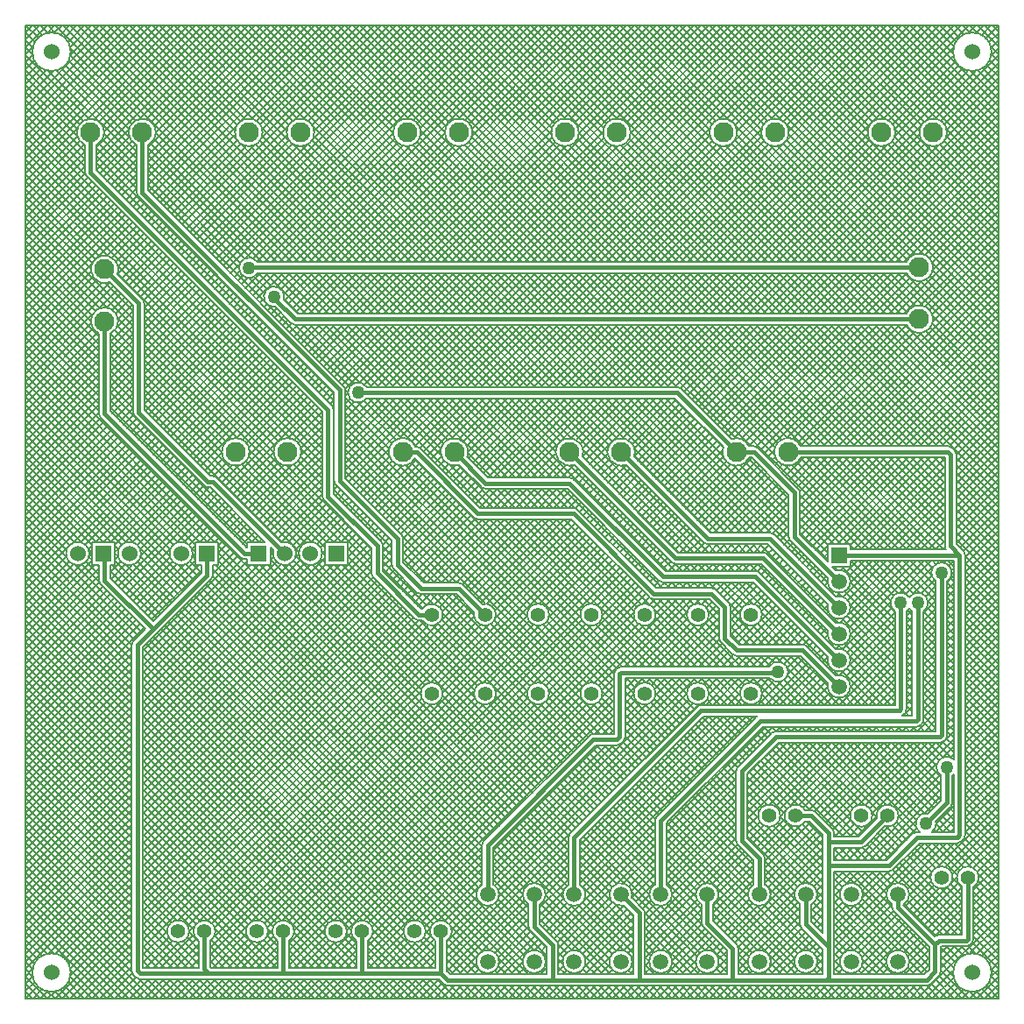
<source format=gbr>
%TF.GenerationSoftware,Altium Limited,Altium Designer,21.8.1 (53)*%
G04 Layer_Physical_Order=2*
G04 Layer_Color=16711680*
%FSLAX43Y43*%
%MOMM*%
%TF.SameCoordinates,048A42BD-2BC6-4B9E-88CB-C2FB4D5E15D7*%
%TF.FilePolarity,Positive*%
%TF.FileFunction,Copper,L2,Bot,Signal*%
%TF.Part,Single*%
G01*
G75*
%TA.AperFunction,NonConductor*%
%ADD10C,0.203*%
%TA.AperFunction,Conductor*%
%ADD12C,0.400*%
%TA.AperFunction,ViaPad*%
%ADD13C,1.524*%
%TA.AperFunction,ComponentPad*%
%ADD14C,1.950*%
%ADD15C,1.500*%
%ADD16R,1.524X1.524*%
%ADD17C,1.524*%
%ADD18R,1.500X1.500*%
%ADD19C,1.416*%
%ADD20C,1.400*%
%TA.AperFunction,ViaPad*%
%ADD21C,1.270*%
D10*
X93856Y92000D02*
G03*
X93856Y92000I-1856J0D01*
G01*
D02*
G03*
X93856Y92000I-1856J0D01*
G01*
X84551Y84202D02*
G03*
X84551Y84202I-1331J0D01*
G01*
X89551D02*
G03*
X89551Y84202I-1331J0D01*
G01*
X88201Y71158D02*
G03*
X85661Y71714I-1331J0D01*
G01*
Y70602D02*
G03*
X88201Y71158I1209J556D01*
G01*
X90059Y53717D02*
G03*
X89666Y53880I-393J-393D01*
G01*
X90059Y53717D02*
G03*
X89666Y53880I-393J-393D01*
G01*
X90456Y53090D02*
G03*
X90293Y53483I-556J0D01*
G01*
X90456Y53090D02*
G03*
X90293Y53483I-556J0D01*
G01*
X88201Y66158D02*
G03*
X85661Y66714I-1331J0D01*
G01*
Y65602D02*
G03*
X88201Y66158I1209J556D01*
G01*
X91314Y43354D02*
G03*
X91151Y43747I-556J0D01*
G01*
X91314Y43354D02*
G03*
X91151Y43747I-556J0D01*
G01*
X91314Y43354D02*
G03*
X91151Y43747I-556J0D01*
G01*
X89344Y44212D02*
G03*
X89434Y43910I556J0D01*
G01*
X89344Y44212D02*
G03*
X89434Y43910I556J0D01*
G01*
X89583Y40836D02*
G03*
X90018Y41656I-556J820D01*
G01*
D02*
G03*
X88471Y40836I-991J0D01*
G01*
X87297Y37915D02*
G03*
X87732Y38735I-556J820D01*
G01*
D02*
G03*
X85915Y39283I-991J0D01*
G01*
Y38187D02*
G03*
X86185Y37915I826J548D01*
G01*
X80227Y40814D02*
G03*
X78838Y41883I-1106J0D01*
G01*
X78052Y41097D02*
G03*
X80227Y40814I1069J-283D01*
G01*
X85915Y39283D02*
G03*
X84534Y37915I-826J-548D01*
G01*
X85646D02*
G03*
X85915Y38187I-556J820D01*
G01*
X80227Y38274D02*
G03*
X78838Y39343I-1106J0D01*
G01*
X78052Y38557D02*
G03*
X80227Y38274I1069J-283D01*
G01*
Y35734D02*
G03*
X78838Y36803I-1106J0D01*
G01*
X80227Y33194D02*
G03*
X78838Y34263I-1106J0D01*
G01*
X78052Y36017D02*
G03*
X80227Y35734I1069J-283D01*
G01*
X78052Y33477D02*
G03*
X80227Y33194I1069J-283D01*
G01*
X74263Y84202D02*
G03*
X74263Y84202I-1331J0D01*
G01*
X69263D02*
G03*
X69263Y84202I-1331J0D01*
G01*
X71275Y53717D02*
G03*
X70882Y53880I-393J-393D01*
G01*
X71275Y53717D02*
G03*
X70882Y53880I-393J-393D01*
G01*
X70402D02*
G03*
X68731Y54572I-1209J-556D01*
G01*
X63855Y59448D02*
G03*
X63462Y59611I-393J-393D01*
G01*
X63855Y59448D02*
G03*
X63462Y59611I-393J-393D01*
G01*
X75359Y49403D02*
G03*
X75196Y49796I-556J0D01*
G01*
X75359Y49403D02*
G03*
X75196Y49796I-556J0D01*
G01*
X75402Y53880D02*
G03*
X75402Y52768I-1209J-556D01*
G01*
X74247Y45132D02*
G03*
X74410Y44739I556J0D01*
G01*
X74247Y45132D02*
G03*
X74410Y44739I556J0D01*
G01*
X67945Y53786D02*
G03*
X70402Y52768I1248J-462D01*
G01*
X72830Y45351D02*
G03*
X72437Y45514I-393J-393D01*
G01*
X72830Y45351D02*
G03*
X72437Y45514I-393J-393D01*
G01*
X66037Y44565D02*
G03*
X66430Y44402I393J393D01*
G01*
X66037Y44565D02*
G03*
X66430Y44402I393J393D01*
G01*
X58975Y84202D02*
G03*
X58975Y84202I-1331J0D01*
G01*
X59312Y52862D02*
G03*
X59395Y53324I-1248J462D01*
G01*
D02*
G03*
X58526Y52076I-1331J0D01*
G01*
X72195Y43446D02*
G03*
X71802Y43609I-393J-393D01*
G01*
X72195Y43446D02*
G03*
X71802Y43609I-393J-393D01*
G01*
X71433Y41668D02*
G03*
X71040Y41831I-393J-393D01*
G01*
X71433Y41668D02*
G03*
X71040Y41831I-393J-393D01*
G01*
X76005Y34556D02*
G03*
X75612Y34719I-393J-393D01*
G01*
X76005Y34556D02*
G03*
X75612Y34719I-393J-393D01*
G01*
X74206Y32068D02*
G03*
X72356Y32560I-991J0D01*
G01*
X71669Y37592D02*
G03*
X71669Y37592I-1056J0D01*
G01*
X72442Y31448D02*
G03*
X74206Y32068I773J619D01*
G01*
X68822Y33770D02*
G03*
X69215Y33607I393J393D01*
G01*
X68822Y33770D02*
G03*
X69215Y33607I393J393D01*
G01*
X67195Y40017D02*
G03*
X66802Y40180I-393J-393D01*
G01*
X67195Y40017D02*
G03*
X66802Y40180I-393J-393D01*
G01*
X62942Y42660D02*
G03*
X63335Y42497I393J393D01*
G01*
X62942Y42660D02*
G03*
X63335Y42497I393J393D01*
G01*
X61710Y40882D02*
G03*
X62103Y40719I393J393D01*
G01*
X61710Y40882D02*
G03*
X62103Y40719I393J393D01*
G01*
X60821Y39231D02*
G03*
X61214Y39068I393J393D01*
G01*
X60821Y39231D02*
G03*
X61214Y39068I393J393D01*
G01*
X68628Y38354D02*
G03*
X68465Y38747I-556J0D01*
G01*
X68628Y38354D02*
G03*
X68465Y38747I-556J0D01*
G01*
X67516Y35306D02*
G03*
X67679Y34913I556J0D01*
G01*
X67516Y35306D02*
G03*
X67679Y34913I556J0D01*
G01*
X66525Y37592D02*
G03*
X66525Y37592I-1056J0D01*
G01*
X61382D02*
G03*
X61382Y37592I-1056J0D01*
G01*
X58058Y32560D02*
G03*
X57666Y32397I0J-556D01*
G01*
X58058Y32560D02*
G03*
X57666Y32397I0J-556D01*
G01*
X57519Y32250D02*
G03*
X57356Y31858I393J-393D01*
G01*
X57519Y32250D02*
G03*
X57356Y31858I393J-393D01*
G01*
X89420Y25535D02*
G03*
X89583Y25927I-393J393D01*
G01*
X89420Y25535D02*
G03*
X89583Y25927I-393J393D01*
G01*
X88881Y25225D02*
G03*
X89273Y25388I0J556D01*
G01*
X88881Y25225D02*
G03*
X89273Y25388I0J556D01*
G01*
X87134Y27059D02*
G03*
X87297Y27451I-393J393D01*
G01*
X87134Y27059D02*
G03*
X87297Y27451I-393J393D01*
G01*
X86595Y26749D02*
G03*
X86987Y26912I0J556D01*
G01*
X86595Y26749D02*
G03*
X86987Y26912I0J556D01*
G01*
X90091Y22040D02*
G03*
X90202Y22128I-556J820D01*
G01*
Y23592D02*
G03*
X88979Y22040I-667J-732D01*
G01*
X89928Y19024D02*
G03*
X90091Y19417I-393J393D01*
G01*
X89928Y19024D02*
G03*
X90091Y19417I-393J393D01*
G01*
X88507Y17399D02*
G03*
X88490Y17586I-991J0D01*
G01*
X88109Y16605D02*
G03*
X88507Y17399I-592J794D01*
G01*
X85483Y28075D02*
G03*
X85646Y28467I-393J393D01*
G01*
X85483Y28075D02*
G03*
X85646Y28467I-393J393D01*
G01*
X85255Y27861D02*
G03*
X85336Y27928I-311J460D01*
G01*
X85255Y27861D02*
G03*
X85336Y27928I-311J460D01*
G01*
X80227Y30654D02*
G03*
X78838Y31723I-1106J0D01*
G01*
X78052Y30937D02*
G03*
X80227Y30654I1069J-283D01*
G01*
X87704Y18372D02*
G03*
X86925Y16605I-187J-973D01*
G01*
X84868Y18161D02*
G03*
X82770Y17913I-1064J0D01*
G01*
X83556Y17127D02*
G03*
X84868Y18161I248J1034D01*
G01*
X82328D02*
G03*
X82328Y18161I-1064J0D01*
G01*
X92123Y11285D02*
G03*
X92631Y12192I-556J907D01*
G01*
X91151Y15890D02*
G03*
X91314Y16283I-393J393D01*
G01*
X91151Y15890D02*
G03*
X91314Y16283I-393J393D01*
G01*
X92631Y12192D02*
G03*
X91011Y11285I-1064J0D01*
G01*
X91960Y5852D02*
G03*
X92123Y6245I-393J393D01*
G01*
X91960Y5852D02*
G03*
X92123Y6245I-393J393D01*
G01*
X90524Y15493D02*
G03*
X90917Y15656I0J556D01*
G01*
X90524Y15493D02*
G03*
X90917Y15656I0J556D01*
G01*
X90091Y12192D02*
G03*
X90091Y12192I-1064J0D01*
G01*
X86661Y16605D02*
G03*
X86268Y16442I0J-556D01*
G01*
X86661Y16605D02*
G03*
X86268Y16442I0J-556D01*
G01*
X88773Y6652D02*
G03*
X88390Y6498I0J-556D01*
G01*
X88773Y6652D02*
G03*
X88390Y6498I0J-556D01*
G01*
X91418Y5540D02*
G03*
X91811Y5703I0J556D01*
G01*
X91418Y5540D02*
G03*
X91811Y5703I0J556D01*
G01*
X93856Y3000D02*
G03*
X93856Y3000I-1856J0D01*
G01*
D02*
G03*
X93856Y3000I-1856J0D01*
G01*
X88782Y2674D02*
G03*
X88945Y3067I-393J393D01*
G01*
X88782Y2674D02*
G03*
X88945Y3067I-393J393D01*
G01*
X87606Y1728D02*
G03*
X87999Y1891I0J556D01*
G01*
X87606Y1728D02*
G03*
X87999Y1891I0J556D01*
G01*
X83947Y12779D02*
G03*
X84340Y12942I0J556D01*
G01*
X83947Y12779D02*
G03*
X84340Y12942I0J556D01*
G01*
X85356Y9594D02*
G03*
X85906Y10550I-556J956D01*
G01*
X84244Y9302D02*
G03*
X84407Y8909I556J0D01*
G01*
X84244Y9302D02*
G03*
X84407Y8909I556J0D01*
G01*
X85906Y10550D02*
G03*
X84244Y9594I-1106J0D01*
G01*
X81264Y15065D02*
G03*
X81657Y15228I0J556D01*
G01*
X81264Y15065D02*
G03*
X81657Y15228I0J556D01*
G01*
X81406Y10550D02*
G03*
X81406Y10550I-1106J0D01*
G01*
X85906Y4050D02*
G03*
X85906Y4050I-1106J0D01*
G01*
X81406D02*
G03*
X81406Y4050I-1106J0D01*
G01*
X71669Y29972D02*
G03*
X71669Y29972I-1056J0D01*
G01*
X73025Y26337D02*
G03*
X72632Y26174I0J-556D01*
G01*
X71190Y27765D02*
G03*
X71108Y27698I311J-460D01*
G01*
X71190Y27765D02*
G03*
X71108Y27698I311J-460D01*
G01*
X73025Y26337D02*
G03*
X72632Y26174I0J-556D01*
G01*
X76847Y18554D02*
G03*
X76454Y18717I-393J-393D01*
G01*
X76847Y18554D02*
G03*
X76454Y18717I-393J-393D01*
G01*
X75821D02*
G03*
X75821Y17605I-907J-556D01*
G01*
X78661Y16510D02*
G03*
X78498Y16903I-556J0D01*
G01*
X78661Y16510D02*
G03*
X78498Y16903I-556J0D01*
G01*
X69330Y22872D02*
G03*
X69167Y22479I393J-393D01*
G01*
X69330Y22872D02*
G03*
X69167Y22479I393J-393D01*
G01*
X73438Y18161D02*
G03*
X73438Y18161I-1064J0D01*
G01*
X69167Y15748D02*
G03*
X69330Y15355I556J0D01*
G01*
X66525Y29972D02*
G03*
X66525Y29972I-1056J0D01*
G01*
X65786Y28877D02*
G03*
X65393Y28714I0J-556D01*
G01*
X65786Y28877D02*
G03*
X65393Y28714I0J-556D01*
G01*
X61382Y29972D02*
G03*
X61382Y29972I-1056J0D01*
G01*
X58305Y25408D02*
G03*
X58468Y25800I-393J393D01*
G01*
X58305Y25408D02*
G03*
X58468Y25800I-393J393D01*
G01*
X57639Y24971D02*
G03*
X58031Y25134I0J556D01*
G01*
X57639Y24971D02*
G03*
X58031Y25134I0J556D01*
G01*
X61492Y18082D02*
G03*
X61329Y17689I393J-393D01*
G01*
X61492Y18082D02*
G03*
X61329Y17689I393J-393D01*
G01*
X77016Y10550D02*
G03*
X75354Y9594I-1106J0D01*
G01*
X76466D02*
G03*
X77016Y10550I-556J956D01*
G01*
X72516D02*
G03*
X71966Y11505I-1106J0D01*
G01*
Y14061D02*
G03*
X71803Y14454I-556J0D01*
G01*
X71966Y14061D02*
G03*
X71803Y14454I-556J0D01*
G01*
X69167Y15748D02*
G03*
X69330Y15355I556J0D01*
G01*
X70854Y11505D02*
G03*
X72516Y10550I556J-956D01*
G01*
X75354Y7663D02*
G03*
X75517Y7270I556J0D01*
G01*
X75354Y7663D02*
G03*
X75517Y7270I556J0D01*
G01*
X69390Y5341D02*
G03*
X69227Y5734I-556J0D01*
G01*
X69390Y5341D02*
G03*
X69227Y5734I-556J0D01*
G01*
X77016Y4050D02*
G03*
X77016Y4050I-1106J0D01*
G01*
X72516D02*
G03*
X72516Y4050I-1106J0D01*
G01*
X67491Y10550D02*
G03*
X65829Y9594I-1106J0D01*
G01*
X66941D02*
G03*
X67491Y10550I-556J956D01*
G01*
X65829Y7790D02*
G03*
X65992Y7397I556J0D01*
G01*
X65829Y7790D02*
G03*
X65992Y7397I556J0D01*
G01*
X62991Y10550D02*
G03*
X62441Y11505I-1106J0D01*
G01*
X61329D02*
G03*
X62991Y10550I556J-956D01*
G01*
X59127D02*
G03*
X58304Y9481I-1106J0D01*
G01*
X59090Y10267D02*
G03*
X59127Y10550I-1069J283D01*
G01*
X60373Y8754D02*
G03*
X60210Y9146I-556J0D01*
G01*
X60373Y8754D02*
G03*
X60210Y9146I-556J0D01*
G01*
X67491Y4050D02*
G03*
X67491Y4050I-1106J0D01*
G01*
X62991D02*
G03*
X62991Y4050I-1106J0D01*
G01*
X59127D02*
G03*
X59127Y4050I-1106J0D01*
G01*
X53975Y84202D02*
G03*
X53975Y84202I-1331J0D01*
G01*
X43687D02*
G03*
X43687Y84202I-1331J0D01*
G01*
X38687D02*
G03*
X38687Y84202I-1331J0D01*
G01*
X54312Y52862D02*
G03*
X54395Y53324I-1248J462D01*
G01*
D02*
G03*
X53526Y52076I-1331J0D01*
G01*
X43183Y52862D02*
G03*
X43266Y53324I-1248J462D01*
G01*
X53479Y50685D02*
G03*
X53086Y50848I-393J-393D01*
G01*
X53479Y50685D02*
G03*
X53086Y50848I-393J-393D01*
G01*
X53860Y47764D02*
G03*
X53467Y47927I-393J-393D01*
G01*
X53860Y47764D02*
G03*
X53467Y47927I-393J-393D01*
G01*
X44574Y49899D02*
G03*
X44967Y49736I393J393D01*
G01*
X44574Y49899D02*
G03*
X44967Y49736I393J393D01*
G01*
X43803Y46978D02*
G03*
X44196Y46815I393J393D01*
G01*
X43803Y46978D02*
G03*
X44196Y46815I393J393D01*
G01*
X38678Y53675D02*
G03*
X38285Y53838I-393J-393D01*
G01*
X33459Y59611D02*
G03*
X33459Y58499I-820J-556D01*
G01*
X31417Y59309D02*
G03*
X31254Y59702I-556J0D01*
G01*
X38678Y53675D02*
G03*
X38285Y53838I-393J-393D01*
G01*
X31417Y59309D02*
G03*
X31254Y59702I-556J0D01*
G01*
X43266Y53324D02*
G03*
X42397Y52076I-1331J0D01*
G01*
X38162Y53838D02*
G03*
X38100Y52681I-1227J-514D01*
G01*
X37005Y44958D02*
G03*
X36842Y45351I-556J0D01*
G01*
X37005Y44958D02*
G03*
X36842Y45351I-556J0D01*
G01*
X28399Y84202D02*
G03*
X28399Y84202I-1331J0D01*
G01*
X23399D02*
G03*
X23399Y84202I-1331J0D01*
G01*
X12336Y82993D02*
G03*
X13111Y84202I-556J1209D01*
G01*
X11224Y78390D02*
G03*
X11387Y77997I556J0D01*
G01*
X13111Y84202D02*
G03*
X11224Y82993I-1331J0D01*
G01*
Y78390D02*
G03*
X11387Y77997I556J0D01*
G01*
X22891Y71714D02*
G03*
X22943Y70602I-793J-594D01*
G01*
X9378Y70506D02*
G03*
X9461Y70968I-1248J462D01*
G01*
X8111Y84202D02*
G03*
X6224Y82993I-1331J0D01*
G01*
X7336D02*
G03*
X8111Y84202I-556J1209D01*
G01*
X4856Y92000D02*
G03*
X4856Y92000I-1856J0D01*
G01*
D02*
G03*
X4856Y92000I-1856J0D01*
G01*
X9461Y70968D02*
G03*
X8592Y69720I-1331J0D01*
G01*
X6224Y80342D02*
G03*
X6387Y79949I556J0D01*
G01*
X6224Y80342D02*
G03*
X6387Y79949I556J0D01*
G01*
X26159Y65765D02*
G03*
X26552Y65602I393J393D01*
G01*
X30274Y57404D02*
G03*
X30111Y57797I-556J0D01*
G01*
X30274Y57404D02*
G03*
X30111Y57797I-556J0D01*
G01*
X25459Y68037D02*
G03*
X25502Y68326I-948J289D01*
G01*
D02*
G03*
X24586Y67338I-991J0D01*
G01*
X26159Y65765D02*
G03*
X26552Y65602I393J393D01*
G01*
X22137Y53324D02*
G03*
X22137Y53324I-1331J0D01*
G01*
X27137D02*
G03*
X27137Y53324I-1331J0D01*
G01*
X30305Y50546D02*
G03*
X30468Y50153I556J0D01*
G01*
X30305Y50546D02*
G03*
X30468Y50153I556J0D01*
G01*
X29162Y49022D02*
G03*
X29325Y48629I556J0D01*
G01*
X29162Y49022D02*
G03*
X29325Y48629I556J0D01*
G01*
X18978Y50842D02*
G03*
X18585Y51004I-393J-393D01*
G01*
X18978Y50842D02*
G03*
X18585Y51004I-393J-393D01*
G01*
X17738Y50056D02*
G03*
X18131Y49893I393J393D01*
G01*
X17738Y50056D02*
G03*
X18131Y49893I393J393D01*
G01*
X11986Y67668D02*
G03*
X11823Y68061I-556J0D01*
G01*
X11986Y67668D02*
G03*
X11823Y68061I-556J0D01*
G01*
X10874Y57150D02*
G03*
X11037Y56757I556J0D01*
G01*
X10874Y57150D02*
G03*
X11037Y56757I556J0D01*
G01*
X8686Y64759D02*
G03*
X9461Y65968I-556J1209D01*
G01*
D02*
G03*
X7574Y64759I-1331J0D01*
G01*
Y57021D02*
G03*
X7737Y56628I556J0D01*
G01*
X7574Y57021D02*
G03*
X7737Y56628I556J0D01*
G01*
X56238Y37592D02*
G03*
X56238Y37592I-1056J0D01*
G01*
X42765Y40508D02*
G03*
X42372Y40671I-393J-393D01*
G01*
X42765Y40508D02*
G03*
X42372Y40671I-393J-393D01*
G01*
X45951Y37592D02*
G03*
X44654Y38620I-1056J0D01*
G01*
X51095Y37592D02*
G03*
X51095Y37592I-1056J0D01*
G01*
X43868Y37834D02*
G03*
X45951Y37592I1028J-242D01*
G01*
X40808D02*
G03*
X38854Y38148I-1056J0D01*
G01*
Y37036D02*
G03*
X40808Y37592I898J556D01*
G01*
X56238Y29972D02*
G03*
X56238Y29972I-1056J0D01*
G01*
X51095D02*
G03*
X51095Y29972I-1056J0D01*
G01*
X40808D02*
G03*
X40808Y29972I-1056J0D01*
G01*
X45951D02*
G03*
X45951Y29972I-1056J0D01*
G01*
X38359Y39722D02*
G03*
X38752Y39559I393J393D01*
G01*
X38359Y39722D02*
G03*
X38752Y39559I393J393D01*
G01*
X38088Y37199D02*
G03*
X38481Y37036I393J393D01*
G01*
X38088Y37199D02*
G03*
X38481Y37036I393J393D01*
G01*
X55372Y26083D02*
G03*
X54979Y25920I0J-556D01*
G01*
X55372Y26083D02*
G03*
X54979Y25920I0J-556D01*
G01*
X52965Y11505D02*
G03*
X54627Y10550I556J-956D01*
G01*
X53128Y16449D02*
G03*
X52965Y16056I393J-393D01*
G01*
X53128Y16449D02*
G03*
X52965Y16056I393J-393D01*
G01*
X54627Y10550D02*
G03*
X54077Y11505I-1106J0D01*
G01*
X50213Y9594D02*
G03*
X50763Y10550I-556J956D01*
G01*
X51991Y5676D02*
G03*
X51828Y6069I-556J0D01*
G01*
X51991Y5676D02*
G03*
X51828Y6069I-556J0D01*
G01*
X50763Y10550D02*
G03*
X49101Y9594I-1106J0D01*
G01*
Y7454D02*
G03*
X49264Y7062I556J0D01*
G01*
X49101Y7454D02*
G03*
X49264Y7062I556J0D01*
G01*
X54627Y4050D02*
G03*
X54627Y4050I-1106J0D01*
G01*
X50763D02*
G03*
X50763Y4050I-1106J0D01*
G01*
X44764Y15705D02*
G03*
X44601Y15312I393J-393D01*
G01*
X44764Y15705D02*
G03*
X44601Y15312I393J-393D01*
G01*
X46263Y10550D02*
G03*
X45713Y11505I-1106J0D01*
G01*
X44601D02*
G03*
X46263Y10550I556J-956D01*
G01*
X41704Y6985D02*
G03*
X40084Y6078I-1064J0D01*
G01*
X41196D02*
G03*
X41704Y6985I-556J907D01*
G01*
X39164D02*
G03*
X39164Y6985I-1064J0D01*
G01*
X46263Y4050D02*
G03*
X46263Y4050I-1106J0D01*
G01*
X40882Y1891D02*
G03*
X41275Y1728I393J393D01*
G01*
X40882Y1891D02*
G03*
X41275Y1728I393J393D01*
G01*
X35036Y44259D02*
G03*
X34873Y44652I-556J0D01*
G01*
X35036Y44259D02*
G03*
X34873Y44652I-556J0D01*
G01*
X29148Y43504D02*
G03*
X29148Y43504I-1118J0D01*
G01*
X26648D02*
G03*
X25237Y44583I-1118J0D01*
G01*
X16648Y43504D02*
G03*
X16648Y43504I-1118J0D01*
G01*
X24451Y43797D02*
G03*
X26648Y43504I1079J-293D01*
G01*
X21254Y43111D02*
G03*
X21647Y42948I393J393D01*
G01*
X21254Y43111D02*
G03*
X21647Y42948I393J393D01*
G01*
X35893Y42418D02*
G03*
X36056Y42025I556J0D01*
G01*
X35893Y42418D02*
G03*
X36056Y42025I556J0D01*
G01*
X33925Y41592D02*
G03*
X34088Y41200I556J0D01*
G01*
X33925Y41592D02*
G03*
X34088Y41200I556J0D01*
G01*
X18423Y41000D02*
G03*
X18586Y41393I-393J393D01*
G01*
X18423Y41000D02*
G03*
X18586Y41393I-393J393D01*
G01*
X11648Y43504D02*
G03*
X11648Y43504I-1118J0D01*
G01*
X6648D02*
G03*
X6648Y43504I-1118J0D01*
G01*
X7572Y40894D02*
G03*
X7735Y40501I556J0D01*
G01*
X7572Y40894D02*
G03*
X7735Y40501I556J0D01*
G01*
X10913Y35061D02*
G03*
X10750Y34669I393J-393D01*
G01*
X10913Y35061D02*
G03*
X10750Y34669I393J-393D01*
G01*
X33576Y6078D02*
G03*
X34084Y6985I-556J907D01*
G01*
D02*
G03*
X32464Y6078I-1064J0D01*
G01*
X31544Y6985D02*
G03*
X31544Y6985I-1064J0D01*
G01*
X25956Y6078D02*
G03*
X26464Y6985I-556J907D01*
G01*
D02*
G03*
X24844Y6078I-1064J0D01*
G01*
X23924Y6985D02*
G03*
X23924Y6985I-1064J0D01*
G01*
X18844D02*
G03*
X17224Y6078I-1064J0D01*
G01*
X18336D02*
G03*
X18844Y6985I-556J907D01*
G01*
X16304D02*
G03*
X16304Y6985I-1064J0D01*
G01*
X11147Y2526D02*
G03*
X11540Y2363I393J393D01*
G01*
X11147Y2526D02*
G03*
X11540Y2363I393J393D01*
G01*
X10750Y3153D02*
G03*
X10913Y2760I556J0D01*
G01*
X10750Y3153D02*
G03*
X10913Y2760I556J0D01*
G01*
X4856Y3000D02*
G03*
X4856Y3000I-1856J0D01*
G01*
D02*
G03*
X4856Y3000I-1856J0D01*
G01*
X93198Y94517D02*
X94517Y93198D01*
X92480Y94517D02*
X94517Y92480D01*
X93621Y92903D02*
X94517Y93799D01*
X93917Y94517D02*
X94517Y93917D01*
X93312Y93312D02*
X94517Y94517D01*
X89519Y84490D02*
X94517Y89488D01*
X89500Y84566D02*
X94517Y79548D01*
X93816Y92380D02*
X94517Y93081D01*
X91815Y90154D02*
X94517Y87451D01*
X83859Y94517D02*
X94517Y83859D01*
X89456Y83708D02*
X94517Y88770D01*
X84577Y94517D02*
X94517Y84577D01*
X89296Y84985D02*
X94517Y90207D01*
X81704Y94517D02*
X94517Y81704D01*
X84510Y84526D02*
X94517Y74519D01*
X83140Y94517D02*
X94517Y83140D01*
X82422Y94517D02*
X94517Y82422D01*
X88870Y83041D02*
X94517Y77393D01*
X88317Y82875D02*
X94517Y76675D01*
X86857Y72489D02*
X94517Y80149D01*
X89502Y83845D02*
X94517Y78830D01*
X89259Y83370D02*
X94517Y78111D01*
X84645Y71714D02*
X94517Y81586D01*
X85364Y71714D02*
X94517Y80867D01*
X87445Y72358D02*
X94517Y79431D01*
X87856Y72051D02*
X94517Y78712D01*
X81771Y71714D02*
X94517Y84460D01*
X83851Y83031D02*
X94517Y72364D01*
X84495Y83823D02*
X94517Y73801D01*
X84246Y83354D02*
X94517Y73082D01*
X83290Y82873D02*
X94517Y71646D01*
X83927Y71714D02*
X94517Y82304D01*
X82490Y71714D02*
X94517Y83741D01*
X83208Y71714D02*
X94517Y83023D01*
X91761Y94517D02*
X92489Y93790D01*
X91671Y93826D02*
X92362Y94517D01*
X92380Y93816D02*
X93081Y94517D01*
X90325D02*
X91178Y93664D01*
X91043Y94517D02*
X91725Y93835D01*
X93312Y93312D02*
X94517Y94517D01*
X93790Y92489D02*
X94517Y91761D01*
X92903Y93621D02*
X93799Y94517D01*
X88888D02*
X90425Y92981D01*
X89606Y94517D02*
X90751Y93372D01*
X87451Y94517D02*
X90154Y91815D01*
X88169Y94517D02*
X90207Y92479D01*
X86014Y94517D02*
X94517Y86014D01*
X85296Y94517D02*
X94517Y85296D01*
X86733Y94517D02*
X94517Y86733D01*
X93664Y91178D02*
X94517Y90325D01*
X93372Y90751D02*
X94517Y89606D01*
X92981Y90425D02*
X94517Y88888D01*
X93826Y91671D02*
X94517Y92362D01*
X93835Y91725D02*
X94517Y91043D01*
X88395Y85521D02*
X94517Y91644D01*
X88924Y85331D02*
X94517Y90925D01*
X92479Y90207D02*
X94517Y88169D01*
X87422Y85267D02*
X92329Y90174D01*
X84283Y85002D02*
X90379Y91097D01*
X84514Y84514D02*
X90688Y90688D01*
X83369Y85524D02*
X90174Y92329D01*
X83906Y85342D02*
X90184Y91620D01*
X84514Y84514D02*
X90688Y90688D01*
X84473Y83755D02*
X91097Y90379D01*
X88151Y65799D02*
X94517Y59432D01*
X87907Y65324D02*
X94517Y58714D01*
X87517Y64996D02*
X94517Y57996D01*
X84784Y70602D02*
X94517Y60869D01*
X88151Y66517D02*
X94517Y60151D01*
X84755Y65602D02*
X94517Y55840D01*
X84037Y65602D02*
X94517Y55122D01*
X85474Y65602D02*
X94517Y56559D01*
X86964Y64831D02*
X94517Y57277D01*
X81898Y53880D02*
X94517Y66499D01*
X82616Y53880D02*
X94517Y65781D01*
X81180Y53880D02*
X94517Y67217D01*
X83319Y65602D02*
X94517Y54404D01*
X81882Y65602D02*
X94517Y52967D01*
X81163Y65602D02*
X94517Y52248D01*
X82600Y65602D02*
X94517Y53685D01*
X83335Y53880D02*
X94517Y65062D01*
X90456Y52379D02*
X94517Y56441D01*
X90456Y53098D02*
X94517Y57160D01*
X90456Y51661D02*
X94517Y55723D01*
X89787Y53866D02*
X94517Y58596D01*
X90207Y53568D02*
X94517Y57878D01*
X90456Y49506D02*
X94517Y53567D01*
X90456Y48787D02*
X94517Y52849D01*
X90456Y50942D02*
X94517Y55004D01*
X90456Y50224D02*
X94517Y54286D01*
X85490Y53880D02*
X94517Y62907D01*
X86209Y53880D02*
X94517Y62188D01*
X84053Y53880D02*
X94517Y64344D01*
X84772Y53880D02*
X94517Y63625D01*
X88364Y53880D02*
X94517Y60033D01*
X89082Y53880D02*
X94517Y59315D01*
X86927Y53880D02*
X94517Y61470D01*
X87645Y53880D02*
X94517Y60752D01*
X87464Y67349D02*
X94517Y74402D01*
X86886Y67489D02*
X94517Y75120D01*
X87870Y67036D02*
X94517Y73683D01*
X88125Y71601D02*
X94517Y77994D01*
X88183Y70941D02*
X94517Y77275D01*
X88139Y71558D02*
X94517Y65180D01*
X88157Y70822D02*
X94517Y64461D01*
X88132Y66579D02*
X94517Y72965D01*
X88176Y65905D02*
X94517Y72246D01*
X83348Y70602D02*
X86511Y67439D01*
X84066Y70602D02*
X87229Y67439D01*
X85393Y66714D02*
X94517Y75838D01*
X85503Y70602D02*
X94517Y61588D01*
X84674Y66714D02*
X94517Y76557D01*
X82629Y70602D02*
X86036Y67195D01*
X87920Y70341D02*
X94517Y63743D01*
X87536Y70006D02*
X94517Y63025D01*
X86991Y69833D02*
X94517Y62306D01*
X90456Y44442D02*
Y53090D01*
X90059Y53717D02*
X90293Y53483D01*
X81911Y70602D02*
X85708Y66805D01*
X82519Y66714D02*
X85977Y70172D01*
X81192Y70602D02*
X85081Y66714D01*
X81800D02*
X85670Y70583D01*
X83237Y66714D02*
X86427Y69903D01*
X83956Y66714D02*
X87087Y69845D01*
X78830Y94517D02*
X87863Y85484D01*
X78111Y94517D02*
X87388Y85241D01*
X79548Y94517D02*
X88584Y85482D01*
X76675Y94517D02*
X86893Y84299D01*
X77393Y94517D02*
X87059Y84852D01*
X75956Y94517D02*
X94517Y75956D01*
X75238Y94517D02*
X94517Y75238D01*
X80985Y94517D02*
X94517Y80985D01*
X80267Y94517D02*
X94517Y80267D01*
X64529Y71714D02*
X87333Y94517D01*
X65248Y71714D02*
X88052Y94517D01*
X63811Y71714D02*
X86615Y94517D01*
X65180D02*
X87270Y72427D01*
X70209Y94517D02*
X94517Y70209D01*
X69490Y94517D02*
X94517Y69490D01*
X65966Y71714D02*
X88770Y94517D01*
X70927D02*
X94517Y70927D01*
X78179Y71714D02*
X94517Y88052D01*
X77461Y71714D02*
X88714Y82966D01*
X76743Y71714D02*
X87932Y82903D01*
X75306Y71714D02*
X87091Y83498D01*
X76024Y71714D02*
X87437Y83126D01*
X80335Y71714D02*
X94517Y85896D01*
X81053Y71714D02*
X94517Y85178D01*
X78898Y71714D02*
X94517Y87333D01*
X79616Y71714D02*
X94517Y86615D01*
X67403Y71714D02*
X90207Y94517D01*
X68121Y71714D02*
X90925Y94517D01*
X66685Y71714D02*
X89488Y94517D01*
X74040Y84939D02*
X86534Y72445D01*
X68840Y71714D02*
X91644Y94517D01*
X73150Y71714D02*
X91620Y90184D01*
X73869Y71714D02*
X87155Y85000D01*
X74587Y71714D02*
X86901Y84027D01*
X73801Y94517D02*
X82841Y85477D01*
X73754Y85249D02*
X83023Y94517D01*
X74519D02*
X83544Y85492D01*
X72543Y85474D02*
X81586Y94517D01*
X73275Y85488D02*
X82304Y94517D01*
X74087Y84863D02*
X83741Y94517D01*
X74258Y84316D02*
X84460Y94517D01*
X72364D02*
X82049Y84833D01*
X73082Y94517D02*
X82372Y85228D01*
X57345Y71714D02*
X80149Y94517D01*
X71646D02*
X81891Y84272D01*
X69076Y84881D02*
X78712Y94517D01*
X69255Y84342D02*
X79431Y94517D01*
X62374Y71714D02*
X85178Y94517D01*
X63093Y71714D02*
X85896Y94517D01*
X58064Y71714D02*
X80867Y94517D01*
X60151D02*
X82955Y71714D01*
X74249Y84012D02*
X86053Y72208D01*
X74054Y83488D02*
X85718Y71824D01*
X71714Y71714D02*
X82908Y82908D01*
X70995Y71714D02*
X82420Y83139D01*
X71714Y71714D02*
X82908Y82908D01*
X73705Y83119D02*
X85110Y71714D01*
X73205Y82900D02*
X84392Y71714D01*
X72408Y82979D02*
X83673Y71714D01*
X72432D02*
X83667Y82949D01*
X69043Y83470D02*
X80799Y71714D01*
X68688Y83107D02*
X80081Y71714D01*
X67355Y83003D02*
X78644Y71714D01*
X68181Y82895D02*
X79363Y71714D01*
X69087Y84863D02*
X82236Y71714D01*
X70277D02*
X82080Y83516D01*
X69558Y71714D02*
X81898Y84053D01*
X69245Y83986D02*
X81518Y71714D01*
X77588Y53880D02*
X94517Y70810D01*
X76869Y53880D02*
X94517Y71528D01*
X81082Y66714D02*
X84971Y70602D01*
X80364Y66714D02*
X84252Y70602D01*
X80474D02*
X84363Y66714D01*
X79743Y53880D02*
X94517Y68654D01*
X80461Y53880D02*
X94517Y67936D01*
X78306Y53880D02*
X94517Y70091D01*
X79024Y53880D02*
X94517Y69373D01*
X67335Y94517D02*
X94517Y67335D01*
X66617Y94517D02*
X94517Y66617D01*
X68772Y94517D02*
X94517Y68772D01*
X68054Y94517D02*
X94517Y68054D01*
X65898Y94517D02*
X94517Y65898D01*
X73261Y65602D02*
X84983Y53880D01*
X72542Y65602D02*
X84265Y53880D01*
X71835Y53156D02*
X84281Y65602D01*
X77571D02*
X89294Y53880D01*
X76853Y65602D02*
X88576Y53880D01*
X80445Y65602D02*
X94517Y51530D01*
X76134Y65602D02*
X87857Y53880D01*
X76151D02*
X87123Y64852D01*
X79008Y65602D02*
X94517Y50093D01*
X78290Y65602D02*
X94517Y49375D01*
X79726Y65602D02*
X94517Y50811D01*
X76037Y52768D02*
X84896Y43910D01*
X73979Y65602D02*
X85702Y53880D01*
X75116Y54282D02*
X85992Y65158D01*
X74044Y54646D02*
X85000Y65602D01*
X74679Y54563D02*
X85679Y65564D01*
X75416Y65602D02*
X87139Y53880D01*
X75402D02*
X89666D01*
X74698Y65602D02*
X86420Y53880D01*
X75432D02*
X86449Y64896D01*
X78208Y66714D02*
X82097Y70602D01*
X77600D02*
X81489Y66714D01*
X78319Y70602D02*
X82207Y66714D01*
X76882Y70602D02*
X80771Y66714D01*
X77490D02*
X81379Y70602D01*
X79645Y66714D02*
X83534Y70602D01*
X79755D02*
X83644Y66714D01*
X78927D02*
X82816Y70602D01*
X79037D02*
X82926Y66714D01*
X75335D02*
X79223Y70602D01*
X75445D02*
X79334Y66714D01*
X74616D02*
X78505Y70602D01*
X74726D02*
X78615Y66714D01*
X76163Y70602D02*
X80052Y66714D01*
X76771D02*
X80660Y70602D01*
X76053Y66714D02*
X79942Y70602D01*
X66795Y65602D02*
X78518Y53880D01*
X70403D02*
X82126Y65602D01*
X70387D02*
X82110Y53880D01*
X71105Y65602D02*
X82828Y53880D01*
X69669Y65602D02*
X81391Y53880D01*
X70101Y54296D02*
X81408Y65602D01*
X71824D02*
X83547Y53880D01*
X71476Y53516D02*
X83563Y65602D01*
X71084Y53842D02*
X82845Y65602D01*
X75352Y49489D02*
X78632Y52768D01*
X69010Y54642D02*
X79971Y65602D01*
X69658Y54571D02*
X80689Y65602D01*
X68117Y55186D02*
X78534Y65602D01*
X68476Y54826D02*
X79252Y65602D01*
X68950D02*
X80673Y53880D01*
X59611Y65602D02*
X81303Y43910D01*
X67513Y65602D02*
X79236Y53880D01*
X68232Y65602D02*
X79955Y53880D01*
X90456Y44477D02*
X94517Y48538D01*
X90456Y49126D02*
X94517Y45064D01*
X90456Y48407D02*
X94517Y44346D01*
X90456Y49844D02*
X94517Y45783D01*
X90456Y45195D02*
X94517Y49257D01*
X90456Y47689D02*
X94517Y43627D01*
X90456Y46971D02*
X94517Y42909D01*
X90798Y44100D02*
X94517Y47820D01*
X91157Y43741D02*
X94517Y47102D01*
X90456Y52000D02*
X94517Y47938D01*
X90456Y47350D02*
X94517Y51412D01*
X90456Y52718D02*
X94517Y48656D01*
X90456Y48069D02*
X94517Y52131D01*
X90456Y50563D02*
X94517Y46501D01*
X90456Y45913D02*
X94517Y49975D01*
X90456Y51281D02*
X94517Y47219D01*
X90456Y46632D02*
X94517Y50694D01*
X91314Y41743D02*
X94517Y44946D01*
X91314Y42461D02*
X94517Y45665D01*
X91314Y41024D02*
X94517Y44228D01*
X91314Y43179D02*
X94517Y46383D01*
X91314Y39587D02*
X94517Y42791D01*
X91314Y42521D02*
X94517Y39317D01*
X91314Y40306D02*
X94517Y43509D01*
X91314Y43239D02*
X94517Y40035D01*
X90456Y46252D02*
X94517Y42190D01*
X90456Y44442D02*
X91151Y43747D01*
X90456Y45534D02*
X94517Y41472D01*
X90456Y44815D02*
X94517Y40754D01*
X89583Y40012D02*
X90202Y40631D01*
X89583Y39293D02*
X90202Y39913D01*
X89344Y44212D02*
Y52768D01*
X88452Y43910D02*
X89344Y44802D01*
X89170Y43910D02*
X89357Y44096D01*
X88968Y52768D02*
X89344Y52392D01*
X88250Y52768D02*
X89344Y51674D01*
X88410Y42431D02*
X88777Y42798D01*
X88880D02*
X89032Y42647D01*
X86095Y52768D02*
X89344Y49519D01*
X86296Y43910D02*
X89344Y46958D01*
X87532Y52768D02*
X89344Y50956D01*
X86813Y52768D02*
X89344Y50237D01*
X87015Y43910D02*
X89344Y46239D01*
X87733Y43910D02*
X89344Y45521D01*
X86725Y42798D02*
X88054Y41469D01*
X88162Y42798D02*
X88479Y42481D01*
X89996Y41862D02*
X90202Y42068D01*
X89599Y42798D02*
X90202Y42195D01*
X90018Y41661D02*
X90202Y41476D01*
X89749Y42334D02*
X90202Y42787D01*
X89583Y40659D02*
X90202Y40040D01*
X89583Y39941D02*
X90202Y39321D01*
X89583Y40730D02*
X90202Y41350D01*
X89852Y41108D02*
X90202Y40758D01*
X89304Y42607D02*
X89496Y42798D01*
X87444D02*
X88142Y42100D01*
X86007Y42798D02*
X88471Y40334D01*
X87503Y39368D02*
X88471Y40337D01*
X87722Y38870D02*
X88471Y39619D01*
X86337Y39639D02*
X88076Y41379D01*
X87081Y39665D02*
X88349Y40933D01*
X91314Y38210D02*
X94517Y35006D01*
X91314Y35277D02*
X94517Y38481D01*
X91314Y34558D02*
X94517Y37762D01*
X91314Y35995D02*
X94517Y39199D01*
X91314Y38928D02*
X94517Y35725D01*
X91314Y36773D02*
X94517Y33569D01*
X91314Y33121D02*
X94517Y36325D01*
X91314Y37492D02*
X94517Y34288D01*
X91314Y33840D02*
X94517Y37044D01*
X91314Y38150D02*
X94517Y41354D01*
X91314Y41084D02*
X94517Y37880D01*
X91314Y38869D02*
X94517Y42073D01*
X91314Y41802D02*
X94517Y38598D01*
X91314Y36714D02*
X94517Y39917D01*
X91314Y39647D02*
X94517Y36443D01*
X91314Y37432D02*
X94517Y40636D01*
X91314Y40365D02*
X94517Y37161D01*
X91314Y32403D02*
X94517Y35607D01*
X91314Y36055D02*
X94517Y32851D01*
X91314Y35336D02*
X94517Y32132D01*
X89583Y32757D02*
X90202Y32137D01*
X89583Y32109D02*
X90202Y32729D01*
X91314Y31685D02*
X94517Y34888D01*
X91314Y34618D02*
X94517Y31414D01*
X89583Y32038D02*
X90202Y31419D01*
X89583Y31390D02*
X90202Y32010D01*
X89583Y34912D02*
X90202Y34292D01*
X89583Y34264D02*
X90202Y34884D01*
X89583Y35630D02*
X90202Y35011D01*
X89583Y34983D02*
X90202Y35602D01*
X89583Y33475D02*
X90202Y32855D01*
X89583Y32827D02*
X90202Y33447D01*
X89583Y34194D02*
X90202Y33574D01*
X89583Y33546D02*
X90202Y34166D01*
X89583Y38504D02*
X90202Y37884D01*
X89583Y38575D02*
X90202Y39194D01*
X89583Y37856D02*
X90202Y38476D01*
X89583Y39223D02*
X90202Y38603D01*
X87710Y38940D02*
X88471Y38178D01*
X89583Y37786D02*
X90202Y37166D01*
X89583Y37138D02*
X90202Y37758D01*
X87631Y38300D02*
X88471Y37460D01*
X87298Y37916D02*
X88471Y36742D01*
X87297Y37726D02*
X88471Y38900D01*
X87297Y36289D02*
X88471Y37463D01*
X87297Y37198D02*
X88471Y36023D01*
X87297Y37007D02*
X88471Y38182D01*
X85766Y38011D02*
X86185Y37591D01*
X89583Y36349D02*
X90202Y35729D01*
X89583Y36419D02*
X90202Y37039D01*
X89583Y35701D02*
X90202Y36321D01*
X89583Y37067D02*
X90202Y36447D01*
X87297Y32697D02*
X88471Y33871D01*
X87297Y32888D02*
X88471Y31713D01*
X87297Y31260D02*
X88471Y32435D01*
X87297Y33606D02*
X88471Y32431D01*
X87297Y31978D02*
X88471Y33153D01*
X87297Y34852D02*
X88471Y36027D01*
X87297Y35761D02*
X88471Y34586D01*
X87297Y35570D02*
X88471Y36745D01*
X87297Y36480D02*
X88471Y35305D01*
X87297Y33415D02*
X88471Y34590D01*
X87297Y34324D02*
X88471Y33150D01*
X87297Y34133D02*
X88471Y35308D01*
X87297Y35043D02*
X88471Y33868D01*
X83221Y52768D02*
X89344Y46645D01*
X82503Y52768D02*
X89344Y45927D01*
X81784Y52768D02*
X89344Y45208D01*
X84658Y52768D02*
X89344Y48082D01*
X83939Y52768D02*
X89344Y47363D01*
X80347Y52768D02*
X89206Y43910D01*
X81066Y52768D02*
X89344Y44490D01*
X79662Y44460D02*
X87971Y52768D01*
X80227Y44306D02*
X88689Y52768D01*
X78944Y44460D02*
X87253Y52768D01*
X75402D02*
X89344D01*
X77474D02*
X86332Y43910D01*
X78225Y44460D02*
X86534Y52768D01*
X78910D02*
X87769Y43910D01*
X79629Y52768D02*
X88488Y43910D01*
X76884Y43837D02*
X85816Y52768D01*
X78192D02*
X87051Y43910D01*
X84860D02*
X89344Y48394D01*
X84141Y43910D02*
X89344Y49113D01*
X85578Y43910D02*
X89344Y47676D01*
X85376Y52768D02*
X89344Y48800D01*
X83423Y43910D02*
X89344Y49831D01*
X85288Y42798D02*
X88471Y39615D01*
X85577Y39598D02*
X88252Y42273D01*
X83851Y42798D02*
X86946Y39704D01*
X84980Y39719D02*
X88059Y42798D01*
X81986Y43910D02*
X89344Y51268D01*
X80227Y43910D02*
X89434D01*
X80549D02*
X89344Y52705D01*
X81268Y43910D02*
X89344Y51986D01*
X82704Y43910D02*
X89344Y50550D01*
X80227Y42798D02*
X90202D01*
X82415D02*
X85689Y39524D01*
X83133Y42798D02*
X86306Y39625D01*
X75806Y44914D02*
X83661Y52768D01*
X75447Y45274D02*
X82942Y52768D01*
X76166Y44555D02*
X84379Y52768D01*
X75359Y49136D02*
X80035Y44460D01*
X75359Y48418D02*
X79317Y44460D01*
X76525Y44196D02*
X85097Y52768D01*
X76755D02*
X85614Y43910D01*
X75375Y52712D02*
X84177Y43910D01*
X75359Y47699D02*
X78598Y44460D01*
X75359Y47340D02*
X80787Y52768D01*
X75359Y46622D02*
X81505Y52768D01*
X75359Y48777D02*
X79350Y52768D01*
X75359Y48059D02*
X80068Y52768D01*
X75057Y52312D02*
X83459Y43910D01*
X74594Y52055D02*
X82740Y43910D01*
X75359Y45903D02*
X82224Y52768D01*
X73907Y52025D02*
X82022Y43910D01*
X80227Y44268D02*
X80585Y43910D01*
X80227D02*
Y44460D01*
Y42248D02*
Y42798D01*
X80035Y44460D02*
X80227Y44268D01*
X79268Y41910D02*
X79606Y42248D01*
X80222Y40708D02*
X82312Y42798D01*
X81696D02*
X84810Y39685D01*
X79779Y41703D02*
X80875Y42798D01*
X80108Y41313D02*
X81593Y42798D01*
X78015Y44460D02*
X80227D01*
X78472Y42248D02*
X80227D01*
X78680Y42041D02*
X78888Y42248D01*
X78654D02*
X78991Y41912D01*
X78472Y42248D02*
X78838Y41883D01*
X78488Y39693D02*
X78622Y39827D01*
X85646Y37511D02*
X86108Y37973D01*
X84570Y42798D02*
X88471Y38897D01*
X85646Y37412D02*
X86185Y36872D01*
X80225Y35683D02*
X87341Y42798D01*
X85646Y36793D02*
X86185Y37333D01*
X80190Y38558D02*
X84534Y34213D01*
X80186Y33489D02*
X84534Y37837D01*
X79749Y36644D02*
X85904Y42798D01*
X80090Y36266D02*
X86622Y42798D01*
X80027Y37640D02*
X85185Y42798D01*
X79632Y39834D02*
X84534Y34931D01*
X79390Y37202D02*
X84534Y32058D01*
X80104Y32688D02*
X84534Y37119D01*
X80153Y37876D02*
X84534Y33494D01*
X79859Y37451D02*
X84534Y32776D01*
X85646Y33201D02*
X86185Y33741D01*
X85646Y33820D02*
X86185Y33280D01*
X85646Y33102D02*
X86185Y32562D01*
X85646Y34539D02*
X86185Y33999D01*
X85646Y33919D02*
X86185Y34459D01*
X85646Y31764D02*
X86185Y32304D01*
X85646Y31665D02*
X86185Y31125D01*
X85646Y32482D02*
X86185Y33022D01*
X85646Y32383D02*
X86185Y31843D01*
X85646Y35975D02*
X86185Y35436D01*
X85646Y35356D02*
X86185Y35896D01*
X85646Y36694D02*
X86185Y36154D01*
X85646Y36075D02*
X86185Y36614D01*
X85646Y35257D02*
X86185Y34717D01*
X85646Y34638D02*
X86185Y35177D01*
X79718Y31584D02*
X84534Y36400D01*
X80223Y35650D02*
X84534Y31339D01*
X80978Y42798D02*
X84366Y39411D01*
X80259Y42798D02*
X84120Y38937D01*
X80197Y38528D02*
X84467Y42798D01*
X79532Y39300D02*
X83030Y42798D01*
X79953Y39003D02*
X83748Y42798D01*
X80219Y40684D02*
X84534Y36368D01*
X80017Y40167D02*
X84534Y35650D01*
X80091Y42248D02*
X84534Y37805D01*
X79495Y34234D02*
X84106Y38845D01*
X79036Y39712D02*
X79405Y39343D01*
X72830Y45351D02*
X78838Y39343D01*
X78862Y39349D02*
X79227Y39713D01*
X79373Y42248D02*
X84534Y37087D01*
X72195Y43446D02*
X78838Y36803D01*
X71433Y41668D02*
X78838Y34263D01*
X79222Y36835D02*
X79755Y37368D01*
X78821Y34279D02*
X79172Y34630D01*
X79089Y34629D02*
X79478Y34240D01*
X79928Y33949D02*
X84227Y38248D01*
X80071Y31219D02*
X84534Y35682D01*
X79174Y31758D02*
X79627Y32211D01*
X78541Y37333D02*
X79037Y36836D01*
X78655Y36986D02*
X78867Y37198D01*
X78462Y34639D02*
X78589Y34765D01*
X78652Y32193D02*
X79086Y31759D01*
X76005Y34556D02*
X78838Y31723D01*
X78629Y31932D02*
X78826Y32129D01*
X71134Y70602D02*
X75023Y66714D01*
X71024D02*
X74913Y70602D01*
X71743Y66714D02*
X75631Y70602D01*
X70416D02*
X74305Y66714D01*
X72571Y70602D02*
X76460Y66714D01*
X73179D02*
X77068Y70602D01*
X71853D02*
X75742Y66714D01*
X72461D02*
X76350Y70602D01*
X68252Y85494D02*
X77275Y94517D01*
X68737Y85261D02*
X77994Y94517D01*
X64461D02*
X73669Y85310D01*
X67500Y85461D02*
X76557Y94517D01*
X69698Y70602D02*
X73586Y66714D01*
X70306D02*
X74195Y70602D01*
X68979D02*
X72868Y66714D01*
X69587D02*
X73476Y70602D01*
X73898Y66714D02*
X77787Y70602D01*
X73290D02*
X77178Y66714D01*
X74008Y70602D02*
X77897Y66714D01*
X66321Y56982D02*
X74942Y65602D01*
X66680Y56622D02*
X75660Y65602D01*
X67399Y55904D02*
X77097Y65602D01*
X67758Y55545D02*
X77816Y65602D01*
X67040Y56263D02*
X76379Y65602D01*
X72195Y52797D02*
X72871Y53473D01*
X63203Y65602D02*
X74151Y54654D01*
X65962Y57341D02*
X74223Y65602D01*
X65243Y58059D02*
X72787Y65602D01*
X65603Y57700D02*
X73505Y65602D01*
X65358D02*
X77081Y53880D01*
X66076Y65602D02*
X77799Y53880D01*
X63921Y65602D02*
X75644Y53880D01*
X64640Y65602D02*
X76362Y53880D01*
X66105Y70602D02*
X69994Y66714D01*
X65995D02*
X69884Y70602D01*
X66714Y66714D02*
X70602Y70602D01*
X65387D02*
X69276Y66714D01*
X67432D02*
X71321Y70602D01*
X68869Y66714D02*
X72758Y70602D01*
X66714Y66714D02*
X70602Y70602D01*
X66824D02*
X70713Y66714D01*
X63743Y94517D02*
X72742Y85519D01*
X63840Y66714D02*
X67729Y70602D01*
X63121Y66714D02*
X67010Y70602D01*
X63232D02*
X67121Y66714D01*
X64669Y70602D02*
X68557Y66714D01*
X65277D02*
X69166Y70602D01*
X63950D02*
X67839Y66714D01*
X64558D02*
X68447Y70602D01*
X68261D02*
X72149Y66714D01*
X68150D02*
X72039Y70602D01*
X64884Y58418D02*
X72068Y65602D01*
X67542Y70602D02*
X71431Y66714D01*
X64525Y58778D02*
X71350Y65602D01*
X70402Y53880D02*
X70882D01*
X63203Y59611D02*
X69195Y65602D01*
X63804Y59493D02*
X69913Y65602D01*
X64166Y59137D02*
X70631Y65602D01*
X63855Y59448D02*
X68731Y54572D01*
X63122Y58499D02*
X67918Y53703D01*
X63232Y58499D02*
X67945Y53786D01*
X74350Y50642D02*
X76476Y52768D01*
X73991Y51001D02*
X75758Y52768D01*
X74709Y50283D02*
X77195Y52768D01*
X73272Y51720D02*
X73658Y52106D01*
X73631Y51360D02*
X74266Y51995D01*
X75068Y49924D02*
X77913Y52768D01*
X75359Y45362D02*
Y49403D01*
X71275Y53717D02*
X75196Y49796D01*
X70652Y52768D02*
X74247Y49173D01*
X70365Y52693D02*
X74247Y48810D01*
X69572Y52049D02*
X74247Y47374D01*
X68869Y52033D02*
X74247Y46655D01*
X70041Y52299D02*
X74247Y48092D01*
X69940Y45514D02*
X73923Y49497D01*
X75359Y46262D02*
X78015Y43606D01*
X75359Y46981D02*
X78015Y44324D01*
X74247Y45132D02*
Y49173D01*
X74410Y44739D02*
X78052Y41097D01*
X78015Y42705D02*
Y44460D01*
X75359Y45544D02*
X78015Y42887D01*
X75359Y45362D02*
X78015Y42705D01*
X72095Y45514D02*
X74247Y47666D01*
X72730Y45430D02*
X74247Y46947D01*
X70658Y45514D02*
X74247Y49103D01*
X71377Y45514D02*
X74247Y48384D01*
X73818Y44363D02*
X74317Y44862D01*
X74177Y44004D02*
X74661Y44488D01*
X73100Y45081D02*
X74247Y46229D01*
X73459Y44722D02*
X74247Y45511D01*
X72913Y52079D02*
X73235Y52401D01*
X72554Y52438D02*
X72954Y52838D01*
X66145Y46029D02*
X71768Y51652D01*
X70402Y52768D02*
X70652D01*
X67785Y45514D02*
X72846Y50575D01*
X68503Y45514D02*
X73205Y50215D01*
X66504Y45670D02*
X72127Y51293D01*
X67066Y45514D02*
X72486Y50934D01*
X63989Y48184D02*
X68221Y52416D01*
X64349Y47825D02*
X68638Y52115D01*
X63271Y48903D02*
X67875Y53507D01*
X63630Y48543D02*
X67946Y52859D01*
X65426Y46747D02*
X71050Y52371D01*
X65786Y46388D02*
X71409Y52011D01*
X65067Y47107D02*
X70690Y52730D01*
X64708Y47466D02*
X69236Y51994D01*
X69221Y45514D02*
X73564Y49856D01*
X66660Y45514D02*
X72437D01*
X66598Y43609D02*
X67392Y44402D01*
X68753Y43609D02*
X69547Y44402D01*
X70190Y43609D02*
X70984Y44402D01*
X67316Y43609D02*
X68110Y44402D01*
X68597D02*
X69391Y43609D01*
X66430Y44402D02*
X72207D01*
X63286Y43888D02*
X65000Y45602D01*
X65161Y43609D02*
X66080Y44527D01*
X65880Y43609D02*
X66673Y44402D01*
X63724Y43609D02*
X65359Y45243D01*
X64443Y43609D02*
X65718Y44884D01*
X62306Y94517D02*
X71849Y84975D01*
X61588Y94517D02*
X71630Y84475D01*
X63025Y94517D02*
X72218Y85325D01*
X59432Y94517D02*
X68593Y85357D01*
X58866Y84729D02*
X68654Y94517D01*
X60869D02*
X71709Y83678D01*
X59500Y71714D02*
X71646Y83859D01*
X58972Y84117D02*
X69373Y94517D01*
X58975Y84199D02*
X71460Y71714D01*
X58138Y85438D02*
X67217Y94517D01*
X58714D02*
X67716Y85515D01*
X57507Y85526D02*
X66499Y94517D01*
X57996D02*
X67200Y85313D01*
X58573Y85155D02*
X67936Y94517D01*
X58782Y71714D02*
X71660Y84591D01*
X56559Y94517D02*
X66625Y84451D01*
X57277Y94517D02*
X66837Y84958D01*
X61656Y71714D02*
X72818Y82876D01*
X60937Y71714D02*
X72271Y83047D01*
X61766Y59611D02*
X67758Y65602D01*
X62513Y70602D02*
X66402Y66714D01*
X61047Y59611D02*
X67039Y65602D01*
X61766D02*
X73181Y54188D01*
X62484Y65602D02*
X73581Y54506D01*
X62484Y59611D02*
X68476Y65602D01*
X61047D02*
X72924Y53725D01*
X58529Y83208D02*
X70023Y71714D01*
X58075Y82943D02*
X69305Y71714D01*
X57407Y82893D02*
X68586Y71714D01*
X56627D02*
X67792Y82879D01*
X58839Y83616D02*
X70742Y71714D01*
X60219D02*
X71885Y83380D01*
X58174Y65602D02*
X69123Y54653D01*
X58892Y65602D02*
X70615Y53880D01*
X60358Y70602D02*
X64247Y66714D01*
X60248D02*
X64137Y70602D01*
X60966Y66714D02*
X64855Y70602D01*
X58811Y66714D02*
X62700Y70602D01*
X58921D02*
X62810Y66714D01*
X61795Y70602D02*
X65684Y66714D01*
X62403D02*
X66292Y70602D01*
X61076D02*
X64965Y66714D01*
X61685D02*
X65573Y70602D01*
X56656Y66714D02*
X60544Y70602D01*
X56766D02*
X60655Y66714D01*
X56047Y70602D02*
X59936Y66714D01*
X58093D02*
X61981Y70602D01*
X58203D02*
X62092Y66714D01*
X57374D02*
X61263Y70602D01*
X57484D02*
X61373Y66714D01*
X59611Y59611D02*
X65602Y65602D01*
X58892Y59611D02*
X64884Y65602D01*
X59611Y59611D02*
X65602Y65602D01*
X59529Y66714D02*
X63418Y70602D01*
X59640D02*
X63528Y66714D01*
X60329Y59611D02*
X66321Y65602D01*
X59138Y54109D02*
X63380Y58351D01*
X58236Y54643D02*
X62092Y58499D01*
X58765Y54455D02*
X62810Y58499D01*
X56737Y59611D02*
X62729Y65602D01*
X56737D02*
X62729Y59611D01*
X56018D02*
X62010Y65602D01*
X56019D02*
X62010Y59611D01*
X57455Y65602D02*
X63447Y59611D01*
X58174D02*
X64166Y65602D01*
X57455Y59611D02*
X63447Y65602D01*
X57251Y54377D02*
X61373Y58499D01*
X62403D02*
X67902Y53000D01*
X60329Y65602D02*
X72894Y53038D01*
X60397Y51776D02*
X65176Y56555D01*
X59679Y52495D02*
X64458Y57274D01*
X60038Y52136D02*
X64817Y56914D01*
X60966Y58499D02*
X74247Y45218D01*
X60248Y58499D02*
X78019Y40729D01*
X61685Y58499D02*
X74247Y45937D01*
X60757Y51417D02*
X65535Y56196D01*
X55937Y58499D02*
X68923Y45514D01*
X56656Y58499D02*
X69642Y45514D01*
X59362Y53615D02*
X63739Y57992D01*
X59320Y52854D02*
X64099Y57633D01*
X58811Y58499D02*
X71797Y45514D01*
X59529Y58499D02*
X72522Y45507D01*
X57374Y58499D02*
X70360Y45514D01*
X58093Y58499D02*
X71078Y45514D01*
X62553Y49621D02*
X67331Y54400D01*
X62193Y49980D02*
X66972Y54759D01*
X62912Y49262D02*
X67691Y54041D01*
X61834Y50340D02*
X66613Y55118D01*
X61489Y45684D02*
X63204Y47398D01*
X62567Y44607D02*
X64281Y46321D01*
X62926Y44247D02*
X64641Y45962D01*
X61849Y45325D02*
X63563Y47039D01*
X62208Y44966D02*
X63922Y46680D01*
X61475Y50699D02*
X66254Y55477D01*
X59312Y52862D02*
X66660Y45514D01*
X61116Y51058D02*
X65895Y55837D01*
X61130Y46043D02*
X62845Y47758D01*
X59355Y53644D02*
X67486Y45514D01*
X59339Y52943D02*
X66768Y45514D01*
X58526Y52076D02*
X66037Y44565D01*
X58131Y51995D02*
X66518Y43609D01*
X58616Y48558D02*
X60330Y50272D01*
X58257Y48917D02*
X59971Y50631D01*
X58975Y48199D02*
X60689Y49913D01*
X57897Y49276D02*
X59612Y50991D01*
X60053Y47121D02*
X61767Y48835D01*
X60412Y46762D02*
X62126Y48476D01*
X59334Y47840D02*
X61049Y49554D01*
X59693Y47480D02*
X61408Y49195D01*
X56820Y50354D02*
X58534Y52068D01*
X56101Y51072D02*
X57279Y52250D01*
X56461Y50713D02*
X57773Y52026D01*
X57179Y49995D02*
X58893Y51709D01*
X57538Y49636D02*
X59252Y51350D01*
X56033Y48131D02*
X56752Y48850D01*
X56392Y47771D02*
X57112Y48491D01*
X60771Y46403D02*
X62485Y48117D01*
X58548Y45616D02*
X59267Y46335D01*
X58907Y45257D02*
X59626Y45976D01*
X57829Y46334D02*
X58549Y47054D01*
X58188Y45975D02*
X58908Y46695D01*
X59985Y44179D02*
X60704Y44898D01*
X60344Y43820D02*
X61063Y44539D01*
X59266Y44898D02*
X59985Y45617D01*
X59625Y44538D02*
X60345Y45258D01*
X57111Y47053D02*
X57830Y47772D01*
X57470Y46694D02*
X58189Y47413D01*
X56752Y47412D02*
X57471Y48131D01*
X56200Y45424D02*
X56684Y45908D01*
X57278Y44346D02*
X57762Y44830D01*
X57637Y43987D02*
X58121Y44471D01*
X56559Y45064D02*
X57043Y45549D01*
X56918Y44705D02*
X57403Y45190D01*
X77602Y43118D02*
X78015Y43531D01*
X77243Y43477D02*
X78015Y44250D01*
X75973Y42207D02*
X76458Y42692D01*
X75255Y42926D02*
X75739Y43410D01*
X75614Y42567D02*
X76098Y43051D01*
X77051Y41130D02*
X77535Y41614D01*
X77410Y40771D02*
X77894Y41255D01*
X76332Y41848D02*
X76817Y42333D01*
X76692Y41489D02*
X77176Y41973D01*
X74536Y43644D02*
X75021Y44129D01*
X74896Y43285D02*
X75380Y43769D01*
X73985Y41656D02*
X74469Y42140D01*
X74344Y41297D02*
X74828Y41781D01*
X72207Y44402D02*
X78052Y38557D01*
X71471Y44402D02*
X78180Y37694D01*
X72190Y44402D02*
X78049Y38543D01*
X74703Y40937D02*
X75188Y41422D01*
X78129Y40052D02*
X78232Y40156D01*
X77769Y40411D02*
X78025Y40667D01*
X76859Y38782D02*
X77343Y39266D01*
X76140Y39501D02*
X76624Y39985D01*
X76499Y39141D02*
X76984Y39626D01*
X77936Y37705D02*
X78095Y37863D01*
X78295Y37345D02*
X78392Y37442D01*
X77218Y38423D02*
X77702Y38907D01*
X77577Y38064D02*
X78046Y38533D01*
X75422Y40219D02*
X75906Y40703D01*
X75781Y39860D02*
X76265Y40344D01*
X75062Y40578D02*
X75547Y41063D01*
X74152Y38949D02*
X74636Y39433D01*
X75229Y37871D02*
X75714Y38356D01*
X75589Y37512D02*
X76073Y37996D01*
X74511Y38590D02*
X74995Y39074D01*
X74870Y38231D02*
X75354Y38715D01*
X72189Y43452D02*
X72673Y43936D01*
X71627Y43609D02*
X72314Y44295D01*
X70909Y43609D02*
X71702Y44402D01*
X73266Y42374D02*
X73751Y42859D01*
X73626Y42015D02*
X74110Y42499D01*
X72548Y43093D02*
X73032Y43577D01*
X72907Y42734D02*
X73391Y43218D01*
X70034Y44402D02*
X70828Y43609D01*
X70753Y44402D02*
X71547Y43609D01*
X69316Y44402D02*
X70110Y43609D01*
X69472D02*
X70266Y44402D01*
X69784Y42497D02*
X70451Y41831D01*
X69849D02*
X70516Y42497D01*
X69066D02*
X69732Y41831D01*
X69131D02*
X69797Y42497D01*
X72715Y40386D02*
X73199Y40870D01*
X72356Y40745D02*
X72840Y41229D01*
X73074Y40027D02*
X73558Y40511D01*
X71637Y41464D02*
X72121Y41948D01*
X71996Y41104D02*
X72481Y41589D01*
X73433Y39667D02*
X73918Y40152D01*
X73792Y39308D02*
X74277Y39793D01*
X71372Y38325D02*
X72288Y39241D01*
X71632Y37866D02*
X72648Y38882D01*
X71246Y41791D02*
X71762Y42307D01*
X70502Y42497D02*
X71190Y41810D01*
X70567Y41831D02*
X71234Y42497D01*
X70152Y38542D02*
X71570Y39959D01*
X70928Y38599D02*
X71929Y39600D01*
X68688Y40719D02*
X70772Y38636D01*
X77025Y36075D02*
X77510Y36560D01*
X76666Y36435D02*
X77150Y36919D01*
X77385Y35716D02*
X77869Y36200D01*
X75948Y37153D02*
X76432Y37637D01*
X76307Y36794D02*
X76791Y37278D01*
X74950Y34719D02*
X75880Y35649D01*
X77744Y35357D02*
X78020Y35633D01*
X73513Y34719D02*
X75162Y36367D01*
X74232Y34719D02*
X75521Y36008D01*
X71221Y42497D02*
X78016Y35702D01*
X71572Y42497D02*
X78052Y36017D01*
X69407Y40719D02*
X75408Y34719D01*
X71657Y37751D02*
X74689Y34719D01*
X70810Y40719D02*
X78052Y33477D01*
X70125Y40719D02*
X78120Y32725D01*
X72076Y34719D02*
X74444Y37086D01*
X72795Y34719D02*
X74803Y36726D01*
X78103Y34998D02*
X78211Y35106D01*
X76474Y34087D02*
X76958Y34571D01*
X76833Y33728D02*
X77317Y34212D01*
X75666Y34716D02*
X76240Y35290D01*
X76115Y34446D02*
X76599Y34930D01*
X77911Y32650D02*
X78081Y32820D01*
X78270Y32291D02*
X78366Y32387D01*
X77192Y33369D02*
X77676Y33853D01*
X77551Y33009D02*
X78036Y33494D01*
X69445Y34719D02*
X75612D01*
X69215Y33607D02*
X75382D01*
X74126Y32458D02*
X75276Y33607D01*
X74162Y31775D02*
X75688Y33301D01*
X73810Y32860D02*
X74557Y33607D01*
X71493Y37008D02*
X73007Y38523D01*
X69921Y34719D02*
X73366Y38163D01*
X70640Y34719D02*
X73725Y37804D01*
X69324Y34840D02*
X71197Y36712D01*
X71358Y34719D02*
X74084Y37445D01*
X71561Y37128D02*
X73971Y34719D01*
X71233Y36738D02*
X73252Y34719D01*
X70712Y36541D02*
X72534Y34719D01*
X68628Y37017D02*
X69663Y38053D01*
X68628Y35580D02*
X69880Y36833D01*
X68628Y35536D02*
Y38354D01*
Y36299D02*
X69606Y37277D01*
X68628Y37907D02*
X71815Y34719D01*
X68628Y37188D02*
X71097Y34719D01*
X68965Y35199D02*
X70339Y36573D01*
X68628Y36470D02*
X70379Y34719D01*
X72927Y33607D02*
X73526Y33008D01*
X72208Y33607D02*
X72834Y32982D01*
X73287Y33056D02*
X73839Y33607D01*
X70636Y32560D02*
X71684Y33607D01*
X71490D02*
X72428Y32669D01*
X72073Y32560D02*
X73121Y33607D01*
X70771D02*
X71819Y32560D01*
X71354D02*
X72402Y33607D01*
X68628Y35751D02*
X69660Y34719D01*
X68628Y35536D02*
X69445Y34719D01*
X69918Y32560D02*
X70965Y33607D01*
X70053D02*
X71101Y32560D01*
X69199D02*
X70247Y33607D01*
X69335D02*
X70382Y32560D01*
X67879Y44402D02*
X68673Y43609D01*
X67161Y44402D02*
X67954Y43609D01*
X68035D02*
X68829Y44402D01*
X66910Y42497D02*
X67577Y41831D01*
X66975D02*
X67642Y42497D01*
X68347D02*
X69014Y41831D01*
X68412D02*
X69079Y42497D01*
X67629D02*
X68296Y41831D01*
X67694D02*
X68361Y42497D01*
X66442Y44402D02*
X67236Y43609D01*
X63565D02*
X71802D01*
X64755Y42497D02*
X65422Y41831D01*
X64820D02*
X65487Y42497D01*
X66192D02*
X66859Y41831D01*
X66257D02*
X66924Y42497D01*
X65474D02*
X66140Y41831D01*
X65538D02*
X66205Y42497D01*
X66761Y40180D02*
X67301Y40719D01*
X65815D02*
X66354Y40180D01*
X66043D02*
X66583Y40719D01*
X67974Y39237D02*
X69456Y40719D01*
X68334Y38878D02*
X70175Y40719D01*
X67256Y39956D02*
X68019Y40719D01*
X67615Y39597D02*
X68738Y40719D01*
X63335Y42497D02*
X71572D01*
X62333Y41831D02*
X71040D01*
X62103Y40719D02*
X70810D01*
X61444Y40180D02*
X66802D01*
X65324D02*
X65864Y40719D01*
X61214Y39068D02*
X66572D01*
X64606Y40180D02*
X65146Y40719D01*
X65096D02*
X65636Y40180D01*
X62665Y41831D02*
X63332Y42497D01*
X61781Y42383D02*
X62500Y43102D01*
X62140Y42024D02*
X62859Y42743D01*
X64037Y42497D02*
X64703Y41831D01*
X64102D02*
X64768Y42497D01*
X63318Y42498D02*
X63985Y41831D01*
X63383D02*
X64050Y42497D01*
X60703Y43461D02*
X61422Y44180D01*
X61062Y43102D02*
X61781Y43821D01*
X57996Y43628D02*
X58480Y44112D01*
X58355Y43268D02*
X58840Y43753D01*
X61421Y42742D02*
X62141Y43462D01*
X59433Y42191D02*
X59917Y42675D01*
X58715Y42909D02*
X59199Y43394D01*
X59074Y42550D02*
X59558Y43034D01*
X62451Y40180D02*
X62990Y40719D01*
X62223D02*
X62762Y40180D01*
X62941Y40719D02*
X63481Y40180D01*
X61732D02*
X62272Y40719D01*
X63888Y40180D02*
X64427Y40719D01*
X64378D02*
X64918Y40180D01*
X63169D02*
X63709Y40719D01*
X63659D02*
X64199Y40180D01*
X60511Y41113D02*
X60995Y41597D01*
X60870Y40754D02*
X61354Y41238D01*
X59792Y41832D02*
X60276Y42316D01*
X60151Y41472D02*
X60636Y41957D01*
X61229Y40395D02*
X61713Y40879D01*
X68620Y38446D02*
X70851Y40678D01*
X67970Y40719D02*
X70149Y38540D01*
X67195Y40017D02*
X68465Y38747D01*
X67252Y40719D02*
X69759Y38212D01*
X68628Y37735D02*
X71211Y40319D01*
X66572Y39068D02*
X67516Y38124D01*
Y35306D02*
Y38124D01*
X66533Y40719D02*
X69562Y37691D01*
X66479Y37900D02*
X67516Y36862D01*
X66029Y39068D02*
X67516Y37581D01*
X66510Y37773D02*
X67189Y38452D01*
X61718Y39068D02*
X68227Y32560D01*
X62437Y39068D02*
X68946Y32560D01*
X60908Y39160D02*
X67509Y32560D01*
X62015D02*
X67516Y38061D01*
X67679Y34913D02*
X68822Y33770D01*
X66453Y37208D02*
X67516Y36144D01*
X66154Y36788D02*
X67516Y35426D01*
X67762Y32560D02*
X68905Y33702D01*
X68481Y32560D02*
X69528Y33607D01*
X66325Y32560D02*
X68179Y34413D01*
X67044Y32560D02*
X68538Y34054D01*
X64170Y32560D02*
X67516Y35906D01*
X58058Y32560D02*
X72356D01*
X62733D02*
X67516Y37343D01*
X63452Y32560D02*
X67516Y36624D01*
X65668Y36555D02*
X69664Y32560D01*
X58468Y31448D02*
X72442D01*
X64889Y32560D02*
X67527Y35198D01*
X65607Y32560D02*
X67820Y34772D01*
X65310Y39068D02*
X65777Y38602D01*
X65192Y38610D02*
X65650Y39068D01*
X65869Y38569D02*
X66368Y39068D01*
X63874D02*
X64666Y38276D01*
X64592Y39068D02*
X65085Y38575D01*
X66283Y38265D02*
X66829Y38811D01*
X61379Y37671D02*
X62776Y39068D01*
X63155D02*
X64433Y37791D01*
X60804Y38533D02*
X61339Y39068D01*
X61189Y38200D02*
X62058Y39068D01*
X56091Y38130D02*
X59006Y41046D01*
X60192Y38639D02*
X60802Y39250D01*
X58423Y32560D02*
X64932Y39068D01*
X61253Y38097D02*
X66790Y32560D01*
X56238Y37559D02*
X59366Y40687D01*
X59860Y32560D02*
X64492Y37192D01*
X60578Y32560D02*
X64797Y36778D01*
X59141Y32560D02*
X64451Y37869D01*
X59799Y36678D02*
X63917Y32560D01*
X61338Y37293D02*
X66072Y32560D01*
X61070Y36843D02*
X65353Y32560D01*
X60617Y36577D02*
X64635Y32560D01*
X61296D02*
X65289Y36552D01*
X56218Y37385D02*
X61043Y32560D01*
X55982Y36902D02*
X60325Y32560D01*
X57519Y32250D02*
X57666Y32397D01*
X58468Y31168D02*
X58748Y31448D01*
X91314Y28811D02*
X94517Y32015D01*
X91314Y32463D02*
X94517Y29259D01*
X91314Y31744D02*
X94517Y28540D01*
X91314Y33181D02*
X94517Y29977D01*
X91314Y29529D02*
X94517Y32733D01*
X91314Y27374D02*
X94517Y30578D01*
X91314Y30307D02*
X94517Y27104D01*
X91314Y28093D02*
X94517Y31296D01*
X91314Y31026D02*
X94517Y27822D01*
X91314Y30966D02*
X94517Y34170D01*
X91314Y33899D02*
X94517Y30696D01*
X89583Y31320D02*
X90202Y30700D01*
X89583Y30672D02*
X90202Y31292D01*
X91314Y30248D02*
X94517Y33452D01*
X89583Y29883D02*
X90202Y29263D01*
X89583Y30601D02*
X90202Y29982D01*
X89583Y29954D02*
X90202Y30573D01*
X91314Y25937D02*
X94517Y29141D01*
X91314Y29589D02*
X94517Y26385D01*
X91314Y28871D02*
X94517Y25667D01*
X91314Y26656D02*
X94517Y29859D01*
X89583Y26291D02*
X90202Y25671D01*
X91314Y24500D02*
X94517Y27704D01*
X91314Y27434D02*
X94517Y24230D01*
X91314Y25219D02*
X94517Y28423D01*
X91314Y28152D02*
X94517Y24948D01*
X89583Y28517D02*
X90202Y29137D01*
X89583Y27080D02*
X90202Y27700D01*
X89583Y29235D02*
X90202Y29855D01*
X89583Y29165D02*
X90202Y28545D01*
X89507Y25648D02*
X90202Y24953D01*
X89145Y25292D02*
X90202Y24234D01*
X89583Y27009D02*
X90202Y26390D01*
X89583Y26362D02*
X90202Y26981D01*
X89583Y28446D02*
X90202Y27826D01*
X87297Y29295D02*
X88471Y28121D01*
X89583Y27798D02*
X90202Y28418D01*
X87297Y30014D02*
X88471Y28839D01*
X87297Y28386D02*
X88471Y29561D01*
Y26337D02*
Y40836D01*
X89583Y25927D02*
Y40836D01*
X87297Y27668D02*
X88471Y28842D01*
X87297Y28577D02*
X88471Y27402D01*
X87297Y31451D02*
X88471Y30276D01*
X87297Y29823D02*
X88471Y30998D01*
X87297Y32169D02*
X88471Y30994D01*
X87297Y30541D02*
X88471Y31716D01*
X87297Y29104D02*
X88471Y30279D01*
X86684Y26337D02*
X88471Y28124D01*
X87297Y27451D02*
Y37915D01*
Y30732D02*
X88471Y29557D01*
X89583Y27728D02*
X90202Y27108D01*
X87402Y26337D02*
X88471Y27406D01*
X88121Y26337D02*
X88471Y26687D01*
X89273Y25388D02*
X89420Y25535D01*
X87774Y25225D02*
X89206Y23794D01*
X86987Y26912D02*
X87134Y27059D01*
X87297Y27859D02*
X88471Y26684D01*
X87237Y27200D02*
X88100Y26337D01*
X86886Y26832D02*
X87382Y26337D01*
X91314Y23842D02*
X94517Y20638D01*
X91314Y20908D02*
X94517Y24112D01*
X91314Y20190D02*
X94517Y23394D01*
X91314Y21627D02*
X94517Y24831D01*
X91314Y24560D02*
X94517Y21356D01*
Y483D02*
Y94517D01*
X91314Y22405D02*
X94517Y19201D01*
X91314Y23123D02*
X94517Y19919D01*
X91314Y19471D02*
X94517Y22675D01*
X91314Y23064D02*
X94517Y26267D01*
X91314Y25997D02*
X94517Y22793D01*
X91314Y23782D02*
X94517Y26986D01*
X91314Y26715D02*
X94517Y23511D01*
X91314Y22345D02*
X94517Y25549D01*
X91314Y25278D02*
X94517Y22075D01*
X91314Y16283D02*
Y43354D01*
X90202Y16605D02*
Y22128D01*
X91314Y16598D02*
X94517Y19802D01*
X91314Y20249D02*
X94517Y17046D01*
X91314Y19531D02*
X94517Y16327D01*
X91314Y20968D02*
X94517Y17764D01*
X91314Y17316D02*
X94517Y20520D01*
X91314Y17376D02*
X94517Y14172D01*
X91314Y16657D02*
X94517Y13454D01*
X91314Y18813D02*
X94517Y15609D01*
X91314Y18094D02*
X94517Y14890D01*
X91314Y21686D02*
X94517Y18482D01*
X91314Y18035D02*
X94517Y21238D01*
X91314Y18753D02*
X94517Y21957D01*
X90091Y21841D02*
X90202Y21952D01*
X89797Y12926D02*
X94517Y17646D01*
X90055Y12465D02*
X94517Y16928D01*
X88601Y13166D02*
X94517Y19083D01*
X89356Y13203D02*
X94517Y18365D01*
X90091Y21122D02*
X90202Y21234D01*
X90091Y21472D02*
X90202Y21361D01*
X90091Y20754D02*
X90202Y20642D01*
Y23592D02*
Y42798D01*
X90091Y20036D02*
X90202Y19924D01*
X90091Y19685D02*
X90202Y19797D01*
X90091Y19417D02*
Y22040D01*
Y20404D02*
X90202Y20516D01*
X89148Y23772D02*
X90202Y24826D01*
X89882Y23788D02*
X90202Y24108D01*
X87056Y25225D02*
X88780Y23501D01*
X88493Y25225D02*
X89967Y23752D01*
X87704Y18372D02*
X88979Y19647D01*
Y22040D01*
X87343Y18374D02*
X88979Y20011D01*
X90083Y19325D02*
X90202Y19205D01*
X89796Y18893D02*
X90202Y18487D01*
X89437Y18534D02*
X90202Y17769D01*
X89165Y16605D02*
X90202Y17642D01*
X89884Y16605D02*
X90202Y16923D01*
X89078Y18175D02*
X90202Y17050D01*
X88719Y17815D02*
X89929Y16605D01*
X88507Y17384D02*
X90202Y19079D01*
X88490Y17586D02*
X89928Y19024D01*
X86661Y16605D02*
X86925D01*
X88447D02*
X90202Y18360D01*
X88504Y17312D02*
X89211Y16605D01*
X88302Y16795D02*
X88493Y16605D01*
X85646Y30228D02*
X86185Y29688D01*
X85646Y30327D02*
X86185Y30867D01*
X85646Y29609D02*
X86185Y30149D01*
X85646Y31046D02*
X86185Y31585D01*
X85646Y30946D02*
X86185Y30407D01*
Y27861D02*
Y37915D01*
X85646Y28791D02*
X86185Y28251D01*
X85646Y29510D02*
X86185Y28970D01*
X85646Y28890D02*
X86185Y29430D01*
X80603Y28877D02*
X84534Y32808D01*
X65786Y28877D02*
X84534D01*
X79665Y34772D02*
X84534Y29902D01*
X80167Y33551D02*
X84534Y29184D01*
X85646Y28467D02*
Y37915D01*
X82758Y28877D02*
X84534Y30653D01*
X81321Y28877D02*
X84534Y32090D01*
X82040Y28877D02*
X84534Y31371D01*
X85334Y27861D02*
X86185Y28712D01*
X85555Y28163D02*
X85858Y27861D01*
X85336Y27928D02*
X85483Y28075D01*
X85966Y26337D02*
X86378Y26749D01*
X86250D02*
X86663Y26337D01*
X86053Y27861D02*
X86185Y27993D01*
X85532Y26749D02*
X85945Y26337D01*
X85255Y27861D02*
X86185D01*
X71731Y26749D02*
X86595D01*
X85247Y26337D02*
X85660Y26749D01*
X73025Y26337D02*
X88471D01*
X84529D02*
X84942Y26749D01*
X84814D02*
X85226Y26337D01*
X80227Y30656D02*
X84534Y34963D01*
X80038Y35117D02*
X84534Y30621D01*
X79885Y28877D02*
X84534Y33526D01*
X79886Y32396D02*
X83405Y28877D01*
X80058Y30068D02*
X81250Y28877D01*
X84534D02*
Y37915D01*
X83477Y28877D02*
X84534Y29934D01*
X80166Y32834D02*
X84123Y28877D01*
X80226Y30619D02*
X81968Y28877D01*
X74364Y33607D02*
X79094Y28877D01*
X78448D02*
X79119Y29548D01*
X79166Y28877D02*
X84534Y34245D01*
X79430Y32133D02*
X82686Y28877D01*
X79697Y29710D02*
X80531Y28877D01*
X79141Y29549D02*
X79813Y28877D01*
X84195D02*
X84534Y29216D01*
X82373Y26337D02*
X82786Y26749D01*
X82658D02*
X83071Y26337D01*
X81655D02*
X82068Y26749D01*
X81940D02*
X82353Y26337D01*
X83810D02*
X84223Y26749D01*
X84095D02*
X84508Y26337D01*
X83092D02*
X83505Y26749D01*
X83377D02*
X83790Y26337D01*
X79500D02*
X79913Y26749D01*
X79785D02*
X80198Y26337D01*
X78781D02*
X79194Y26749D01*
X79066D02*
X79479Y26337D01*
X80937D02*
X81349Y26749D01*
X81222D02*
X81634Y26337D01*
X80218D02*
X80631Y26749D01*
X80503D02*
X80916Y26337D01*
X84901Y25225D02*
X88979Y21147D01*
X84182Y25225D02*
X88979Y20428D01*
X83464Y25225D02*
X88979Y19710D01*
X86338Y25225D02*
X88555Y23008D01*
X85619Y25225D02*
X88979Y21865D01*
X82307Y18368D02*
X90202Y26263D01*
X83880Y19222D02*
X90202Y25544D01*
X81653Y19151D02*
X87728Y25225D01*
X82746D02*
X88651Y19319D01*
X80590Y25225D02*
X87430Y18386D01*
X73255Y25225D02*
X88881D01*
X79872D02*
X86913Y18184D01*
X80966Y19182D02*
X87010Y25225D01*
X78435D02*
X86578Y17082D01*
X79153Y25225D02*
X86601Y17778D01*
X77874Y17527D02*
X85573Y25225D01*
X78233Y17167D02*
X86291Y25225D01*
X84747Y18652D02*
X88607Y22513D01*
X84411Y19035D02*
X88623Y23247D01*
X84862Y18048D02*
X88907Y22094D01*
X84864Y18078D02*
X86402Y16540D01*
X84674Y17549D02*
X86025Y16199D01*
X83577Y13891D02*
X86635Y16948D01*
X84290Y17215D02*
X85666Y15839D01*
X83682Y17104D02*
X85307Y15480D01*
X82027Y25225D02*
X88292Y18960D01*
X82073Y18852D02*
X88446Y25225D01*
X81309D02*
X87933Y18601D01*
X81422Y13891D02*
X88979Y21448D01*
X82141Y13891D02*
X88979Y20729D01*
X82859Y13891D02*
X86542Y17573D01*
X83249Y16820D02*
X84947Y15121D01*
X76998Y25225D02*
X83192Y19031D01*
X76190Y18717D02*
X82699Y25225D01*
X77717D02*
X83721Y19221D01*
X75561Y25225D02*
X81625Y19161D01*
X75667Y18912D02*
X81981Y25225D01*
X77156Y18245D02*
X84136Y25225D01*
X77515Y17886D02*
X84854Y25225D01*
X76280D02*
X82858Y18647D01*
X76793Y18601D02*
X83418Y25225D01*
X74843D02*
X80906Y19162D01*
X75217Y19180D02*
X81262Y25225D01*
X72942Y19060D02*
X79107Y25225D01*
X74423Y19104D02*
X80544Y25225D01*
X74124D02*
X80475Y18875D01*
X72971Y24942D02*
X81385Y16528D01*
X73294Y18694D02*
X79825Y25225D01*
X73406D02*
X80228Y18403D01*
X82264Y18522D02*
X82747Y18039D01*
X82265Y17803D02*
X82463Y17606D01*
X81978Y17372D02*
X82104Y17246D01*
X81506Y17125D02*
X81744Y16887D01*
X81657Y15228D02*
X83556Y17127D01*
X80704Y13891D02*
X83917Y17103D01*
X80835Y16177D02*
X82743Y18085D01*
X81034Y16177D02*
X82770Y17913D01*
X72253Y24223D02*
X80300Y16177D01*
X71894Y23864D02*
X79581Y16177D01*
X78581Y16797D02*
X80243Y18459D01*
X72612Y24582D02*
X81018Y16177D01*
X80116D02*
X81057Y17118D01*
X78679Y16177D02*
X80274Y17772D01*
X79398Y16177D02*
X80573Y17352D01*
X92481Y12736D02*
X94517Y14773D01*
X91242Y16011D02*
X94517Y12735D01*
X92630Y12167D02*
X94517Y14054D01*
X91564Y13256D02*
X94517Y16209D01*
X92124Y13098D02*
X94517Y15491D01*
X92123Y10223D02*
X94517Y12617D01*
X92579Y12518D02*
X94517Y10580D01*
X92123Y10941D02*
X94517Y13336D01*
X89604Y15493D02*
X91893Y13204D01*
X90917Y15656D02*
X91151Y15890D01*
X90897Y15637D02*
X94517Y12017D01*
X90322Y15493D02*
X94517Y11298D01*
X88885Y15493D02*
X91192Y13187D01*
X92123Y8067D02*
X94517Y10462D01*
X92123Y10819D02*
X94517Y8425D01*
X92123Y10101D02*
X94517Y7706D01*
X92562Y11817D02*
X94517Y9861D01*
X92268Y11392D02*
X94517Y9143D01*
X92123Y6630D02*
X94517Y9025D01*
X92123Y8664D02*
X94517Y6269D01*
X92123Y7349D02*
X94517Y9744D01*
X92123Y9383D02*
X94517Y6988D01*
X92123Y9504D02*
X94517Y11899D01*
X92123Y8786D02*
X94517Y11181D01*
X91011Y6652D02*
Y11285D01*
X90707Y6652D02*
X91011Y6956D01*
X92123Y6245D02*
Y11285D01*
X88443Y6543D02*
X91011Y9111D01*
X88167Y15493D02*
X90767Y12893D01*
X88109Y16605D02*
X90202D01*
X86891Y15493D02*
X90524D01*
X87449D02*
X90527Y12415D01*
X90089Y12135D02*
X91011Y11212D01*
X89916Y11608D02*
X90503Y12195D01*
X86811Y15413D02*
X88970Y13254D01*
X86451Y15054D02*
X88432Y13073D01*
X85779Y11063D02*
X90209Y15493D01*
X86092Y14694D02*
X88091Y12696D01*
X85733Y14335D02*
X87967Y12101D01*
X85903Y10468D02*
X88053Y12618D01*
X88936Y11132D02*
X91011Y9057D01*
X88035Y6853D02*
X91011Y9830D01*
X88773Y6652D02*
X91011D01*
X89908Y11597D02*
X91011Y10494D01*
X89531Y11256D02*
X91011Y9775D01*
X89270Y6652D02*
X91011Y8393D01*
X89988Y6652D02*
X91011Y7675D01*
X86957Y7931D02*
X90661Y11635D01*
X86598Y8290D02*
X89611Y11303D01*
X85879Y9008D02*
X88293Y11422D01*
X86239Y8649D02*
X88754Y11164D01*
X87316Y7572D02*
X91011Y11267D01*
X87675Y7212D02*
X91011Y10548D01*
X85905Y10571D02*
X89825Y6652D01*
X85759Y9999D02*
X89106Y6652D01*
X92123Y7227D02*
X94517Y4832D01*
X91770Y4841D02*
X94517Y7588D01*
X92448Y4801D02*
X94517Y6870D01*
X92123Y7946D02*
X94517Y5551D01*
X91811Y5703D02*
X91960Y5852D01*
X92123Y6509D02*
X94517Y4114D01*
X92007Y5906D02*
X94517Y3396D01*
X92956Y4590D02*
X94517Y6152D01*
X93354Y4269D02*
X94517Y5433D01*
X89003Y5540D02*
X91418D01*
X90936D02*
X91653Y4823D01*
X86693Y483D02*
X94517Y8307D01*
X91617Y5577D02*
X92378Y4817D01*
X93817Y3378D02*
X94517Y2677D01*
X93804Y2564D02*
X94517Y3278D01*
X93823Y2653D02*
X94517Y1959D01*
X93651Y3848D02*
X94517Y4715D01*
X93830Y3309D02*
X94517Y3996D01*
X93159Y483D02*
X94517Y1841D01*
X93877Y483D02*
X94517Y1123D01*
X93635Y2123D02*
X94517Y1240D01*
X93332Y1708D02*
X94517Y522D01*
X91004Y483D02*
X91691Y1170D01*
X91718Y1166D02*
X92402Y483D01*
X88945Y3221D02*
X91683Y483D01*
X90285D02*
X91152Y1349D01*
X92441Y483D02*
X94517Y2559D01*
X92928Y1393D02*
X93838Y483D01*
X91722D02*
X92436Y1196D01*
X92412Y1191D02*
X93120Y483D01*
X89499Y5540D02*
X90708Y4332D01*
X88945Y4171D02*
X90314Y5540D01*
X90217D02*
X91123Y4635D01*
X88945Y5482D02*
X89003Y5540D01*
X88945Y4890D02*
X89596Y5540D01*
X88945Y5376D02*
X90393Y3928D01*
X88945Y4657D02*
X90191Y3412D01*
X88945Y3067D02*
Y5482D01*
Y3939D02*
X90166Y2718D01*
X88945Y3453D02*
X91033Y5540D01*
X87834Y3297D02*
Y5482D01*
X85767Y4585D02*
X87249Y6067D01*
X85905Y4005D02*
X87608Y5708D01*
X86176Y2839D02*
X87834Y4497D01*
X86894Y2839D02*
X87834Y3779D01*
X85904Y4106D02*
X87171Y2839D01*
X85771Y3521D02*
X86453Y2839D01*
X88130Y483D02*
X90199Y2552D01*
X88059Y1951D02*
X89528Y483D01*
X87999Y1891D02*
X88782Y2674D01*
X88778Y2670D02*
X90965Y483D01*
X89567D02*
X90731Y1646D01*
X88418Y2310D02*
X90246Y483D01*
X88848D02*
X90410Y2044D01*
X87376Y2839D02*
X87834Y3297D01*
X85975Y483D02*
X87220Y1728D01*
X87412Y483D02*
X90159Y3230D01*
X87564Y1728D02*
X88809Y483D01*
X86127Y1728D02*
X87373Y483D01*
X86846Y1728D02*
X88091Y483D01*
X84927Y11648D02*
X88772Y15493D01*
X84340Y12942D02*
X86891Y15493D01*
X85445Y11448D02*
X89491Y15493D01*
X85015Y13617D02*
X91011Y7620D01*
X84655Y13258D02*
X91011Y6902D01*
X85374Y13976D02*
X91011Y8338D01*
X84294Y12901D02*
X90543Y6652D01*
X82889Y16461D02*
X84588Y14762D01*
X82530Y16101D02*
X84229Y14403D01*
X82171Y15742D02*
X83870Y14043D01*
X78661Y13891D02*
X83717D01*
X78661Y6818D02*
X87336Y15493D01*
X78661Y6100D02*
X88054Y15493D01*
X83717Y13891D02*
X86268Y16442D01*
X82260Y12779D02*
X83879Y11161D01*
X85520Y9368D02*
X88016Y11863D01*
X84244Y9302D02*
Y9594D01*
X85411Y9628D02*
X88475Y6565D01*
X85356Y9532D02*
X88390Y6498D01*
X84407Y8909D02*
X87834Y5482D01*
X84896Y5151D02*
X86531Y6786D01*
X82978Y12779D02*
X84249Y11508D01*
X83697Y12779D02*
X84821Y11655D01*
X81360Y10237D02*
X83903Y12779D01*
X78661D02*
X83947D01*
X80540Y9470D02*
X84857Y5154D01*
X80823Y12779D02*
X84244Y9358D01*
X78661Y5382D02*
X83702Y10423D01*
X79974Y15065D02*
X81149Y13891D01*
X79256Y15065D02*
X80430Y13891D01*
X79267D02*
X80442Y15065D01*
X81812Y15383D02*
X83304Y13891D01*
X81395Y15081D02*
X82586Y13891D01*
X79985D02*
X81160Y15065D01*
X80692D02*
X81867Y13891D01*
X78661Y16177D02*
X81034D01*
X78661Y15065D02*
X81264D01*
X78661Y14721D02*
X79005Y15065D01*
X78661Y14003D02*
X79723Y15065D01*
X78661Y14942D02*
X79712Y13891D01*
X78661Y11129D02*
X80311Y12779D01*
X78661Y14224D02*
X78994Y13891D01*
X78661Y12566D02*
X78874Y12779D01*
X80586Y11618D02*
X81748Y12779D01*
X79770Y11520D02*
X81029Y12779D01*
X81049Y11362D02*
X82466Y12779D01*
X78668D02*
X79877Y11571D01*
X79386Y12779D02*
X80536Y11630D01*
X81337Y10932D02*
X83185Y12779D01*
X81542D02*
X83697Y10624D01*
X78661Y7537D02*
X80613Y9489D01*
X78661Y11847D02*
X79593Y12779D01*
X78661Y12068D02*
X79460Y11269D01*
X78661Y11350D02*
X79221Y10790D01*
X78661Y10411D02*
X79330Y11080D01*
X78661Y8974D02*
X79487Y9800D01*
X78661Y8255D02*
X79917Y9512D01*
X78661Y10631D02*
X79452Y9840D01*
X78661Y9692D02*
X79232Y10264D01*
X81380Y10786D02*
X87834Y4332D01*
X81373Y3784D02*
X85453Y7863D01*
X85425Y4962D02*
X86890Y6427D01*
X81031Y4879D02*
X84734Y8582D01*
X81328Y4457D02*
X85094Y8223D01*
X81321Y10126D02*
X87834Y3613D01*
X85458Y2839D02*
X87834Y5215D01*
X81147Y2839D02*
X85812Y7504D01*
X81865Y2839D02*
X86171Y7145D01*
X80105Y12779D02*
X87834Y5050D01*
X80559Y5124D02*
X84377Y8942D01*
X79590Y9702D02*
X84271Y5021D01*
X79682Y4966D02*
X84244Y9529D01*
X81019Y9710D02*
X87633Y3096D01*
X78661Y8476D02*
X84298Y2839D01*
X78661Y9913D02*
X83893Y4681D01*
X78661Y4663D02*
X83902Y9905D01*
X85432Y3142D02*
X85735Y2839D01*
X84906Y2949D02*
X85016Y2839D01*
X83972Y1728D02*
X85217Y483D01*
X84021Y2839D02*
X84264Y3082D01*
X84739Y2839D02*
X84845Y2945D01*
X85256Y483D02*
X86502Y1728D01*
X85409D02*
X86654Y483D01*
X84538D02*
X85783Y1728D01*
X84690D02*
X85936Y483D01*
X78661Y2839D02*
X87376D01*
X77849Y1728D02*
X87606D01*
X83302Y2839D02*
X83888Y3425D01*
X83254Y1728D02*
X84499Y483D01*
X83819D02*
X85065Y1728D01*
X82535D02*
X83781Y483D01*
X83101D02*
X84346Y1728D01*
X78992Y2839D02*
X79471Y3318D01*
X79715Y3112D02*
X79987Y2839D01*
X78661Y3226D02*
X79225Y3791D01*
X78661Y3447D02*
X79269Y2839D01*
X81369Y4331D02*
X82861Y2839D01*
X82584D02*
X83699Y3954D01*
X81331Y3650D02*
X82142Y2839D01*
X81037Y3226D02*
X81424Y2839D01*
X78661Y7039D02*
X80581Y5119D01*
X78661Y6321D02*
X79901Y5081D01*
X78661Y5603D02*
X79476Y4787D01*
X78661Y4884D02*
X79227Y4317D01*
X78661Y9195D02*
X83700Y4156D01*
X78661Y7758D02*
X83579Y2839D01*
X78661Y3945D02*
X79383Y4667D01*
X78661Y4166D02*
X79362Y3464D01*
X80380Y1728D02*
X81625Y483D01*
X80946D02*
X82191Y1728D01*
X80568Y2977D02*
X80706Y2839D01*
X80429D02*
X80566Y2976D01*
X81817Y1728D02*
X83062Y483D01*
X82383D02*
X83628Y1728D01*
X81098D02*
X82344Y483D01*
X81664D02*
X82910Y1728D01*
X79710Y2839D02*
X79893Y3022D01*
X78791Y483D02*
X80036Y1728D01*
X78072Y483D02*
X79317Y1728D01*
X78225D02*
X79470Y483D01*
X79662Y1728D02*
X80907Y483D01*
X80227D02*
X81473Y1728D01*
X78943D02*
X80188Y483D01*
X79509D02*
X80754Y1728D01*
X75382Y33607D02*
X78052Y30937D01*
X75082Y33607D02*
X78016Y30674D01*
X74137Y28877D02*
X77125Y31864D01*
X74130Y31686D02*
X76939Y28877D01*
X73817Y31280D02*
X76221Y28877D01*
X75574D02*
X77843Y31146D01*
X76292Y28877D02*
X78017Y30601D01*
X74156Y32378D02*
X77658Y28877D01*
X74856D02*
X77484Y31505D01*
X71982Y28877D02*
X76047Y32942D01*
X72212Y31448D02*
X74784Y28877D01*
X71494Y31448D02*
X74065Y28877D01*
X71263D02*
X73508Y31121D01*
X73645Y33607D02*
X78376Y28877D01*
X73419D02*
X76766Y32224D01*
X72700Y28877D02*
X76406Y32583D01*
X73298Y31080D02*
X75502Y28877D01*
X77729D02*
X78556Y29704D01*
X77011Y28877D02*
X78191Y30057D01*
X76911Y26749D02*
X77324Y26337D01*
X76193Y26749D02*
X76605Y26337D01*
X76626D02*
X77039Y26749D01*
X78063Y26337D02*
X78476Y26749D01*
X78348D02*
X78761Y26337D01*
X77345D02*
X77757Y26749D01*
X77629D02*
X78042Y26337D01*
X74037Y26749D02*
X74450Y26337D01*
X74471D02*
X74884Y26749D01*
X73319D02*
X73732Y26337D01*
X73752D02*
X74165Y26749D01*
X75474D02*
X75887Y26337D01*
X75908D02*
X76320Y26749D01*
X74756D02*
X75169Y26337D01*
X75189D02*
X75602Y26749D01*
X71498Y30548D02*
X72398Y31448D01*
X71126Y30895D02*
X71680Y31448D01*
X71668Y30000D02*
X72825Y31157D01*
X70538Y31025D02*
X70962Y31448D01*
X70415Y28935D02*
X70473Y28877D01*
X70775Y31448D02*
X73347Y28877D01*
X71661Y29844D02*
X72629Y28877D01*
X71453Y29333D02*
X71910Y28877D01*
X71055Y29013D02*
X71192Y28877D01*
X69338Y31448D02*
X69974Y30812D01*
X70057Y31448D02*
X70485Y31020D01*
X67901Y31448D02*
X69576Y29774D01*
X68620Y31448D02*
X69654Y30414D01*
X69827Y28877D02*
X70037Y29087D01*
X68390Y28877D02*
X69560Y30047D01*
X69108Y28877D02*
X69690Y29459D01*
X73034Y26337D02*
X73447Y26749D01*
X72600D02*
X73013Y26336D01*
X71882Y26749D02*
X72545Y26087D01*
X71447Y26466D02*
X72186Y25727D01*
X71088Y26106D02*
X71826Y25368D01*
X70148Y27765D02*
X70662Y27251D01*
X70866Y27765D02*
X71021Y27611D01*
X68711Y27765D02*
X69943Y26533D01*
X69429Y27765D02*
X70302Y26892D01*
X70729Y25747D02*
X71467Y25009D01*
X70370Y25388D02*
X71108Y24650D01*
X67992Y27765D02*
X69584Y26174D01*
X70011Y25029D02*
X70749Y24291D01*
X75821Y18717D02*
X76454D01*
X75821Y17605D02*
X76224D01*
X76847Y18554D02*
X78498Y16903D01*
X73428Y18019D02*
X77549Y13898D01*
X76224Y17605D02*
X77549Y16280D01*
X75997Y17605D02*
X77549Y16053D01*
X72388Y19225D02*
X78389Y25225D01*
X71535Y23505D02*
X76323Y18717D01*
X70279Y19989D02*
X75515Y25225D01*
X70279Y19271D02*
X76233Y25225D01*
X70279Y17834D02*
X77670Y25225D01*
X70279Y18295D02*
X77549Y11024D01*
X70279Y18552D02*
X76952Y25225D01*
X70279Y17577D02*
X76255Y11600D01*
X78661Y16177D02*
Y16510D01*
Y16379D02*
X78863Y16177D01*
X77549Y15621D02*
Y16280D01*
X73217Y17512D02*
X77549Y13180D01*
X72817Y17194D02*
X77549Y12461D01*
X75565Y17320D02*
X77549Y15335D01*
X75059Y17107D02*
X77549Y14616D01*
X72176Y17116D02*
X77549Y11743D01*
X71966Y12337D02*
X76729Y17100D01*
X71966Y13055D02*
X76370Y17459D01*
X71966Y13773D02*
X75415Y17223D01*
X72288Y11222D02*
X77448Y16382D01*
X72503Y10718D02*
X77549Y15765D01*
X70279Y16858D02*
X75544Y11593D01*
X71966Y11618D02*
X77088Y16741D01*
X70279Y21426D02*
X74078Y25225D01*
X70279Y22144D02*
X73360Y25225D01*
X70279Y20708D02*
X74796Y25225D01*
X70279Y22249D02*
X73255Y25225D01*
X69651Y24670D02*
X70390Y23931D01*
X71175Y23146D02*
X75116Y19205D01*
X70816Y22786D02*
X74474Y19129D01*
X70457Y22427D02*
X74073Y18812D01*
X70279Y15978D02*
Y22249D01*
X69330Y22872D02*
X72632Y26174D01*
X69292Y24310D02*
X70030Y23572D01*
X68933Y23951D02*
X69671Y23213D01*
X68574Y23592D02*
X69312Y22853D01*
X68215Y23233D02*
X69167Y22280D01*
Y15748D02*
Y22479D01*
X73437Y18118D02*
X73971Y18652D01*
X71147Y15110D02*
X73895Y17858D01*
X70428Y15828D02*
X71841Y17241D01*
X70788Y15469D02*
X72417Y17098D01*
X71860Y14387D02*
X74614Y17141D01*
X70279Y16140D02*
X75108Y11310D01*
X71506Y14751D02*
X74163Y17408D01*
X70279Y15978D02*
X71803Y14454D01*
X70279Y21887D02*
X73860Y18306D01*
X70279Y21169D02*
X72232Y19215D01*
X70279Y20450D02*
X71725Y19004D01*
X70279Y19732D02*
X71407Y18604D01*
X70279Y19013D02*
X71329Y17963D01*
X70279Y16397D02*
X71475Y17593D01*
X70279Y17115D02*
X71310Y18147D01*
X66521Y29882D02*
X68088Y31448D01*
X66397Y30476D02*
X67369Y31448D01*
X65746D02*
X68318Y28877D01*
X65511Y31027D02*
X65933Y31448D01*
X66054Y30851D02*
X66651Y31448D01*
X66953Y28877D02*
X69525Y31448D01*
X67183D02*
X69755Y28877D01*
X66234D02*
X68806Y31448D01*
X66465D02*
X69036Y28877D01*
X64309Y31448D02*
X64898Y30860D01*
X65028Y31448D02*
X65449Y31027D01*
X62873Y31448D02*
X64416Y29905D01*
X63591Y31448D02*
X64550Y30490D01*
X61436Y31448D02*
X64782Y28102D01*
X62154Y31448D02*
X65141Y28462D01*
X58468Y26139D02*
X63777Y31448D01*
X60717D02*
X64423Y27743D01*
X67671Y28877D02*
X70243Y31448D01*
X66525Y29951D02*
X67600Y28877D01*
X66016Y27765D02*
X71190D01*
X66357Y29401D02*
X66881Y28877D01*
X65987Y29052D02*
X66163Y28877D01*
X66556Y27765D02*
X68866Y25455D01*
X67274Y27765D02*
X69225Y25815D01*
X65927Y27676D02*
X68506Y25096D01*
X65567Y27317D02*
X68147Y24737D01*
X65403Y28919D02*
X65515Y28806D01*
X61377Y30070D02*
X64063Y27384D01*
X65208Y26958D02*
X67788Y24378D01*
X61256Y29473D02*
X63704Y27025D01*
X60915Y29096D02*
X63345Y26666D01*
X60473Y31017D02*
X60904Y31448D01*
X59999D02*
X60424Y31023D01*
X60977Y30803D02*
X61622Y31448D01*
X58562D02*
X59450Y30561D01*
X59281Y31448D02*
X59827Y30902D01*
X61357Y29747D02*
X63059Y31448D01*
X58468Y30106D02*
X62626Y25947D01*
X61291Y30399D02*
X62341Y31448D01*
X58468Y30449D02*
X59467Y31448D01*
X58468Y29731D02*
X60185Y31448D01*
X56180Y30317D02*
X57356Y31493D01*
X58468Y30824D02*
X59272Y30021D01*
X57356Y26083D02*
Y31858D01*
X58468Y25800D02*
Y31448D01*
X56163Y29582D02*
X57356Y30775D01*
X56212Y30207D02*
X57356Y29062D01*
X58468Y26857D02*
X60551Y28941D01*
X58468Y27575D02*
X59899Y29007D01*
X60375Y28918D02*
X62986Y26306D01*
X58468Y29012D02*
X59281Y29825D01*
X58468Y28294D02*
X59495Y29321D01*
X58468Y29388D02*
X62267Y25588D01*
X58468Y28669D02*
X61908Y25229D01*
X58468Y27951D02*
X61549Y24870D01*
X58468Y27232D02*
X61190Y24510D01*
X56975Y26083D02*
X57356Y26464D01*
X56150Y29550D02*
X57356Y28344D01*
X56256Y26083D02*
X57356Y27183D01*
X58031Y25134D02*
X58305Y25408D01*
X67496Y22514D02*
X69167Y20843D01*
X67137Y22155D02*
X69167Y20125D01*
X66778Y21796D02*
X69167Y19406D01*
X64849Y26598D02*
X67429Y24019D01*
X67855Y22874D02*
X69167Y21562D01*
X65700Y20718D02*
X69167Y17251D01*
X65341Y20359D02*
X69167Y16533D01*
X66418Y21437D02*
X69167Y18688D01*
X66059Y21078D02*
X69167Y17969D01*
X62441Y17459D02*
X71731Y26749D01*
X62441Y17180D02*
X72010Y26749D01*
X61492Y18082D02*
X71108Y27698D01*
X64490Y26239D02*
X67070Y23659D01*
X62441Y16462D02*
X72728Y26749D01*
X62441Y14306D02*
X69167Y21033D01*
X62441Y15743D02*
X69167Y22470D01*
X62441Y15025D02*
X69167Y21752D01*
X64622Y19641D02*
X70854Y13409D01*
X64263Y19281D02*
X70854Y12690D01*
X63904Y18922D02*
X70854Y11972D01*
X64982Y20000D02*
X69167Y15814D01*
X63545Y18563D02*
X70706Y11402D01*
X63186Y18204D02*
X70397Y10992D01*
X62826Y17845D02*
X70323Y10348D01*
X62837Y11111D02*
X69167Y17441D01*
X62991Y10546D02*
X69167Y16723D01*
X62441Y12151D02*
X69167Y18878D01*
X62486Y11478D02*
X69167Y18159D01*
X62441Y13588D02*
X69167Y20315D01*
X62441Y12870D02*
X69167Y19596D01*
X62467Y17485D02*
X75125Y4828D01*
X62441Y16075D02*
X74888Y3628D01*
X62441Y16794D02*
X74855Y4379D01*
X60373Y7209D02*
X69167Y16004D01*
X64131Y25880D02*
X66710Y23300D01*
X63771Y25521D02*
X66351Y22941D01*
X63412Y25161D02*
X65992Y22582D01*
X63053Y24802D02*
X65633Y22222D01*
X62694Y24443D02*
X65274Y21863D01*
X62335Y24084D02*
X64914Y21504D01*
X61975Y23725D02*
X64555Y21145D01*
X61616Y23365D02*
X64196Y20786D01*
X61257Y23006D02*
X63837Y20426D01*
X58468Y26514D02*
X60830Y24151D01*
X58468Y25796D02*
X60471Y23792D01*
X58221Y25324D02*
X60112Y23433D01*
X57823Y25003D02*
X59753Y23074D01*
X60898Y22647D02*
X63477Y20067D01*
X60539Y22288D02*
X63118Y19708D01*
X56418Y24971D02*
X59034Y22355D01*
X57136Y24971D02*
X59394Y22714D01*
X60179Y21929D02*
X62759Y19349D01*
X59820Y21569D02*
X62400Y18990D01*
X59461Y21210D02*
X62041Y18630D01*
X59102Y20851D02*
X61681Y18271D01*
X62441Y11505D02*
Y17459D01*
X61329Y11505D02*
Y17689D01*
X58742Y20492D02*
X61361Y17873D01*
X57665Y19414D02*
X61329Y15750D01*
X58383Y20133D02*
X61329Y17186D01*
X58024Y19773D02*
X61329Y16468D01*
X56587Y18336D02*
X61329Y13594D01*
X56228Y17977D02*
X61329Y12876D01*
X57306Y19055D02*
X61329Y15031D01*
X56946Y18696D02*
X61329Y14313D01*
X78661Y13891D02*
Y15065D01*
X76967Y10873D02*
X77549Y11455D01*
X76960Y10895D02*
X77549Y10306D01*
Y13335D02*
Y15621D01*
X76700Y11323D02*
X77549Y12173D01*
Y6809D02*
Y13335D01*
X78661Y5468D02*
Y12779D01*
X76925Y10112D02*
X77549Y10736D01*
X76953Y10184D02*
X77549Y9587D01*
X75526Y11586D02*
X77549Y13610D01*
X76257Y11599D02*
X77549Y12891D01*
X69091Y5870D02*
X77549Y14328D01*
X72262Y9845D02*
X77549Y4558D01*
X68732Y6229D02*
X77549Y15047D01*
X76466Y8934D02*
X77549Y10018D01*
X76664Y7695D02*
X77549Y8581D01*
X76466Y8516D02*
X77549Y7432D01*
X77023Y7336D02*
X77549Y7863D01*
X76671Y9747D02*
X77549Y8869D01*
X76466Y9234D02*
X77549Y8151D01*
X76466Y7893D02*
X77549Y6809D01*
X76959Y4399D02*
X77549Y4989D01*
X77382Y6977D02*
X77549Y7144D01*
X76683Y4840D02*
X77315Y5473D01*
X76466Y8216D02*
X77549Y9299D01*
X75517Y7270D02*
X77549Y5238D01*
X76466Y7893D02*
Y9594D01*
X76231Y5107D02*
X76955Y5832D01*
X71853Y9537D02*
X76309Y5081D01*
X75468Y5063D02*
X76596Y6191D01*
X71209Y9462D02*
X75570Y5101D01*
X72498Y4248D02*
X75519Y7269D01*
X71966Y13734D02*
X74847Y10853D01*
X71966Y11505D02*
Y14061D01*
Y11579D02*
X75354Y8190D01*
X72494Y10332D02*
X75414Y7412D01*
X71966Y13016D02*
X74916Y10066D01*
X71966Y12298D02*
X75354Y8909D01*
X69330Y15355D02*
X70854Y13831D01*
Y11505D02*
Y13831D01*
X67261Y11224D02*
X70361Y14324D01*
X69381Y5441D02*
X74873Y10934D01*
X67477Y10722D02*
X70720Y13965D01*
X67295Y7666D02*
X70313Y10684D01*
X71869Y5056D02*
X75354Y8541D01*
Y7663D02*
Y9594D01*
X71236Y5141D02*
X75354Y9260D01*
X69390Y4013D02*
X75136Y9760D01*
X72273Y4741D02*
X75354Y7823D01*
X69390Y4732D02*
X74860Y10202D01*
X69390Y4816D02*
X70316Y3889D01*
X68013Y6947D02*
X70738Y9672D01*
X68372Y6588D02*
X71241Y9457D01*
X67654Y7307D02*
X70415Y10068D01*
X69328Y5596D02*
X70408Y4516D01*
X67246Y4743D02*
X67946Y5443D01*
X67472Y4251D02*
X68278Y5057D01*
X76948Y3669D02*
X77549Y4270D01*
X76941Y4448D02*
X77549Y3840D01*
X76962Y3709D02*
X77549Y3122D01*
X75488Y3028D02*
X75677Y2839D01*
X76118D02*
X76290Y3011D01*
X78661Y2839D02*
Y5468D01*
X77549Y2839D02*
Y5238D01*
X76837Y2839D02*
X77549Y3552D01*
X76688Y3264D02*
X77113Y2839D01*
X72526D02*
X76237Y6550D01*
X67468Y10329D02*
X74958Y2839D01*
X71808D02*
X75878Y6909D01*
X74681Y2839D02*
X75119Y3277D01*
X75400Y2839D02*
X75561Y3000D01*
X73244Y2839D02*
X74896Y4491D01*
X73963Y2839D02*
X74852Y3728D01*
X75917Y483D02*
X77162Y1728D01*
X75351D02*
X76596Y483D01*
X76069Y1728D02*
X77315Y483D01*
X76240Y2994D02*
X76395Y2839D01*
X75198Y483D02*
X76444Y1728D01*
X77354Y483D02*
X78599Y1728D01*
X77506D02*
X78752Y483D01*
X76635D02*
X77881Y1728D01*
X76788D02*
X78033Y483D01*
X69390Y2839D02*
X77549D01*
X68834Y1728D02*
X77849D01*
X73043Y483D02*
X74288Y1728D01*
X73196D02*
X74441Y483D01*
X74480D02*
X75725Y1728D01*
X74633D02*
X75878Y483D01*
X73762D02*
X75007Y1728D01*
X73914D02*
X75159Y483D01*
X70371Y2839D02*
X70718Y3187D01*
X71089Y2839D02*
X71212Y2962D01*
X69652Y2839D02*
X70404Y3591D01*
X69390Y3379D02*
X69929Y2839D01*
X72499Y3861D02*
X73521Y2839D01*
X72278Y3364D02*
X72803Y2839D01*
X71876Y3047D02*
X72085Y2839D01*
X71250Y2956D02*
X71366Y2839D01*
X67236Y9843D02*
X74240Y2839D01*
X69390Y3295D02*
X70318Y4223D01*
X67474Y3858D02*
X68278Y3053D01*
X67251Y3362D02*
X67774Y2839D01*
X69390D02*
Y5341D01*
Y4097D02*
X70648Y2839D01*
X68278D02*
Y5111D01*
X67497Y2839D02*
X68278Y3620D01*
X70888Y483D02*
X72133Y1728D01*
X70322D02*
X71567Y483D01*
X71040Y1728D02*
X72286Y483D01*
X69604Y1728D02*
X70849Y483D01*
X70169D02*
X71415Y1728D01*
X72325Y483D02*
X73570Y1728D01*
X72477D02*
X73723Y483D01*
X71606D02*
X72852Y1728D01*
X71759D02*
X73004Y483D01*
X67448Y1728D02*
X68694Y483D01*
X68014D02*
X69260Y1728D01*
X68215Y2839D02*
X68278Y2902D01*
X67296Y483D02*
X68541Y1728D01*
X68885D02*
X70131Y483D01*
X69451D02*
X70696Y1728D01*
X68167D02*
X69412Y483D01*
X68733D02*
X69978Y1728D01*
X66864Y11546D02*
X70002Y14683D01*
X66246Y11646D02*
X69643Y15043D01*
X66941Y9467D02*
X70854Y13381D01*
X66941Y8748D02*
X70854Y12662D01*
X66941Y8030D02*
X70854Y11944D01*
X62989Y10497D02*
X65851Y7636D01*
X62816Y9953D02*
X68278Y4490D01*
X62441Y15357D02*
X66164Y11633D01*
X62441Y12483D02*
X65829Y9094D01*
X62441Y14638D02*
X65679Y11400D01*
X62441Y13920D02*
X65371Y10990D01*
X60373Y6491D02*
X69286Y15405D01*
X62441Y11765D02*
X65829Y8376D01*
X59099Y10796D02*
X65381Y4513D01*
X60373Y5054D02*
X65389Y10070D01*
X66941Y8020D02*
X69227Y5734D01*
X66941Y8020D02*
Y9594D01*
X66206Y5141D02*
X67228Y6162D01*
X66941Y9420D02*
X71222Y5139D01*
X66941Y8701D02*
X70725Y4917D01*
X65992Y7397D02*
X68278Y5111D01*
X66841Y5057D02*
X67587Y5802D01*
X61888Y9444D02*
X66193Y5138D01*
X62465Y4991D02*
X65829Y8356D01*
Y7790D02*
Y9594D01*
X61910Y5155D02*
X65829Y9074D01*
X62450Y9599D02*
X68278Y3772D01*
X62990Y4080D02*
X66150Y7239D01*
X60373Y4336D02*
X65710Y9674D01*
X62824Y4632D02*
X65846Y7654D01*
X62441Y13201D02*
X65299Y10343D01*
X59464Y9893D02*
X61329Y11758D01*
X59104Y10252D02*
X61329Y12477D01*
X59823Y9533D02*
X60781Y10491D01*
X60373Y5773D02*
X65288Y10688D01*
X60182Y9174D02*
X60957Y9949D01*
X60373Y8646D02*
X61323Y9597D01*
X58774Y11359D02*
X61329Y13914D01*
X59060Y10926D02*
X61329Y13195D01*
X57508Y11529D02*
X61329Y15350D01*
X58313Y11616D02*
X61329Y14632D01*
X59090Y10267D02*
X60210Y9146D01*
X57351Y9670D02*
X59261Y7760D01*
X60373Y6648D02*
X61866Y5155D01*
X60373Y7928D02*
X61889Y9444D01*
X60373Y5930D02*
X61309Y4993D01*
X60370Y8806D02*
X65292Y3885D01*
X60373Y5212D02*
X60948Y4636D01*
X60373Y4493D02*
X60780Y4086D01*
X60373Y3617D02*
X60780Y4024D01*
X57426Y4982D02*
X59261Y6817D01*
X58286Y5123D02*
X59261Y6098D01*
X58304Y9481D02*
X59261Y8523D01*
X58268Y9472D02*
X59261Y8478D01*
X59087Y4342D02*
X59261Y4168D01*
X59091Y3773D02*
X59261Y3943D01*
X58757Y4875D02*
X59261Y5380D01*
X59051Y4451D02*
X59261Y4661D01*
X63187Y2839D02*
X66868Y6521D01*
X65342Y2839D02*
X65691Y3189D01*
X63905Y2839D02*
X65294Y4228D01*
X64623Y2839D02*
X65378Y3594D01*
X66779Y2839D02*
X68278Y4339D01*
X66849Y3046D02*
X67056Y2839D01*
X66060D02*
X66184Y2962D01*
X66220Y2956D02*
X66337Y2839D01*
X60373Y8085D02*
X65619Y2839D01*
X60373D02*
X68278D01*
X60373Y7367D02*
X64900Y2839D01*
X62468D02*
X66509Y6880D01*
X62990Y4031D02*
X64182Y2839D01*
X62829Y3474D02*
X63463Y2839D01*
X62472Y3112D02*
X62745Y2839D01*
X65141Y483D02*
X66386Y1728D01*
X64575D02*
X65820Y483D01*
X65293Y1728D02*
X66538Y483D01*
X63856Y1728D02*
X65102Y483D01*
X64422D02*
X65667Y1728D01*
X66577Y483D02*
X67823Y1728D01*
X66730D02*
X67975Y483D01*
X65859D02*
X67104Y1728D01*
X66012D02*
X67257Y483D01*
X62267D02*
X63512Y1728D01*
X59817D02*
X68834D01*
X61548Y483D02*
X62794Y1728D01*
X61701D02*
X62946Y483D01*
X63138Y1728D02*
X64383Y483D01*
X63704D02*
X64949Y1728D01*
X62419D02*
X63665Y483D01*
X62985D02*
X64231Y1728D01*
X60373Y2839D02*
Y8754D01*
X59261Y2839D02*
Y8523D01*
X60373Y2899D02*
X60944Y3470D01*
X59054Y3656D02*
X59261Y3449D01*
X58876Y2839D02*
X59261Y3225D01*
X60373Y3775D02*
X61308Y2839D01*
X61921Y2945D02*
X62027Y2839D01*
X61031D02*
X61302Y3110D01*
X60373Y3056D02*
X60590Y2839D01*
X57439D02*
X57619Y3019D01*
X56002Y2839D02*
X56948Y3784D01*
X56721Y2839D02*
X57196Y3314D01*
X58763Y3230D02*
X59153Y2839D01*
X58295Y2978D02*
X58435Y2839D01*
X57456Y3099D02*
X57716Y2839D01*
X58158D02*
X58298Y2979D01*
X61750Y2839D02*
X61855Y2944D01*
X59546Y1728D02*
X60791Y483D01*
X58827Y1728D02*
X60073Y483D01*
X59393D02*
X60638Y1728D01*
X60830Y483D02*
X62075Y1728D01*
X60983D02*
X62228Y483D01*
X60112D02*
X61357Y1728D01*
X60264D02*
X61509Y483D01*
X56672Y1728D02*
X57917Y483D01*
X57238D02*
X58483Y1728D01*
X55954D02*
X57199Y483D01*
X56519D02*
X57765Y1728D01*
X58109D02*
X59354Y483D01*
X58675D02*
X59920Y1728D01*
X57390D02*
X58636Y483D01*
X57956D02*
X59202Y1728D01*
X53857Y84749D02*
X63625Y94517D01*
X53558Y85169D02*
X62907Y94517D01*
X53973Y84147D02*
X64344Y94517D01*
X52474Y85522D02*
X61470Y94517D01*
X53117Y85446D02*
X62188Y94517D01*
X51530D02*
X74334Y71714D01*
X55122Y94517D02*
X77926Y71714D01*
X55840Y94517D02*
X66733Y83625D01*
X50879Y71714D02*
X73683Y94517D01*
X42258Y71714D02*
X65062Y94517D01*
X42977Y71714D02*
X65781Y94517D01*
X39317D02*
X62121Y71714D01*
X40035Y94517D02*
X62839Y71714D01*
X50161D02*
X72965Y94517D01*
X50811D02*
X73615Y71714D01*
X44346Y94517D02*
X67149Y71714D01*
X45064Y94517D02*
X67868Y71714D01*
X53753D02*
X66673Y84634D01*
X53685Y94517D02*
X76489Y71714D01*
X53974Y84170D02*
X66431Y71714D01*
X53829Y83597D02*
X65713Y71714D01*
X53513Y83195D02*
X64994Y71714D01*
X54404Y94517D02*
X77207Y71714D01*
X55908D02*
X67253Y83058D01*
X54471Y71714D02*
X66640Y83882D01*
X55190Y71714D02*
X66873Y83397D01*
X52248Y94517D02*
X75052Y71714D01*
X52316D02*
X75120Y94517D01*
X51598Y71714D02*
X74402Y94517D01*
X46569Y71714D02*
X57729Y82874D01*
X52967Y94517D02*
X75771Y71714D01*
X53035D02*
X75838Y94517D01*
X53053Y82936D02*
X64276Y71714D01*
X52371Y82900D02*
X63557Y71714D01*
X47938Y94517D02*
X57058Y85397D01*
X47219Y94517D02*
X56650Y85087D01*
X48656Y94517D02*
X57641Y85533D01*
X43627Y94517D02*
X52612Y85532D01*
X43381Y85050D02*
X52849Y94517D01*
X45783D02*
X56335Y83965D01*
X46501Y94517D02*
X56385Y84633D01*
X43631Y84581D02*
X53567Y94517D01*
X43647Y83878D02*
X54286Y94517D01*
X42909D02*
X52039Y85387D01*
X42987Y85374D02*
X52131Y94517D01*
X42426Y85531D02*
X51412Y94517D01*
X42190D02*
X51637Y85071D01*
X40754Y94517D02*
X51342Y83929D01*
X41472Y94517D02*
X51378Y84611D01*
X38625Y84604D02*
X48538Y94517D01*
X38656Y83916D02*
X49257Y94517D01*
X43669Y84418D02*
X56373Y71714D01*
X43610Y83758D02*
X55655Y71714D01*
X43342Y83308D02*
X54936Y71714D01*
X42930Y83002D02*
X54218Y71714D01*
X45132D02*
X56691Y83273D01*
X45850Y71714D02*
X57117Y82980D01*
X43695Y71714D02*
X56320Y84339D01*
X44414Y71714D02*
X56408Y83708D01*
X38674Y84384D02*
X51344Y71714D01*
X39385D02*
X51400Y83729D01*
X38666Y71714D02*
X51324Y84372D01*
X41540Y71714D02*
X52699Y82873D01*
X42342Y82871D02*
X53499Y71714D01*
X40103D02*
X51677Y83288D01*
X40821Y71714D02*
X52097Y82989D01*
X51737Y70602D02*
X55626Y66714D01*
X51627D02*
X55516Y70602D01*
X52345Y66714D02*
X56234Y70602D01*
X50908Y66714D02*
X54797Y70602D01*
X51019D02*
X54907Y66714D01*
X53174Y70602D02*
X57063Y66714D01*
X53782D02*
X57671Y70602D01*
X52455D02*
X56344Y66714D01*
X53064D02*
X56952Y70602D01*
X48724Y71714D02*
X71528Y94517D01*
X49375D02*
X72178Y71714D01*
X47287D02*
X70091Y94517D01*
X48006Y71714D02*
X70810Y94517D01*
X49443Y71714D02*
X72246Y94517D01*
X50093D02*
X72897Y71714D01*
X48753Y66714D02*
X52642Y70602D01*
X50300D02*
X54189Y66714D01*
X55219D02*
X59108Y70602D01*
X54611D02*
X58499Y66714D01*
X55329Y70602D02*
X59218Y66714D01*
X53892Y70602D02*
X57781Y66714D01*
X54500D02*
X58389Y70602D01*
X54582Y59611D02*
X60573Y65602D01*
X54582D02*
X60574Y59611D01*
X55937Y66714D02*
X59826Y70602D01*
X53863Y65602D02*
X59855Y59611D01*
X49582Y70602D02*
X53471Y66714D01*
X50190D02*
X54079Y70602D01*
X48863D02*
X52752Y66714D01*
X49471D02*
X53360Y70602D01*
X53145Y65602D02*
X59137Y59611D01*
X53863D02*
X59855Y65602D01*
X50271Y59611D02*
X56263Y65602D01*
X53145Y59611D02*
X59137Y65602D01*
X42397Y70602D02*
X46286Y66714D01*
X42287D02*
X46176Y70602D01*
X43006Y66714D02*
X46895Y70602D01*
X41569Y66714D02*
X45458Y70602D01*
X41679D02*
X45568Y66714D01*
X48035D02*
X51923Y70602D01*
X48145D02*
X52034Y66714D01*
X43116Y70602D02*
X47005Y66714D01*
X43724D02*
X47613Y70602D01*
X39414Y66714D02*
X43302Y70602D01*
X39524D02*
X43413Y66714D01*
X38695D02*
X42584Y70602D01*
X38805D02*
X42694Y66714D01*
X40850D02*
X44739Y70602D01*
X40961D02*
X44849Y66714D01*
X40132D02*
X44021Y70602D01*
X40242D02*
X44131Y66714D01*
X46598D02*
X50487Y70602D01*
X45990D02*
X49878Y66714D01*
X46708Y70602D02*
X50597Y66714D01*
X45271Y70602D02*
X49160Y66714D01*
X45879D02*
X49768Y70602D01*
X47426D02*
X51315Y66714D01*
X45961Y59611D02*
X51952Y65602D01*
X47316Y66714D02*
X51205Y70602D01*
X45242Y65602D02*
X51234Y59611D01*
X44553Y70602D02*
X48442Y66714D01*
X45161D02*
X49050Y70602D01*
X43834D02*
X47723Y66714D01*
X44443D02*
X48331Y70602D01*
X41650Y59611D02*
X47642Y65602D01*
X41650D02*
X47642Y59611D01*
X38776D02*
X44768Y65602D01*
X39495Y59611D02*
X45487Y65602D01*
X32851Y94517D02*
X41912Y85456D01*
X32132Y94517D02*
X41462Y85188D01*
X33569Y94517D02*
X42572Y85515D01*
X30696Y94517D02*
X41025Y84188D01*
X31414Y94517D02*
X41156Y84776D01*
X37948Y71714D02*
X60752Y94517D01*
X38598D02*
X61402Y71714D01*
X28223Y83542D02*
X39199Y94517D01*
X21763Y72052D02*
X44228Y94517D01*
X18896Y72059D02*
X41354Y94517D01*
X483D02*
X94517D01*
X18178Y72778D02*
X39917Y94517D01*
X18537Y72419D02*
X40636Y94517D01*
X20638D02*
X43442Y71714D01*
X21356Y94517D02*
X44160Y71714D01*
X19201Y94517D02*
X42005Y71714D01*
X19919Y94517D02*
X42723Y71714D01*
X38368Y85066D02*
X47820Y94517D01*
X27171Y71714D02*
X49975Y94517D01*
X27890Y71714D02*
X50694Y94517D01*
X37398Y85532D02*
X46383Y94517D01*
X37968Y85384D02*
X47102Y94517D01*
X28303Y84697D02*
X41286Y71714D01*
X38328Y83293D02*
X49907Y71714D01*
X28367Y83914D02*
X40568Y71714D01*
X28144Y83419D02*
X39849Y71714D01*
X22793Y94517D02*
X45597Y71714D01*
X22878Y71731D02*
X45665Y94517D01*
X22075D02*
X44878Y71714D01*
X22468Y72039D02*
X44946Y94517D01*
X24948D02*
X47752Y71714D01*
X22891D02*
X85661D01*
X23511Y94517D02*
X46315Y71714D01*
X24230Y94517D02*
X47034Y71714D01*
X28540Y94517D02*
X37538Y85520D01*
X27824Y85297D02*
X37044Y94517D01*
X28179Y84934D02*
X37762Y94517D01*
X26490Y85400D02*
X35607Y94517D01*
X26385D02*
X36146Y84756D01*
X25667Y94517D02*
X36026Y84158D01*
X28381Y84418D02*
X38481Y94517D01*
X23377Y84442D02*
X33452Y94517D01*
X23257Y83604D02*
X34170Y94517D01*
X23167Y84952D02*
X32733Y94517D01*
X15663Y75292D02*
X34888Y94517D01*
X22292Y85514D02*
X31296Y94517D01*
X22806Y85309D02*
X32015Y94517D01*
X9861D02*
X32665Y71714D01*
X14172Y94517D02*
X36976Y71714D01*
X8425Y94517D02*
X31228Y71714D01*
X9143Y94517D02*
X31947Y71714D01*
X27822Y94517D02*
X36891Y85449D01*
X25735Y71714D02*
X36954Y82933D01*
X27317Y85509D02*
X36325Y94517D01*
X27104D02*
X36447Y85174D01*
X27772Y83073D02*
X39131Y71714D01*
X27243Y82883D02*
X38413Y71714D01*
X26272Y83136D02*
X37694Y71714D01*
X26453D02*
X37642Y82902D01*
X23321Y84650D02*
X36257Y71714D01*
X23132Y83402D02*
X34820Y71714D01*
X22754Y83062D02*
X34102Y71714D01*
X22217Y82880D02*
X33384Y71714D01*
X24298D02*
X36174Y83590D01*
X25016Y71714D02*
X36492Y83190D01*
X23579Y71714D02*
X36026Y84160D01*
X23362Y83891D02*
X35539Y71714D01*
X35074D02*
X57878Y94517D01*
X35006D02*
X57810Y71714D01*
X35725Y94517D02*
X58528Y71714D01*
X34288Y94517D02*
X57092Y71714D01*
X34356D02*
X57160Y94517D01*
X36511Y71714D02*
X59315Y94517D01*
X37161D02*
X59965Y71714D01*
X35793D02*
X58596Y94517D01*
X36443D02*
X59247Y71714D01*
X32200D02*
X55004Y94517D01*
X32919Y71714D02*
X55723Y94517D01*
X29259D02*
X52063Y71714D01*
X29977Y94517D02*
X52781Y71714D01*
X19974Y70982D02*
X43509Y94517D01*
X33637Y71714D02*
X56441Y94517D01*
X19255Y71700D02*
X42073Y94517D01*
X19615Y71341D02*
X42791Y94517D01*
X37880D02*
X60684Y71714D01*
X37229D02*
X60033Y94517D01*
X38603Y83737D02*
X50626Y71714D01*
X37910Y82992D02*
X49189Y71714D01*
X37312Y82872D02*
X48471Y71714D01*
X38087Y70602D02*
X41976Y66714D01*
X38058Y59611D02*
X44050Y65602D01*
X37369Y70602D02*
X41257Y66714D01*
X37977D02*
X41866Y70602D01*
X30764Y71714D02*
X41977Y82927D01*
X31482Y71714D02*
X42680Y82911D01*
X29327Y71714D02*
X41184Y83571D01*
X30045Y71714D02*
X41508Y83177D01*
X22943Y70602D02*
X85661D01*
X26782Y66714D02*
X85661D01*
X35184Y65602D02*
X41176Y59611D01*
X35903D02*
X41895Y65602D01*
X30903Y70602D02*
X34792Y66714D01*
X30793D02*
X34681Y70602D01*
X31511Y66714D02*
X35400Y70602D01*
X30074Y66714D02*
X33963Y70602D01*
X30184D02*
X34073Y66714D01*
X36650Y70602D02*
X40539Y66714D01*
X37258D02*
X41147Y70602D01*
X35932D02*
X39820Y66714D01*
X36540D02*
X40429Y70602D01*
X28608Y71714D02*
X41027Y84132D01*
X28637Y66714D02*
X32526Y70602D01*
X27919Y66714D02*
X31808Y70602D01*
X28029D02*
X31918Y66714D01*
X29356D02*
X33244Y70602D01*
X29466D02*
X33355Y66714D01*
X12336Y78620D02*
X31254Y59702D01*
X28747Y70602D02*
X32636Y66714D01*
X33776Y70602D02*
X37665Y66714D01*
X33666D02*
X37555Y70602D01*
X34385Y66714D02*
X38273Y70602D01*
X32948Y66714D02*
X36837Y70602D01*
X33058D02*
X36947Y66714D01*
X35213Y70602D02*
X39102Y66714D01*
X35821D02*
X39710Y70602D01*
X34495D02*
X38384Y66714D01*
X35103D02*
X38992Y70602D01*
X32229Y66714D02*
X36118Y70602D01*
X32340D02*
X36228Y66714D01*
X31621Y70602D02*
X35510Y66714D01*
X28595Y62361D02*
X31837Y65602D01*
X28954Y62002D02*
X32555Y65602D01*
X27282D02*
X32865Y60020D01*
X23905Y67543D02*
X31826Y59621D01*
X26563Y65602D02*
X32215Y59950D01*
X51708Y65602D02*
X57700Y59611D01*
X51708D02*
X57700Y65602D01*
X52426Y59611D02*
X58418Y65602D01*
X50990Y59611D02*
X56981Y65602D01*
X50990D02*
X56981Y59611D01*
X55300D02*
X61292Y65602D01*
X55300D02*
X61292Y59611D01*
X52426Y65602D02*
X58418Y59611D01*
X51627Y58499D02*
X56735Y53391D01*
X48834Y59611D02*
X54826Y65602D01*
X48834D02*
X54826Y59611D01*
X48116D02*
X54108Y65602D01*
X48116D02*
X54108Y59611D01*
X49553Y65602D02*
X55545Y59611D01*
X50271Y65602D02*
X56263Y59611D01*
X49553D02*
X55544Y65602D01*
X47255Y50848D02*
X54907Y58499D01*
X54357Y53638D02*
X59218Y58499D01*
X54126Y54126D02*
X58499Y58499D01*
X54319Y52882D02*
X59936Y58499D01*
X54500D02*
X58384Y54615D01*
X54665Y52509D02*
X60655Y58499D01*
X55024Y52150D02*
X57011Y54137D01*
X55383Y51791D02*
X56745Y53152D01*
X55742Y51432D02*
X56933Y52623D01*
X53782Y58499D02*
X57683Y54599D01*
X53747Y54466D02*
X57781Y58499D01*
X53210Y54647D02*
X57063Y58499D01*
X53064D02*
X57215Y54348D01*
X52345Y58499D02*
X56892Y53953D01*
X54126Y54126D02*
X58499Y58499D01*
X52284Y50848D02*
X53506Y52069D01*
X45961Y65602D02*
X51952Y59611D01*
X45242D02*
X51234Y65602D01*
X46679Y59611D02*
X52671Y65602D01*
X44524Y59611D02*
X50516Y65602D01*
X44524D02*
X50516Y59611D01*
X47397D02*
X53389Y65602D01*
X47397D02*
X53389Y59611D01*
X46679Y65602D02*
X52671Y59611D01*
X44071Y51974D02*
X50597Y58499D01*
X43087Y65602D02*
X49079Y59611D01*
X43805D02*
X49797Y65602D01*
X42369D02*
X48360Y59611D01*
X43087D02*
X49079Y65602D01*
X43712Y52333D02*
X49878Y58499D01*
X43006D02*
X50658Y50848D01*
X43805Y65602D02*
X49797Y59611D01*
X43353Y52692D02*
X49160Y58499D01*
X48753D02*
X52661Y54592D01*
X48035Y58499D02*
X52199Y54335D01*
X49472Y58499D02*
X53347Y54624D01*
X46598Y58499D02*
X51734Y53363D01*
X47316Y58499D02*
X51882Y53934D01*
X45149Y50896D02*
X52752Y58499D01*
X51566Y50848D02*
X52750Y52031D01*
X44789Y51255D02*
X52034Y58499D01*
X50129Y50848D02*
X51922Y52641D01*
X43131Y53907D02*
X47723Y58499D01*
X43266Y53324D02*
X48442Y58499D01*
X42369Y54582D02*
X46286Y58499D01*
X42822Y54316D02*
X47005Y58499D01*
X44430Y51614D02*
X51315Y58499D01*
X43724D02*
X51376Y50848D01*
X43261Y53215D02*
X45629Y50848D01*
X53519Y50645D02*
X54238Y51364D01*
X53003Y50848D02*
X53879Y51723D01*
X53878Y50286D02*
X54597Y51005D01*
X55219Y58499D02*
X68205Y45514D01*
X54956Y49208D02*
X55675Y49927D01*
X54237Y49927D02*
X54956Y50646D01*
X54596Y49567D02*
X55316Y50287D01*
X45819Y50848D02*
X53470Y58499D01*
X46537Y50848D02*
X54189Y58499D01*
X45161D02*
X52813Y50848D01*
X45197D02*
X53086D01*
X47974D02*
X55626Y58499D01*
X48692Y50848D02*
X56344Y58499D01*
X44967Y49736D02*
X52856D01*
X51050D02*
X52860Y47927D01*
X55674Y48490D02*
X56393Y49209D01*
X55315Y48849D02*
X56034Y49568D01*
X54404Y47220D02*
X54888Y47704D01*
X53645Y47897D02*
X54170Y48422D01*
X54045Y47579D02*
X54529Y48063D01*
X55482Y46142D02*
X55966Y46626D01*
X55841Y45783D02*
X56325Y46267D01*
X54763Y46861D02*
X55247Y47345D01*
X55122Y46501D02*
X55607Y46986D01*
X52956Y47927D02*
X53811Y48782D01*
X44426Y47927D02*
X53467D01*
X51519D02*
X53092Y49500D01*
X52237Y47927D02*
X53451Y49141D01*
X51769Y49736D02*
X53593Y47912D01*
X44196Y46815D02*
X53237D01*
X50848Y50848D02*
X52262Y52262D01*
X49411Y50848D02*
X51741Y53178D01*
X50848Y50848D02*
X52262Y52262D01*
X45053Y47927D02*
X46863Y49736D01*
X46021D02*
X47831Y47927D01*
X46490D02*
X48300Y49736D01*
X45303D02*
X47113Y47927D01*
X45771D02*
X47581Y49736D01*
X44443Y58499D02*
X52094Y50848D01*
X43183Y52862D02*
X45197Y50848D01*
X42397Y52076D02*
X44574Y49899D01*
X42584Y49768D02*
X43645Y50829D01*
X43662Y48691D02*
X44751Y49780D01*
X42943Y49409D02*
X44004Y50470D01*
X43303Y49050D02*
X44363Y50110D01*
X48895Y49736D02*
X50705Y47927D01*
X48645D02*
X50455Y49736D01*
X49363Y47927D02*
X51173Y49736D01*
X47927Y47927D02*
X49736Y49736D01*
X48177D02*
X49986Y47927D01*
X50332Y49736D02*
X52142Y47927D01*
X50800D02*
X52610Y49736D01*
X49613D02*
X51423Y47927D01*
X50082D02*
X51892Y49736D01*
X46740D02*
X48550Y47927D01*
X47208D02*
X49018Y49736D01*
X44021Y48332D02*
X45426Y49736D01*
X44380Y47972D02*
X46144Y49736D01*
X47458D02*
X49268Y47927D01*
X47927D02*
X49736Y49736D01*
X39495Y65602D02*
X45487Y59611D01*
X38776Y65602D02*
X44768Y59611D01*
X40213D02*
X46205Y65602D01*
X35903D02*
X41895Y59611D01*
X36621D02*
X42613Y65602D01*
X40932D02*
X46924Y59611D01*
X42368D02*
X48360Y65602D01*
X40213D02*
X46205Y59611D01*
X40932D02*
X46923Y65602D01*
X33747Y59611D02*
X39739Y65602D01*
X26552D02*
X85661D01*
X33252Y59833D02*
X39021Y65602D01*
X33029D02*
X39021Y59611D01*
X34466Y65602D02*
X40458Y59611D01*
X35184D02*
X41176Y65602D01*
X33747D02*
X39739Y59611D01*
X34466D02*
X40458Y65602D01*
X38058D02*
X44050Y59611D01*
X37340Y65602D02*
X43331Y59611D01*
X41703Y54634D02*
X45568Y58499D01*
X37347Y54589D02*
X41257Y58499D01*
X37977D02*
X41826Y54650D01*
X38121Y53927D02*
X42694Y58499D01*
X38630Y53717D02*
X43413Y58499D01*
X37806Y54330D02*
X41976Y58499D01*
X33459Y59611D02*
X63462D01*
X33459Y58499D02*
X63232D01*
X36621Y65602D02*
X42613Y59611D01*
X37340D02*
X43331Y65602D01*
X36540Y58499D02*
X40891Y54149D01*
X37258Y58499D02*
X41277Y54481D01*
X36667Y54627D02*
X40539Y58499D01*
X35822D02*
X40650Y53671D01*
X31592Y65602D02*
X37584Y59611D01*
X30874Y65602D02*
X36866Y59611D01*
X32740Y60040D02*
X38302Y65602D01*
X30750Y60206D02*
X36147Y65602D01*
X31109Y59846D02*
X36866Y65602D01*
X31405Y59423D02*
X37584Y65602D01*
X32311D02*
X38302Y59611D01*
X30032Y60924D02*
X34710Y65602D01*
X30391Y60565D02*
X35429Y65602D01*
X29313Y61642D02*
X33273Y65602D01*
X29673Y61283D02*
X33992Y65602D01*
X29437D02*
X35429Y59611D01*
X30155Y65602D02*
X36147Y59611D01*
X28000Y65602D02*
X33992Y59611D01*
X28719Y65602D02*
X34710Y59611D01*
X33205Y58242D02*
X36800Y54648D01*
X31417Y56561D02*
X32980Y58125D01*
X32664Y58065D02*
X36259Y54470D01*
X31417Y57998D02*
X31861Y58442D01*
X31417Y57280D02*
X32272Y58135D01*
X33666Y58499D02*
X38330Y53836D01*
X31417Y57875D02*
X35644Y53648D01*
X38162Y53838D02*
X38285D01*
X31417Y58717D02*
X31654Y58954D01*
X31417Y55843D02*
X34073Y58499D01*
X31417Y59312D02*
X31649Y59080D01*
X31417Y58594D02*
X35878Y54132D01*
X31417Y53688D02*
X36228Y58499D01*
X31417Y55125D02*
X34792Y58499D01*
X31417Y54406D02*
X35510Y58499D01*
X39414D02*
X47065Y50848D01*
X39351Y53001D02*
X44849Y58499D01*
X39711Y52642D02*
X40625Y53556D01*
X40070Y52283D02*
X40677Y52890D01*
X41569Y58499D02*
X49221Y50848D01*
X42287Y58499D02*
X49939Y50848D01*
X40132Y58499D02*
X47784Y50848D01*
X40850Y58499D02*
X48502Y50848D01*
X38992Y53361D02*
X44131Y58499D01*
X38695D02*
X46347Y50848D01*
X31417Y50814D02*
X39102Y58499D01*
X35103D02*
X40660Y52942D01*
X34385Y58499D02*
X44958Y47927D01*
X38678Y53675D02*
X44426Y47927D01*
X31757Y50436D02*
X39820Y58499D01*
X38100Y52681D02*
X43803Y46978D01*
X41507Y50846D02*
X42567Y51906D01*
X41147Y51205D02*
X41936Y51993D01*
X41866Y50487D02*
X42926Y51547D01*
X40429Y51924D02*
X40943Y52437D01*
X40788Y51565D02*
X41352Y52128D01*
X41553Y52049D02*
X45676Y47927D01*
X42282Y52039D02*
X46394Y47927D01*
X42225Y50128D02*
X43285Y51188D01*
X37005Y44907D02*
X41439Y49342D01*
X34990Y47203D02*
X39284Y51497D01*
X35349Y46844D02*
X39643Y51138D01*
X34271Y47921D02*
X38566Y52216D01*
X34631Y47562D02*
X38925Y51856D01*
X36427Y45766D02*
X40721Y50060D01*
X36786Y45407D02*
X41080Y49701D01*
X35708Y46485D02*
X40002Y50779D01*
X36067Y46125D02*
X40362Y50420D01*
X31417Y57157D02*
X35674Y52900D01*
X32835Y49358D02*
X35929Y52453D01*
X32116Y50077D02*
X35632Y53592D01*
X32475Y49717D02*
X35670Y52912D01*
X33912Y48281D02*
X38206Y52575D01*
X33553Y48640D02*
X36907Y51994D01*
X33194Y48999D02*
X36332Y52138D01*
X31417Y50776D02*
X36842Y45351D01*
X31417Y52251D02*
X37665Y58499D01*
X31417Y51532D02*
X38384Y58499D01*
X31417Y50776D02*
Y59309D01*
Y52969D02*
X36947Y58499D01*
X30468Y50153D02*
X35893Y44728D01*
X30274Y49252D02*
X34873Y44652D01*
X30783Y48743D02*
X31330Y49291D01*
X31142Y48384D02*
X31690Y48932D01*
X33656Y45869D02*
X34204Y46417D01*
X34015Y45510D02*
X34563Y46058D01*
X32938Y46588D02*
X33486Y47136D01*
X33297Y46229D02*
X33845Y46776D01*
X34375Y45151D02*
X34922Y45699D01*
X34734Y44792D02*
X35282Y45340D01*
X32219Y47306D02*
X32767Y47854D01*
X32579Y46947D02*
X33126Y47495D01*
X31501Y48025D02*
X32049Y48572D01*
X31860Y47666D02*
X32408Y48213D01*
X30253Y44622D02*
X31793Y46161D01*
X30972Y44622D02*
X32152Y45802D01*
X29535Y44622D02*
X31434Y46521D01*
X29412Y44622D02*
X31648D01*
X18482Y94517D02*
X27563Y85437D01*
X12965Y84807D02*
X22675Y94517D01*
X21430Y85370D02*
X30578Y94517D01*
X12735D02*
X21757Y85496D01*
X13454Y94517D02*
X22516Y85455D01*
X12790Y78166D02*
X29141Y94517D01*
X13149Y77807D02*
X29859Y94517D01*
X13110Y84234D02*
X23394Y94517D01*
X15609D02*
X25749Y84377D01*
X12649Y85210D02*
X21957Y94517D01*
X12336Y82741D02*
X24112Y94517D01*
X12189Y85468D02*
X21238Y94517D01*
X12017D02*
X21268Y85266D01*
X12336Y79149D02*
X27704Y94517D01*
X12430Y78525D02*
X28423Y94517D01*
X12336Y82022D02*
X24831Y94517D01*
X12336Y81304D02*
X25549Y94517D01*
X17764D02*
X26780Y85501D01*
X17046Y94517D02*
X26285Y85278D01*
X16382Y74574D02*
X25761Y83953D01*
X17819Y73137D02*
X27728Y83047D01*
X17459Y73496D02*
X26852Y82889D01*
X16741Y74215D02*
X25973Y83446D01*
X17100Y73856D02*
X26336Y83091D01*
X12336Y80586D02*
X26267Y94517D01*
X12336Y79867D02*
X26986Y94517D01*
X16327D02*
X25939Y84906D01*
X14890Y94517D02*
X26002Y83406D01*
X16023Y74933D02*
X25870Y84780D01*
X15304Y75652D02*
X22666Y83013D01*
X14586Y76370D02*
X21318Y83103D01*
X14945Y76011D02*
X21828Y82893D01*
X11507Y85504D02*
X20520Y94517D01*
X11298D02*
X20928Y84888D01*
X11224Y78390D02*
Y82993D01*
X12336Y78620D02*
Y82993D01*
X13508Y77448D02*
X20900Y84840D01*
X14227Y76729D02*
X20961Y83464D01*
X13867Y77088D02*
X20756Y83978D01*
X10580Y94517D02*
X20746Y84351D01*
X8392Y79516D02*
X11224Y82348D01*
X8751Y79157D02*
X11224Y81630D01*
X9829Y78079D02*
X11224Y79474D01*
X10188Y77720D02*
X11224Y78756D01*
X9110Y78797D02*
X11224Y80911D01*
X9470Y78438D02*
X11224Y80193D01*
X13780Y74128D02*
X14518Y74866D01*
X13421Y74487D02*
X14159Y75225D01*
X14139Y73768D02*
X14878Y74507D01*
X12703Y75205D02*
X13441Y75943D01*
X13062Y74846D02*
X13800Y75584D01*
X15217Y72691D02*
X15955Y73429D01*
X15576Y72332D02*
X16314Y73070D01*
X14499Y73409D02*
X15237Y74147D01*
X14858Y73050D02*
X15596Y73788D01*
X10906Y77001D02*
X11645Y77740D01*
X11266Y76642D02*
X12004Y77380D01*
X10547Y77360D02*
X11299Y78112D01*
X11984Y75924D02*
X12722Y76662D01*
X12343Y75564D02*
X13082Y76303D01*
X11625Y76283D02*
X12363Y77021D01*
X8342Y72282D02*
X11198Y75138D01*
X23000Y70602D02*
X24307Y69295D01*
X13106Y84089D02*
X25481Y71714D01*
X24746Y69288D02*
X26060Y70602D01*
X21770Y69186D02*
X23187Y70602D01*
X22848Y68108D02*
X25342Y70602D01*
X27311D02*
X31199Y66714D01*
X22129Y68827D02*
X23905Y70602D01*
X22488Y68467D02*
X24623Y70602D01*
X12602Y83156D02*
X24044Y71714D01*
X12336Y82704D02*
X23326Y71714D01*
X12336Y81985D02*
X22218Y72103D01*
X12336Y81267D02*
X21617Y71986D01*
X11387Y77997D02*
X30305Y59079D01*
X9433Y71238D02*
X26037Y54634D01*
X12935Y83541D02*
X24763Y71714D01*
X12336Y79112D02*
X23728Y67720D01*
X25914Y67582D02*
X28934Y70602D01*
X25554Y67941D02*
X28216Y70602D01*
X26273Y67223D02*
X29652Y70602D01*
X25207Y69031D02*
X26779Y70602D01*
X25470Y68575D02*
X27497Y70602D01*
X26592D02*
X30481Y66714D01*
X27200D02*
X31089Y70602D01*
X25874D02*
X29763Y66714D01*
X26632Y66864D02*
X30371Y70602D01*
X22611Y70273D02*
X23835Y69050D01*
X22034Y70131D02*
X23561Y68605D01*
X21052Y69904D02*
X21487Y70340D01*
X21411Y69545D02*
X22000Y70134D01*
X24437Y70602D02*
X28326Y66714D01*
X25155Y70602D02*
X29044Y66714D01*
X23719Y70602D02*
X27607Y66714D01*
X9396Y70557D02*
X25371Y54582D01*
X12336Y79830D02*
X21109Y71056D01*
X12336Y80549D02*
X21251Y71633D01*
X16654Y71254D02*
X17392Y71992D01*
X15935Y71972D02*
X16674Y72711D01*
X16295Y71613D02*
X17033Y72351D01*
X17013Y70895D02*
X17751Y71633D01*
X20333Y70623D02*
X21166Y71455D01*
X11205Y68679D02*
X14431Y71905D01*
X11564Y68320D02*
X14790Y71546D01*
X9436Y71221D02*
X12276Y74060D01*
X9409Y70475D02*
X12635Y73701D01*
X8860Y72081D02*
X11558Y74779D01*
X9223Y71726D02*
X11917Y74419D01*
X10487Y69397D02*
X13713Y72623D01*
X10846Y69038D02*
X14072Y72264D01*
X9768Y70116D02*
X12994Y73342D01*
X10127Y69756D02*
X13354Y72983D01*
X20692Y70263D02*
X21179Y70750D01*
X18091Y69817D02*
X18829Y70555D01*
X18450Y69458D02*
X19188Y70196D01*
X17372Y70535D02*
X18111Y71274D01*
X17731Y70176D02*
X18470Y70914D01*
X18809Y69099D02*
X19547Y69837D01*
X19168Y68739D02*
X19907Y69478D01*
X11986Y65149D02*
X16587Y69750D01*
X11986Y64430D02*
X16946Y69391D01*
X11910Y67947D02*
X15150Y71187D01*
X9378Y70506D02*
X11823Y68061D01*
X8592Y69720D02*
X10874Y67438D01*
X11986Y66586D02*
X15868Y70468D01*
X11986Y65867D02*
X16227Y70109D01*
X11986Y67304D02*
X15509Y70827D01*
X8160Y69638D02*
X10874Y66923D01*
X7167Y85475D02*
X16209Y94517D01*
X6470Y85496D02*
X15491Y94517D01*
X7633Y85223D02*
X16928Y94517D01*
X4801Y92448D02*
X6870Y94517D01*
X4841Y91770D02*
X7588Y94517D01*
X7336Y82770D02*
X19083Y94517D01*
X7336Y82051D02*
X19802Y94517D01*
X7955Y84826D02*
X17646Y94517D01*
X8109Y84262D02*
X18365Y94517D01*
X483Y85256D02*
X9744Y94517D01*
X483Y84538D02*
X10462Y94517D01*
X483Y86693D02*
X8307Y94517D01*
X483Y85975D02*
X9025Y94517D01*
X483Y80946D02*
X14054Y94517D01*
X483Y80227D02*
X14773Y94517D01*
X483Y83819D02*
X11181Y94517D01*
X483Y81664D02*
X13336Y94517D01*
X7336Y81333D02*
X10478Y84475D01*
X4823Y91653D02*
X11119Y85357D01*
X8103Y84062D02*
X11224Y80941D01*
X7924Y83523D02*
X11224Y80223D01*
X7674Y80234D02*
X10772Y83333D01*
X7336Y80615D02*
X10514Y83793D01*
X7336Y80572D02*
Y82993D01*
X4817Y92378D02*
X11667Y85528D01*
X4635Y91123D02*
X10734Y85024D01*
X4332Y90708D02*
X10494Y84545D01*
X3928Y90393D02*
X10507Y83814D01*
X483Y83101D02*
X11899Y94517D01*
X483Y82383D02*
X12617Y94517D01*
X3412Y90191D02*
X11224Y82378D01*
X2718Y90166D02*
X11224Y81660D01*
X3309Y93830D02*
X3996Y94517D01*
X2677D02*
X3378Y93817D01*
X3848Y93651D02*
X4715Y94517D01*
X1959D02*
X2653Y93823D01*
X2564Y93804D02*
X3278Y94517D01*
X4269Y93354D02*
X5433Y94517D01*
X4590Y92956D02*
X6152Y94517D01*
X1240D02*
X2123Y93635D01*
X522Y94517D02*
X1708Y93332D01*
X483Y93159D02*
X1841Y94517D01*
X483Y93877D02*
X1123Y94517D01*
X483Y93838D02*
X1393Y92928D01*
X483Y92441D02*
X2559Y94517D01*
X483Y93120D02*
X1191Y92412D01*
X483Y91722D02*
X1196Y92436D01*
X483Y88809D02*
X5521Y83771D01*
X483Y89528D02*
X5488Y84522D01*
X483Y88091D02*
X6224Y82349D01*
X483Y88130D02*
X2552Y90199D01*
X483Y87412D02*
X3230Y90159D01*
X483Y85936D02*
X6253Y80165D01*
X6224Y80342D02*
Y82993D01*
X483Y87373D02*
X6224Y81631D01*
X483Y86654D02*
X6224Y80912D01*
X483Y90285D02*
X1349Y91152D01*
X483Y89567D02*
X1646Y90731D01*
X483Y92402D02*
X1166Y91718D01*
X483Y91004D02*
X1170Y91691D01*
X483Y91683D02*
X6641Y85525D01*
X483Y90965D02*
X6101Y85346D01*
X483Y88848D02*
X2044Y90410D01*
X483Y90246D02*
X5721Y85008D01*
X5551Y94517D02*
X28355Y71714D01*
X4832Y94517D02*
X27636Y71714D01*
X7336Y82675D02*
X11224Y78786D01*
X7586Y83143D02*
X11224Y79505D01*
X8033Y79875D02*
X11175Y83017D01*
X7706Y94517D02*
X30510Y71714D01*
X7336Y81956D02*
X30305Y58987D01*
X6269Y94517D02*
X29073Y71714D01*
X6988Y94517D02*
X29792Y71714D01*
X483Y85217D02*
X29162Y56538D01*
X483Y84499D02*
X29162Y55819D01*
X3396Y94517D02*
X26199Y71714D01*
X4114Y94517D02*
X26918Y71714D01*
X483Y82344D02*
X29162Y53664D01*
X483Y81625D02*
X29162Y52945D01*
X483Y83781D02*
X29162Y55101D01*
X483Y83062D02*
X29162Y54382D01*
X483Y65859D02*
X10480Y75856D01*
X483Y75878D02*
X10874Y65486D01*
X7459Y72117D02*
X10839Y75497D01*
X483Y61548D02*
X8623Y69689D01*
X7336Y81238D02*
X30305Y58268D01*
X7336Y80572D02*
X30111Y57797D01*
X6387Y79949D02*
X29162Y57174D01*
X483Y60830D02*
X8982Y69330D01*
X483Y68733D02*
X9043Y77293D01*
X483Y68014D02*
X9402Y76934D01*
X483Y80188D02*
X8400Y72271D01*
X483Y69451D02*
X8684Y77652D01*
X483Y80907D02*
X29162Y52227D01*
X483Y76596D02*
X10874Y66205D01*
X483Y67296D02*
X9762Y76575D01*
X483Y66577D02*
X10121Y76216D01*
X483Y73043D02*
X6888Y79448D01*
X483Y73762D02*
X6529Y79808D01*
X483Y72325D02*
X7247Y79089D01*
X483Y79470D02*
X7719Y72234D01*
X483Y70888D02*
X7965Y78371D01*
X483Y78752D02*
X7260Y71975D01*
X483Y71606D02*
X7606Y78730D01*
X483Y78072D02*
X5759Y83349D01*
X483Y77354D02*
X6156Y83027D01*
X483Y79509D02*
X5486Y84512D01*
X483Y78791D02*
X5507Y83815D01*
X483Y75198D02*
X6224Y80940D01*
X483Y74480D02*
X6235Y80233D01*
X483Y76635D02*
X6224Y82377D01*
X483Y75917D02*
X6224Y81659D01*
X483Y70849D02*
X7574Y63757D01*
X483Y71567D02*
X7574Y64476D01*
X483Y63704D02*
X7017Y70238D01*
X483Y65141D02*
X6981Y71639D01*
X483Y64422D02*
X6816Y70756D01*
X483Y62267D02*
X7877Y69662D01*
X483Y69412D02*
X7574Y62320D01*
X483Y70131D02*
X7574Y63039D01*
X483Y62985D02*
X7372Y69875D01*
X483Y70169D02*
X8325Y78012D01*
X483Y75159D02*
X8364Y67278D01*
X483Y78033D02*
X6944Y71572D01*
X483Y77315D02*
X6800Y70998D01*
X483Y74441D02*
X7697Y67226D01*
X483Y73723D02*
X7244Y66961D01*
X483Y73004D02*
X6935Y66552D01*
X483Y72286D02*
X6799Y65969D01*
X27877Y63079D02*
X30400Y65602D01*
X27517Y63438D02*
X29681Y65602D01*
X28236Y62720D02*
X31118Y65602D01*
X26799Y64157D02*
X28244Y65602D01*
X27158Y63798D02*
X28963Y65602D01*
X27789Y60118D02*
X28528Y60857D01*
X28149Y59759D02*
X28887Y60497D01*
X27071Y60837D02*
X27809Y61575D01*
X27430Y60478D02*
X28168Y61216D01*
X25480Y68122D02*
X26889Y66714D01*
X26080Y64875D02*
X26808Y65602D01*
X25459Y68037D02*
X26782Y66714D01*
X26440Y64516D02*
X27526Y65602D01*
X26712Y61196D02*
X27450Y61934D01*
X25993Y61914D02*
X26732Y62653D01*
X26353Y61555D02*
X27091Y62293D01*
X29585Y58322D02*
X30305Y59042D01*
X29226Y58681D02*
X29964Y59420D01*
X29945Y57963D02*
X30305Y58324D01*
X28508Y59400D02*
X29246Y60138D01*
X28867Y59041D02*
X29605Y59779D01*
X30226Y57629D02*
X30305Y57550D01*
X27090Y53672D02*
X29162Y55744D01*
X25913Y54650D02*
X28800Y57537D01*
X26463Y54481D02*
X29159Y57177D01*
X21444Y54492D02*
X26644Y59692D01*
X21837Y54166D02*
X27004Y59333D01*
X26850Y54150D02*
X29162Y56462D01*
X27081Y52944D02*
X29162Y55026D01*
X22084Y53695D02*
X27363Y58973D01*
X22093Y52985D02*
X27722Y58614D01*
X23925Y67031D02*
X24262Y67367D01*
X23207Y67749D02*
X23549Y68091D01*
X23566Y67390D02*
X23806Y67630D01*
X24586Y67338D02*
X26159Y65765D01*
X25003Y65953D02*
X25487Y66437D01*
X24284Y66671D02*
X24769Y67156D01*
X24644Y66312D02*
X25128Y66796D01*
X20246Y67662D02*
X20984Y68400D01*
X20605Y67303D02*
X21343Y68041D01*
X19528Y68380D02*
X20266Y69118D01*
X19887Y68021D02*
X20625Y68759D01*
X21683Y66225D02*
X22421Y66963D01*
X22042Y65866D02*
X22780Y66604D01*
X20964Y66943D02*
X21703Y67682D01*
X21324Y66584D02*
X22062Y67322D01*
X25362Y65594D02*
X25846Y66078D01*
X25721Y65234D02*
X26208Y65721D01*
X23838Y64070D02*
X24576Y64808D01*
X24197Y63710D02*
X24936Y64449D01*
X25275Y62633D02*
X26013Y63371D01*
X25634Y62274D02*
X26372Y63012D01*
X24556Y63351D02*
X25295Y64090D01*
X24916Y62992D02*
X25654Y63730D01*
X23120Y64788D02*
X23858Y65526D01*
X23479Y64429D02*
X24217Y65167D01*
X22401Y65507D02*
X23139Y66245D01*
X22760Y65147D02*
X23499Y65886D01*
X17082Y52284D02*
X25567Y60769D01*
X20886Y54652D02*
X26285Y60051D01*
X16722Y52643D02*
X25208Y61129D01*
X30305Y50546D02*
Y59079D01*
X27064Y52889D02*
X29162Y50790D01*
X26798Y52437D02*
X29162Y50072D01*
X27116Y53555D02*
X29162Y51509D01*
X30274Y49252D02*
Y57404D01*
X23056Y46764D02*
X29162Y52870D01*
Y49022D02*
Y57174D01*
X22697Y47123D02*
X29162Y53589D01*
X19823Y49997D02*
X28081Y58255D01*
X20182Y49638D02*
X28440Y57896D01*
X17441Y51925D02*
X25926Y60410D01*
X21260Y48560D02*
X24980Y52280D01*
X22122Y53520D02*
X31020Y44622D01*
X22056Y52868D02*
X30302Y44622D01*
X22337Y47482D02*
X29162Y54307D01*
X21784Y52422D02*
X29584Y44622D01*
X30274Y49671D02*
X30612Y50009D01*
X26388Y52128D02*
X29162Y49353D01*
X30274Y50397D02*
X30355Y50316D01*
X30423Y49102D02*
X30971Y49650D01*
X28096Y44620D02*
X30715Y47239D01*
X23415Y46405D02*
X29162Y52152D01*
X23774Y46045D02*
X29162Y51433D01*
X21978Y47841D02*
X26185Y52049D01*
X21619Y48201D02*
X25458Y52040D01*
X24493Y45327D02*
X29162Y49997D01*
X24852Y44968D02*
X29162Y49278D01*
X20775Y51994D02*
X28154Y44615D01*
X24134Y45686D02*
X29162Y50715D01*
X19105Y50715D02*
X20435Y52046D01*
X18669Y50998D02*
X19964Y52293D01*
X18361Y51004D02*
X18585D01*
X20541Y49278D02*
X24480Y53217D01*
X20901Y48919D02*
X24649Y52667D01*
X19464Y50356D02*
X21145Y52037D01*
X18355Y49893D02*
X23627Y44622D01*
X17800Y51566D02*
X19478Y53244D01*
X18159Y51207D02*
X19638Y52686D01*
X18131Y49893D02*
X18355D01*
X17522Y48414D02*
X18678Y49570D01*
X16804Y49133D02*
X17733Y50062D01*
X17163Y48774D02*
X18283Y49893D01*
X20396Y45541D02*
X21552Y46696D01*
X20037Y45900D02*
X21193Y47056D01*
X20755Y45182D02*
X21911Y46337D01*
X19318Y46618D02*
X20474Y47774D01*
X19678Y46259D02*
X20833Y47415D01*
X23069Y44622D02*
X23348Y44900D01*
X21912Y44622D02*
X23627D01*
X21114Y44822D02*
X22270Y45978D01*
X22351Y44622D02*
X22989Y45260D01*
X18600Y47337D02*
X19756Y48493D01*
X18959Y46978D02*
X20115Y48133D01*
X17882Y48055D02*
X19037Y49211D01*
X18241Y47696D02*
X19396Y48852D01*
X18758Y44622D02*
X19251Y45114D01*
X16912Y44622D02*
X19148D01*
X17322D02*
X18533Y45833D01*
X18040Y44622D02*
X18892Y45473D01*
X11986Y60120D02*
X19101Y67235D01*
X11986Y60838D02*
X18742Y67594D01*
X11986Y59401D02*
X19460Y66876D01*
X11986Y62275D02*
X18023Y68313D01*
X11986Y61557D02*
X18383Y67954D01*
X11986Y57965D02*
X20179Y66158D01*
X12053Y57313D02*
X20538Y65798D01*
X11986Y57380D02*
Y67668D01*
Y58683D02*
X19819Y66517D01*
X9303Y65340D02*
X10874Y66911D01*
X9440Y66202D02*
X10874Y64768D01*
X11986Y63712D02*
X17305Y69031D01*
X11986Y62994D02*
X17664Y68672D01*
X10874Y57150D02*
Y67438D01*
X8686Y64004D02*
X10874Y66193D01*
X12412Y56954D02*
X20897Y65439D01*
X8901Y57035D02*
X10874Y59009D01*
X9388Y65535D02*
X10874Y64049D01*
X8686Y57538D02*
X10874Y59727D01*
X12771Y56595D02*
X21256Y65080D01*
X9260Y56676D02*
X10874Y58290D01*
X9620Y56317D02*
X10874Y57572D01*
X8686Y59694D02*
X10874Y61882D01*
X8686Y61209D02*
X10874Y59020D01*
X8686Y63286D02*
X10874Y65474D01*
X8686Y61928D02*
X10874Y59739D01*
X8686Y58257D02*
X10874Y60445D01*
X8686Y59772D02*
X10874Y57583D01*
X8686Y58975D02*
X10874Y61164D01*
X8686Y60491D02*
X10874Y58302D01*
X9235Y66709D02*
X10419Y67893D01*
X8877Y67069D02*
X10060Y68252D01*
X9441Y66196D02*
X10778Y67534D01*
X7523Y67152D02*
X9342Y68971D01*
X8367Y67277D02*
X9701Y68611D01*
X9123Y65082D02*
X10874Y63331D01*
X483Y65102D02*
X7574Y58010D01*
X483Y67975D02*
X7574Y60883D01*
X483Y67257D02*
X7574Y60165D01*
X483Y68694D02*
X7574Y61602D01*
X483Y60112D02*
X6946Y66575D01*
X483Y66538D02*
X7574Y59447D01*
X483Y65820D02*
X7574Y58728D01*
X483Y59393D02*
X6821Y65731D01*
X483Y58675D02*
X7029Y65221D01*
X8686Y61849D02*
X10874Y64038D01*
X8686Y64083D02*
X10874Y61894D01*
X8686Y63364D02*
X10874Y61176D01*
X8714Y64773D02*
X10874Y62612D01*
X8686Y62567D02*
X10874Y64756D01*
X8686Y62646D02*
X10874Y60457D01*
X8686Y60412D02*
X10874Y62601D01*
X8686Y57251D02*
Y64759D01*
Y61130D02*
X10874Y63319D01*
X8686Y64722D02*
X8758Y64795D01*
X483Y57238D02*
X7574Y64330D01*
X483Y57956D02*
X7389Y64863D01*
X483Y64383D02*
X7574Y57291D01*
Y57021D02*
Y64759D01*
X483Y56519D02*
X7574Y63611D01*
X14208Y55158D02*
X22693Y63643D01*
X13849Y55517D02*
X22334Y64002D01*
X14567Y54799D02*
X23052Y63284D01*
X13130Y56236D02*
X21615Y64721D01*
X13489Y55876D02*
X21975Y64362D01*
X15645Y53721D02*
X24130Y62206D01*
X16004Y53362D02*
X24489Y61847D01*
X14926Y54439D02*
X23412Y62925D01*
X15285Y54080D02*
X23771Y62565D01*
X11986Y67249D02*
X24919Y54316D01*
X11986Y63656D02*
X21002Y54640D01*
X11986Y62938D02*
X20350Y54574D01*
X11986Y62220D02*
X19903Y54302D01*
X11986Y66530D02*
X24610Y53906D01*
X11986Y65812D02*
X24475Y53322D01*
X483Y62946D02*
X18807Y44622D01*
X483Y62228D02*
X18089Y44622D01*
X16363Y53003D02*
X24848Y61488D01*
X14649Y51288D02*
X15577Y52217D01*
X15008Y50929D02*
X15937Y51858D01*
X13930Y52007D02*
X14859Y52935D01*
X14289Y51647D02*
X15218Y52576D01*
X16085Y49851D02*
X17014Y50780D01*
X16445Y49492D02*
X17373Y50421D01*
X15367Y50570D02*
X16296Y51498D01*
X15726Y50210D02*
X16655Y51139D01*
X11986Y61501D02*
X19600Y53887D01*
X11986Y60783D02*
X19476Y53293D01*
X11986Y57380D02*
X18361Y51004D01*
X13571Y52366D02*
X14500Y53294D01*
X8686Y59054D02*
X23118Y44622D01*
X8686Y58335D02*
X22399Y44622D01*
X483Y61509D02*
X17370Y44622D01*
X11037Y56757D02*
X17738Y50056D01*
X10697Y55239D02*
X11626Y56168D01*
X10338Y55599D02*
X11267Y56527D01*
X11057Y54880D02*
X11985Y55809D01*
X483Y50054D02*
X7574Y57145D01*
X9979Y55958D02*
X10930Y56909D01*
X483Y47898D02*
X8475Y55891D01*
X483Y47180D02*
X8834Y55531D01*
X483Y49335D02*
X7756Y56609D01*
X483Y48617D02*
X8116Y56250D01*
X483Y54364D02*
X7574Y61456D01*
X483Y53646D02*
X7574Y60738D01*
X483Y55801D02*
X7574Y62893D01*
X483Y55083D02*
X7574Y62174D01*
X483Y51491D02*
X7574Y58582D01*
X483Y50772D02*
X7574Y57864D01*
X483Y52927D02*
X7574Y60019D01*
X483Y52209D02*
X7574Y59301D01*
X12134Y53803D02*
X13063Y54731D01*
X12493Y53443D02*
X13422Y54372D01*
X11416Y54521D02*
X12344Y55450D01*
X11775Y54162D02*
X12704Y55091D01*
X13212Y52725D02*
X14141Y53654D01*
X8701Y44622D02*
X14222Y50143D01*
X12853Y53084D02*
X13781Y54013D01*
X7982Y44622D02*
X13863Y50502D01*
X483Y45743D02*
X9552Y54813D01*
X483Y45025D02*
X9912Y54454D01*
X483Y46462D02*
X9193Y55172D01*
X483Y52888D02*
X8749Y44622D01*
X7264D02*
X13504Y50862D01*
X6912Y44622D02*
X9148D01*
X483Y52170D02*
X8031Y44622D01*
X483Y51452D02*
X7313Y44622D01*
X54364Y53607D02*
X64362Y43609D01*
X54332Y52921D02*
X63644Y43609D01*
X54312Y52862D02*
X63565Y43609D01*
X53526Y52076D02*
X62942Y42660D01*
X53103Y51994D02*
X63267Y41831D01*
X53479Y50685D02*
X62333Y41831D01*
X52487Y49736D02*
X62044Y40180D01*
X52856Y49736D02*
X61710Y40882D01*
X53860Y47764D02*
X61444Y40180D01*
X50190Y58499D02*
X65081Y43609D01*
X50908Y58499D02*
X65799Y43609D01*
X45879Y58499D02*
X62548Y41831D01*
X46787Y46815D02*
X54976Y38627D01*
X50379Y46815D02*
X59311Y37883D01*
X49661Y46815D02*
X59412Y37065D01*
X45350Y46815D02*
X54197Y37969D01*
X46069Y46815D02*
X54493Y38391D01*
X53237Y46815D02*
X60821Y39231D01*
X51816Y46815D02*
X60027Y38604D01*
X52534Y46815D02*
X60831Y38519D01*
X55171Y38648D02*
X58288Y41764D01*
X55734Y38492D02*
X58647Y41405D01*
X51098Y46815D02*
X59577Y38336D01*
X55560Y36606D02*
X59606Y32560D01*
X54861Y36587D02*
X58888Y32560D01*
X50659Y38446D02*
X56133Y43920D01*
X50987Y38056D02*
X56492Y43560D01*
X45580Y38396D02*
X53618Y46434D01*
X50138Y38643D02*
X55773Y44279D01*
X45905Y37284D02*
X54337Y45716D01*
X51082Y37432D02*
X56851Y43201D01*
X44632Y46815D02*
X54177Y37270D01*
X45879Y37976D02*
X53977Y46075D01*
X43073Y40200D02*
X49689Y46815D01*
X42711Y40556D02*
X48971Y46815D01*
X43433Y39841D02*
X50408Y46815D01*
X44510Y38763D02*
X52563Y46815D01*
X45094Y38629D02*
X53259Y46793D01*
X43792Y39481D02*
X51126Y46815D01*
X44151Y39122D02*
X51844Y46815D01*
X39234Y40671D02*
X45379Y46815D01*
X39952Y40671D02*
X46097Y46815D01*
X38749Y40904D02*
X44660Y46815D01*
X38982Y40671D02*
X42372D01*
X41389D02*
X47534Y46815D01*
X42107Y40671D02*
X48252Y46815D01*
X40671Y40671D02*
X46815Y46815D01*
X40671Y40671D02*
X46815Y46815D01*
X42765Y40508D02*
X44654Y38620D01*
X42142Y39559D02*
X43868Y37834D01*
X40496Y38341D02*
X41715Y39559D01*
X40764Y37891D02*
X42288Y39414D01*
X41830Y39559D02*
X43841Y37549D01*
X40679Y37087D02*
X42647Y39055D01*
X40043Y38607D02*
X40996Y39559D01*
X38752D02*
X42142D01*
X38956D02*
X39875Y38640D01*
X39225Y38507D02*
X40278Y39559D01*
X38711Y38148D02*
X38854D01*
X38481Y37036D02*
X38854D01*
X55426Y30999D02*
X63495Y39068D01*
X50809Y30694D02*
X60084Y39968D01*
X55895Y30751D02*
X64213Y39068D01*
X50371Y30974D02*
X59725Y40327D01*
X51089Y37485D02*
X57356Y31217D01*
X51063Y30229D02*
X60443Y39609D01*
X50855Y29302D02*
X59279Y37726D01*
X50889Y36966D02*
X57356Y30499D01*
X50496Y36641D02*
X57356Y29780D01*
X48224Y46815D02*
X62480Y32560D01*
X48942Y46815D02*
X63198Y32560D01*
X47506Y46815D02*
X61761Y32560D01*
X45311Y30942D02*
X57210Y42842D01*
X45939Y30133D02*
X57929Y42124D01*
X45713Y12665D02*
X64496Y31448D01*
X45719Y30632D02*
X57570Y42483D01*
X45951Y37594D02*
X57356Y26188D01*
X55538Y26083D02*
X57356Y27901D01*
X54077Y14563D02*
X67279Y27765D01*
X54077Y13845D02*
X67997Y27765D01*
X55837Y29144D02*
X57356Y27625D01*
X55336Y28928D02*
X57356Y26907D01*
X54077Y11690D02*
X70152Y27765D01*
X54367Y11262D02*
X70871Y27765D01*
X54077Y13127D02*
X68715Y27765D01*
X54077Y12408D02*
X69434Y27765D01*
X54077Y15826D02*
X66016Y27765D01*
X54077Y15282D02*
X66560Y27765D01*
X45713Y11947D02*
X65214Y31448D01*
X53128Y16449D02*
X65393Y28714D01*
X46238Y10317D02*
X64966Y29044D01*
X41196Y4556D02*
X65560Y28920D01*
X45875Y11391D02*
X64415Y29931D01*
X46178Y10975D02*
X64590Y29388D01*
X49868Y36550D02*
X55417Y31001D01*
X40806Y30030D02*
X55414Y44638D01*
X44852Y36537D02*
X50442Y30948D01*
X41112Y39559D02*
X49700Y30972D01*
X44648Y30998D02*
X50199Y36549D01*
X45792Y37034D02*
X56744Y26083D01*
X45428Y36680D02*
X56025Y26083D01*
X40800Y37715D02*
X53788Y24728D01*
X40690Y37107D02*
X53428Y24369D01*
X40245Y30905D02*
X54696Y45356D01*
X40393Y39559D02*
X49264Y30689D01*
X38606Y37036D02*
X44645Y30997D01*
X39643Y31022D02*
X45203Y36582D01*
X40624Y30566D02*
X55055Y44997D01*
X40354Y36725D02*
X53069Y24010D01*
X39675Y39559D02*
X49013Y30221D01*
X39822Y36539D02*
X52710Y23651D01*
X49620Y30941D02*
X55216Y36537D01*
X51015Y30375D02*
X55310Y26079D01*
X51039Y29633D02*
X54865Y25806D01*
X50756Y29197D02*
X54506Y25447D01*
X50288Y28946D02*
X54147Y25087D01*
X45921Y29721D02*
X52351Y23291D01*
X45669Y29254D02*
X51991Y22932D01*
X44489Y28998D02*
X51273Y22214D01*
X45233Y28972D02*
X51632Y22573D01*
X40796Y29817D02*
X49836Y20777D01*
X40579Y29316D02*
X49477Y20418D01*
X40173Y29004D02*
X49118Y20059D01*
X39514Y28943D02*
X48759Y19699D01*
X38030Y41622D02*
X43595Y47187D01*
X31417Y52128D02*
X44897Y38648D01*
X38390Y41263D02*
X43984Y46858D01*
X37312Y42341D02*
X42876Y47905D01*
X37671Y41982D02*
X43235Y47546D01*
X38081Y52648D02*
X58169Y32560D01*
X37743Y52267D02*
X57640Y32371D01*
X36511Y52063D02*
X49932Y38642D01*
X37259Y52033D02*
X57361Y31931D01*
X31417Y56439D02*
X49413Y38442D01*
X31417Y54283D02*
X54760Y30940D01*
X31417Y55720D02*
X49088Y38049D01*
X31417Y55002D02*
X48997Y37421D01*
X31417Y53565D02*
X54355Y30627D01*
X31417Y52847D02*
X54138Y30125D01*
X483Y63665D02*
X46603Y17544D01*
X19148Y44281D02*
X46244Y17185D01*
X31648Y43276D02*
X44178Y30746D01*
X29664Y42386D02*
X50555Y21495D01*
X30382Y42386D02*
X50914Y21855D01*
X31648Y42558D02*
X43895Y30310D01*
X31100Y42386D02*
X43921Y29566D01*
X28713Y42619D02*
X50195Y21136D01*
X25336Y42403D02*
X48399Y19340D01*
X24148Y42873D02*
X48040Y18981D01*
X23916Y42386D02*
X47681Y18622D01*
X22479Y42386D02*
X46963Y17903D01*
X23198Y42386D02*
X47322Y18262D01*
X19148Y43563D02*
X45885Y16826D01*
X19148Y42844D02*
X45526Y16466D01*
X18887Y42386D02*
X45166Y16107D01*
X18586Y41970D02*
X44807Y15748D01*
X18571Y41266D02*
X44601Y15235D01*
X18271Y40848D02*
X44601Y14517D01*
X37005Y43470D02*
X42158Y48624D01*
X37005Y44189D02*
X41799Y48983D01*
X37005Y42752D02*
X42517Y48264D01*
X36977Y45131D02*
X41437Y40671D01*
X37005Y42648D02*
Y44958D01*
Y44385D02*
X40719Y40671D01*
X37005Y43666D02*
X40000Y40671D01*
X37005Y42948D02*
X39282Y40671D01*
X37005Y42648D02*
X38982Y40671D01*
X31417Y51410D02*
X42156Y40671D01*
X35036Y42761D02*
X39268Y38530D01*
X35036Y42043D02*
X38885Y38194D01*
X36056Y42025D02*
X38359Y39722D01*
X26623Y43272D02*
X39096Y30799D01*
X28212Y42401D02*
X39597Y31016D01*
X26388Y42788D02*
X38784Y30393D01*
X25978Y42480D02*
X38723Y29734D01*
X38070Y38789D02*
X38841Y39559D01*
X37352Y39507D02*
X37963Y40118D01*
X37711Y39148D02*
X38322Y39759D01*
X38429Y38429D02*
X39559Y39559D01*
X38429Y38429D02*
X39559Y39559D01*
X36633Y40225D02*
X37245Y40837D01*
X36993Y39866D02*
X37604Y40477D01*
X35915Y40944D02*
X36526Y41555D01*
X36274Y40585D02*
X36885Y41196D01*
X35036Y41823D02*
X38711Y38148D01*
X34088Y41200D02*
X38088Y37199D01*
X11861Y14735D02*
X36207Y39080D01*
X11861Y14016D02*
X36566Y38721D01*
X30936Y7946D02*
X59718Y36729D01*
X30305Y8034D02*
X59385Y37114D01*
X25890Y7929D02*
X54644Y36684D01*
X17911Y40489D02*
X44601Y13799D01*
X25284Y8042D02*
X54282Y37040D01*
X23863Y7339D02*
X54127Y37603D01*
X18336Y5404D02*
X49575Y36644D01*
X18796Y7301D02*
X48988Y37493D01*
X18740Y6527D02*
X49185Y36972D01*
X16834Y39411D02*
X44601Y11643D01*
X15756Y38333D02*
X49090Y4999D01*
X17552Y40129D02*
X44601Y13080D01*
X17193Y39770D02*
X44601Y12362D01*
X15397Y37974D02*
X48726Y4645D01*
X14678Y37256D02*
X49095Y2839D01*
X15038Y37615D02*
X48553Y4100D01*
X14319Y36897D02*
X48377Y2839D01*
X33994Y7412D02*
X55573Y28991D01*
X31331Y7623D02*
X60247Y36539D01*
X33681Y7818D02*
X54838Y28974D01*
X31536Y7110D02*
X54155Y29729D01*
X33181Y8036D02*
X54404Y29259D01*
X33576Y5557D02*
X57356Y29338D01*
X33576Y4839D02*
X57356Y28620D01*
X34059Y6759D02*
X57356Y30056D01*
X26461Y7063D02*
X49037Y29640D01*
X26272Y7593D02*
X49070Y30391D01*
X25956Y5840D02*
X49317Y29202D01*
X15795Y7892D02*
X44511Y36609D01*
X23576Y7771D02*
X44734Y28929D01*
X25956Y4403D02*
X50709Y29156D01*
X25956Y5121D02*
X49782Y28948D01*
X13960Y36537D02*
X45361Y5136D01*
X13601Y36178D02*
X44716Y5063D01*
X16474Y39052D02*
X44290Y11236D01*
X16115Y38693D02*
X44068Y10740D01*
X11861Y9706D02*
X39003Y36848D01*
X11861Y11143D02*
X38003Y37284D01*
X11861Y10424D02*
X38473Y37036D01*
X15233Y8049D02*
X44092Y36908D01*
X13242Y35819D02*
X41133Y7927D01*
X11861Y8269D02*
X40257Y36665D01*
X11861Y8987D02*
X39453Y36580D01*
X11861Y11861D02*
X37644Y37644D01*
X11861Y11861D02*
X37644Y37644D01*
X11861Y13298D02*
X36925Y38362D01*
X11861Y12579D02*
X37284Y38003D01*
X11861Y6114D02*
X43725Y37977D01*
X11861Y5395D02*
X43859Y37393D01*
X11861Y7551D02*
X43006Y38696D01*
X11861Y6832D02*
X43365Y38336D01*
X23106Y8020D02*
X44235Y29148D01*
X12882Y35460D02*
X40337Y8005D01*
X18523Y7746D02*
X39694Y28918D01*
X17242Y7902D02*
X38819Y29479D01*
X18067Y8009D02*
X39158Y29100D01*
X18336Y4686D02*
X43869Y30219D01*
X18336Y3967D02*
X43925Y29557D01*
X12523Y35100D02*
X39887Y7736D01*
X16152Y7531D02*
X38702Y30081D01*
X12164Y34741D02*
X39620Y7286D01*
X11861Y34326D02*
X38139Y8048D01*
X11861Y33607D02*
X37564Y7904D01*
X11861Y32889D02*
X37199Y7551D01*
X11861Y31452D02*
X39839Y3474D01*
X11861Y30734D02*
X39121Y3474D01*
X11861Y32170D02*
X37036Y6995D01*
X11861Y30015D02*
X38402Y3474D01*
X55602Y24971D02*
X57639D01*
X55372Y26083D02*
X57356D01*
X55700Y24971D02*
X58675Y21996D01*
X55292Y24661D02*
X58316Y21637D01*
X55869Y17618D02*
X61329Y12157D01*
X54932Y24302D02*
X57957Y21277D01*
X54573Y23943D02*
X57598Y20918D01*
X54214Y23583D02*
X57238Y20559D01*
X53855Y23224D02*
X56879Y20200D01*
X53496Y22865D02*
X56520Y19841D01*
X53136Y22506D02*
X56161Y19481D01*
X52777Y22146D02*
X55801Y19122D01*
X52418Y21787D02*
X55442Y18763D01*
X52059Y21428D02*
X55083Y18404D01*
X51700Y21069D02*
X54724Y18045D01*
X55510Y17259D02*
X61288Y11480D01*
X54603Y10779D02*
X61329Y17506D01*
X55150Y16900D02*
X60935Y11115D01*
X54791Y16540D02*
X60779Y10552D01*
X54077Y13663D02*
X56943Y10796D01*
X54474Y11110D02*
X59261Y6323D01*
X54592Y10274D02*
X59261Y5604D01*
X54077Y12944D02*
X57142Y9879D01*
X54077Y12226D02*
X59261Y7041D01*
X54077Y15818D02*
X58267Y11627D01*
X54077Y15100D02*
X57603Y11573D01*
X54077Y14381D02*
X57185Y11273D01*
X51220Y6678D02*
X61329Y16787D01*
X51579Y6318D02*
X61329Y16069D01*
X51922Y5943D02*
X57042Y11063D01*
X51991Y5293D02*
X56955Y10257D01*
X51340Y20710D02*
X54365Y17685D01*
X50981Y20350D02*
X54005Y17326D01*
X50622Y19991D02*
X53646Y16967D01*
X54077Y11505D02*
Y15826D01*
X50762Y10531D02*
X52965Y12734D01*
Y11505D02*
Y16056D01*
X50615Y11102D02*
X52965Y13452D01*
X50263Y19632D02*
X53287Y16608D01*
X49904Y19273D02*
X52983Y16194D01*
X49544Y18914D02*
X52965Y15492D01*
X49185Y18554D02*
X52965Y14774D01*
X49729Y11653D02*
X52965Y14889D01*
X50267Y11472D02*
X52965Y14171D01*
X48826Y18195D02*
X52965Y14056D01*
X48467Y17836D02*
X52965Y13337D01*
X50213Y7826D02*
X52504Y10117D01*
X50501Y7396D02*
X52809Y9704D01*
X50213Y7685D02*
Y9594D01*
X50860Y7037D02*
X53292Y9468D01*
X50213Y7685D02*
X51828Y6069D01*
X50213Y9263D02*
X52965Y12015D01*
X50213Y8544D02*
X52437Y10769D01*
X49101Y7454D02*
Y9594D01*
X49264Y7062D02*
X50879Y5446D01*
X49697Y5154D02*
X50434Y5892D01*
X54432Y16181D02*
X65698Y4916D01*
X54340Y9807D02*
X59261Y4886D01*
X54351Y4780D02*
X58678Y9107D01*
X53913Y9516D02*
X58313Y5116D01*
X53930Y5077D02*
X58319Y9466D01*
X54434Y3426D02*
X59261Y8253D01*
X54565Y2839D02*
X59261Y7535D01*
X54596Y4307D02*
X59037Y8748D01*
X54405Y4713D02*
X56279Y2839D01*
X53257Y5123D02*
X57644Y9510D01*
X53227Y9484D02*
X57628Y5083D01*
X51991Y4575D02*
X57212Y9796D01*
X50213Y8906D02*
X54184Y4934D01*
X50593Y9962D02*
X57071Y3485D01*
X50232Y9605D02*
X56998Y2839D01*
X50762Y10512D02*
X56950Y4324D01*
X55284Y2839D02*
X57089Y4644D01*
X54598Y3802D02*
X55561Y2839D01*
X54364Y483D02*
X55610Y1728D01*
X54356Y3325D02*
X54842Y2839D01*
X53938Y3025D02*
X54124Y2839D01*
X55235Y1728D02*
X56481Y483D01*
X55801D02*
X57046Y1728D01*
X54517D02*
X55762Y483D01*
X55083D02*
X56328Y1728D01*
X51991Y2839D02*
X59261D01*
X51435Y1728D02*
X59817D01*
X53847Y2839D02*
X54144Y3136D01*
X52362Y1728D02*
X53607Y483D01*
X53646D02*
X54891Y1728D01*
X53798D02*
X55044Y483D01*
X52927D02*
X54173Y1728D01*
X53080D02*
X54325Y483D01*
X51991Y4973D02*
X52497Y4466D01*
X51990Y5691D02*
X52797Y4885D01*
X51991Y3138D02*
X52494Y3641D01*
X51991Y3856D02*
X52447Y4313D01*
X51991Y4254D02*
X52444Y3801D01*
X51991Y3536D02*
X52687Y2839D01*
X52410D02*
X52791Y3220D01*
X51991Y2839D02*
Y5676D01*
X50879Y2839D02*
Y5446D01*
X50213Y8187D02*
X53273Y5127D01*
X50762Y4065D02*
X50879Y4182D01*
X50246Y4985D02*
X50793Y5533D01*
X50602Y4623D02*
X50879Y4900D01*
X50606Y3483D02*
X50879Y3210D01*
X50255Y2839D02*
X50879Y3464D01*
X50763Y4045D02*
X50879Y3928D01*
X53272Y2972D02*
X53406Y2839D01*
X53129D02*
X53264Y2974D01*
X50772Y483D02*
X52017Y1728D01*
X50253Y3118D02*
X50532Y2839D01*
X50206Y1728D02*
X51452Y483D01*
X51643Y1728D02*
X52888Y483D01*
X52209D02*
X53454Y1728D01*
X50925D02*
X52170Y483D01*
X51491D02*
X52736Y1728D01*
X49708Y2945D02*
X49813Y2839D01*
X48617Y483D02*
X49862Y1728D01*
X48818Y2839D02*
X49083Y3104D01*
X49537Y2839D02*
X49641Y2944D01*
X49488Y1728D02*
X50733Y483D01*
X50054D02*
X51299Y1728D01*
X48769D02*
X50015Y483D01*
X49335D02*
X50581Y1728D01*
X48107Y17477D02*
X52965Y12619D01*
X47748Y17118D02*
X52965Y11900D01*
X45952Y15321D02*
X49619Y11654D01*
X45713Y11505D02*
Y15082D01*
Y14843D02*
X49069Y11486D01*
X47389Y16758D02*
X52779Y11369D01*
X46311Y15681D02*
X57201Y4791D01*
X47030Y16399D02*
X52487Y10942D01*
X46671Y16040D02*
X52455Y10255D01*
X44764Y15705D02*
X54979Y25920D01*
X45713Y15082D02*
X55602Y24971D01*
X45713Y14102D02*
X56582Y24971D01*
X45713Y13384D02*
X57300Y24971D01*
X45713Y14820D02*
X55864Y24971D01*
X41196Y3838D02*
X52965Y15607D01*
X46250Y10713D02*
X49101Y7862D01*
X45713Y11969D02*
X49101Y8580D01*
X46160Y10085D02*
X50879Y5365D01*
X45713Y12687D02*
X49101Y9299D01*
X45843Y9683D02*
X50879Y4647D01*
X46246Y3859D02*
X49356Y6969D01*
X45856Y4906D02*
X49101Y8151D01*
X46167Y4499D02*
X49102Y7433D01*
X45713Y14124D02*
X48713Y11124D01*
X45713Y13406D02*
X48552Y10567D01*
X38216Y8042D02*
X44601Y14428D01*
X45347Y9460D02*
X49653Y5155D01*
X45367Y5135D02*
X49101Y8870D01*
X41196Y5993D02*
X44732Y9529D01*
X41196Y5275D02*
X45390Y9469D01*
X44601Y11505D02*
Y15312D01*
X40332Y8003D02*
X44601Y12272D01*
X44429Y11382D02*
X44601Y11554D01*
X41024Y7977D02*
X44325Y11278D01*
X41445Y7680D02*
X44077Y10312D01*
X41682Y7198D02*
X44316Y9832D01*
X41582Y7478D02*
X44306Y4755D01*
X38732Y7840D02*
X44601Y13709D01*
X39058Y7447D02*
X44601Y12991D01*
X39151Y6822D02*
X39622Y7293D01*
X39163Y7024D02*
X39701Y6486D01*
X33576Y4120D02*
X44601Y15146D01*
X34079Y7078D02*
X37684Y3474D01*
X33648D02*
X37043Y6869D01*
X41660Y6682D02*
X44073Y4269D01*
X38110Y5921D02*
X40084Y3947D01*
X37958Y3474D02*
X40084Y5600D01*
X39019Y6449D02*
X40084Y5384D01*
X38666Y6084D02*
X40084Y4666D01*
Y3474D02*
Y6078D01*
X41196Y3149D02*
Y6078D01*
X38677Y3474D02*
X40084Y4882D01*
X39395Y3474D02*
X40084Y4163D01*
X34366Y3474D02*
X37245Y6353D01*
X33576Y3474D02*
X40084D01*
X33957Y6482D02*
X36965Y3474D01*
X33617Y6104D02*
X36247Y3474D01*
X36522D02*
X39648Y6601D01*
X37240Y3474D02*
X39945Y6180D01*
X35085Y3474D02*
X37638Y6027D01*
X35803Y3474D02*
X38263Y5934D01*
X46171Y3608D02*
X46940Y2839D01*
X45944D02*
X49715Y6610D01*
X45862Y3198D02*
X46221Y2839D01*
X45376Y2966D02*
X45503Y2839D01*
X45226D02*
X45347Y2960D01*
X46663Y2839D02*
X50075Y6251D01*
X48100Y2839D02*
X48721Y3461D01*
X46244Y4254D02*
X47658Y2839D01*
X47381D02*
X48552Y4010D01*
X41210Y3134D02*
X48554Y10477D01*
X41505Y2839D02*
X50879D01*
X41391Y6232D02*
X44785Y2839D01*
X41634D02*
X48735Y9940D01*
X42352Y2839D02*
X49101Y9588D01*
X43789Y2839D02*
X44300Y3350D01*
X44508Y2839D02*
X44708Y3039D01*
X46462Y483D02*
X47707Y1728D01*
X45896D02*
X47141Y483D01*
X46614Y1728D02*
X47859Y483D01*
X45177Y1728D02*
X46423Y483D01*
X45743D02*
X46988Y1728D01*
X47898Y483D02*
X49144Y1728D01*
X48051D02*
X49296Y483D01*
X47180D02*
X48425Y1728D01*
X47333D02*
X48578Y483D01*
X41275Y1728D02*
X51435D01*
X483Y483D02*
X94517D01*
X43022Y1728D02*
X44267Y483D01*
X43588D02*
X44833Y1728D01*
X44459D02*
X45704Y483D01*
X45025D02*
X46270Y1728D01*
X43740D02*
X44986Y483D01*
X44306D02*
X45552Y1728D01*
X41196Y4991D02*
X43348Y2839D01*
X41196Y5710D02*
X44066Y2839D01*
X41196Y4273D02*
X42629Y2839D01*
X41196Y3554D02*
X41911Y2839D01*
X41196Y3149D02*
X41505Y2839D01*
X43071D02*
X44071Y3840D01*
X38077Y2363D02*
X39957Y483D01*
X37358Y2363D02*
X39238Y483D01*
X37840D02*
X39721Y2363D01*
X35203D02*
X37083Y483D01*
X35685D02*
X37566Y2363D01*
X34484D02*
X36365Y483D01*
X34967D02*
X36847Y2363D01*
X36640D02*
X38520Y483D01*
X37122D02*
X39002Y2363D01*
X35921D02*
X37802Y483D01*
X36404D02*
X38284Y2363D01*
X40714Y483D02*
X41960Y1728D01*
X41433Y483D02*
X42678Y1728D01*
X42304D02*
X43549Y483D01*
X42869D02*
X44115Y1728D01*
X41585D02*
X42831Y483D01*
X42151D02*
X43396Y1728D01*
X38795Y2363D02*
X40675Y483D01*
X40410Y2363D02*
X40882Y1891D01*
X33020Y2363D02*
X40410D01*
X38559Y483D02*
X40425Y2348D01*
X39513Y2363D02*
X41394Y483D01*
X40232Y2363D02*
X42112Y483D01*
X39277D02*
X40784Y1989D01*
X39996Y483D02*
X41242Y1729D01*
X31648Y44579D02*
X32511Y45443D01*
X30274Y49679D02*
X35893Y44059D01*
X35026Y44365D02*
X35641Y44980D01*
X26327Y44287D02*
X29997Y47957D01*
X28637Y44442D02*
X31074Y46880D01*
X29325Y48629D02*
X33925Y44029D01*
X35893Y42418D02*
Y44728D01*
X26596Y43838D02*
X30356Y47598D01*
X31648Y43861D02*
X32871Y45084D01*
X25211Y44609D02*
X29281Y48679D01*
X25885Y44564D02*
X29638Y48317D01*
X11986Y60064D02*
X27541Y44509D01*
X11986Y59346D02*
X27145Y44187D01*
X11986Y65093D02*
X33925Y43154D01*
X11986Y64375D02*
X33925Y42436D01*
X21369Y52118D02*
X29412Y44074D01*
X25804Y51993D02*
X33925Y43872D01*
X35036Y43657D02*
X35893Y44514D01*
X35036Y44198D02*
X35893Y43341D01*
X31648Y43142D02*
X33230Y44724D01*
X35036Y42939D02*
X35893Y43796D01*
X35036Y43480D02*
X35893Y42622D01*
X31648Y42424D02*
X33589Y44365D01*
X29412Y42386D02*
X31648D01*
X29412Y44499D02*
X29535Y44622D01*
X29148Y43516D02*
X29412Y43781D01*
X28990Y44077D02*
X29412Y44499D01*
X26353Y44260D02*
X26927Y43686D01*
X29412Y42386D02*
Y44622D01*
X29035Y43015D02*
X29412Y42638D01*
X29141Y43628D02*
X29412Y43356D01*
X21474Y44463D02*
X22629Y45619D01*
X18978Y50842D02*
X25237Y44583D01*
X21912Y44060D02*
Y44622D01*
X16298Y44316D02*
X18173Y46192D01*
X19148Y44292D02*
X19610Y44755D01*
X19148Y43574D02*
X19969Y44396D01*
X16912Y42386D02*
Y44622D01*
X19148Y42386D02*
Y44622D01*
X11986Y57909D02*
X25298Y44597D01*
X15841Y44578D02*
X17814Y46551D01*
X11283Y44330D02*
X15659Y48706D01*
X15065Y44520D02*
X17455Y46910D01*
X11986Y58628D02*
X26286Y44327D01*
X11574Y43903D02*
X16018Y48347D01*
X11611Y43222D02*
X16377Y47988D01*
X24148Y43592D02*
X24429Y43310D01*
X24148Y44101D02*
X24451Y43797D01*
X26569Y43093D02*
X26914Y43438D01*
X21833Y44104D02*
X21912Y44183D01*
X24148Y43545D02*
X24425Y43823D01*
X24148Y42827D02*
X24470Y43149D01*
X21647Y42948D02*
X21912D01*
X16600Y43182D02*
X16912Y43494D01*
X16582Y43882D02*
X16912Y44212D01*
X16505Y44050D02*
X16912Y43643D01*
X19148Y42855D02*
X20329Y44037D01*
X18586Y42386D02*
X19148D01*
X16612Y43225D02*
X16912Y42924D01*
Y42386D02*
X17474D01*
X35036Y42220D02*
X35893Y43078D01*
X31648Y42386D02*
Y44622D01*
X35036Y41823D02*
Y44259D01*
X33925Y41592D02*
Y44029D01*
X31648Y43994D02*
X33925Y41717D01*
X11861Y24074D02*
X30173Y42386D01*
X11861Y23356D02*
X30892Y42386D01*
X11861Y25511D02*
X29412Y43062D01*
X11861Y26229D02*
X28018Y42386D01*
X11861Y27666D02*
X27092Y42897D01*
X11861Y26948D02*
X27457Y42544D01*
X11861Y21201D02*
X33925Y43264D01*
X11861Y20482D02*
X33925Y42546D01*
X11861Y21919D02*
X33925Y43983D01*
X11861Y24793D02*
X29455Y42386D01*
X35556Y41303D02*
X36167Y41914D01*
X35196Y41662D02*
X35896Y42362D01*
X11861Y29297D02*
X33113Y8044D01*
X11861Y28578D02*
X32517Y7922D01*
X11861Y27860D02*
X32139Y7582D01*
X11861Y27142D02*
X31958Y7045D01*
X11861Y26423D02*
X30259Y8025D01*
X11861Y19045D02*
X34053Y41237D01*
X11861Y18327D02*
X34411Y40877D01*
X11861Y22637D02*
X31610Y42386D01*
X11861Y19764D02*
X33925Y41828D01*
X11861Y16172D02*
X35488Y39799D01*
X11861Y15453D02*
X35848Y39440D01*
X11861Y17608D02*
X34770Y40517D01*
X11861Y16890D02*
X35129Y40158D01*
X24148Y42386D02*
Y44101D01*
X18586Y41575D02*
X20688Y43677D01*
X21912Y42386D02*
Y42948D01*
X16361Y42757D02*
X17474Y41644D01*
X15937Y42463D02*
X17126Y41274D01*
X11861Y28385D02*
X25941Y42465D01*
X11861Y29103D02*
X25196Y42438D01*
X11972Y37835D02*
X16912Y42776D01*
X11861Y29822D02*
X24747Y42707D01*
X11536Y43990D02*
X15689Y39838D01*
X11606Y43202D02*
X15330Y39478D01*
X11347Y42742D02*
X14970Y39119D01*
X10916Y42455D02*
X14611Y38760D01*
X11861Y33414D02*
X21437Y42990D01*
X11861Y32695D02*
X21912Y42747D01*
X11861Y34132D02*
X21047Y43318D01*
X11254Y38554D02*
X15152Y42452D01*
X21912Y42386D02*
X24148D01*
X18586Y42293D02*
X18678Y42386D01*
X17474Y41623D02*
Y42386D01*
X18586Y41393D02*
Y42386D01*
X13222Y35800D02*
X18423Y41000D01*
X15263Y42419D02*
X16766Y40915D01*
X12829Y36978D02*
X17474Y41623D01*
X12332Y37476D02*
X17242Y42386D01*
X12691Y37117D02*
X17474Y41901D01*
X11613Y38195D02*
X15852Y42434D01*
X11861Y34438D02*
X13222Y35800D01*
X11861Y31258D02*
X22989Y42386D01*
X11861Y30540D02*
X23707Y42386D01*
X11861Y31977D02*
X22271Y42386D01*
X11861Y3474D02*
Y34438D01*
X8686Y57251D02*
X21877Y44060D01*
X8686Y57617D02*
X21912Y44390D01*
X483Y55044D02*
X11016Y44511D01*
X483Y44306D02*
X10271Y54094D01*
X483Y43588D02*
X10630Y53735D01*
X7737Y56628D02*
X21254Y43111D01*
X483Y41433D02*
X11708Y52658D01*
X483Y42869D02*
X10989Y53376D01*
X483Y42151D02*
X11348Y53017D01*
X483Y60791D02*
X16912Y44361D01*
X483Y60073D02*
X16076Y44479D01*
X483Y59354D02*
X15251Y44586D01*
X483Y58636D02*
X14783Y44335D01*
X483Y56481D02*
X16407Y40556D01*
X483Y55762D02*
X16048Y40197D01*
X483Y57917D02*
X14489Y43911D01*
X483Y57199D02*
X14445Y43237D01*
X10818Y44584D02*
X15300Y49066D01*
X9458Y40350D02*
X16737Y47629D01*
X9817Y39991D02*
X17096Y47269D01*
X10008Y44492D02*
X14941Y49425D01*
X10176Y39632D02*
X14514Y43969D01*
X10895Y38913D02*
X14718Y42736D01*
X10535Y39272D02*
X14456Y43193D01*
X10223Y42429D02*
X14252Y38401D01*
X6267Y44344D02*
X13144Y51221D01*
X9148Y44350D02*
X14581Y49784D01*
X4940Y44453D02*
X12426Y51939D01*
X5795Y44590D02*
X12785Y51580D01*
X9148Y42787D02*
X13893Y38042D01*
X8829Y42386D02*
X13533Y37682D01*
X483Y40714D02*
X12067Y52298D01*
X9099Y40709D02*
X10812Y42423D01*
X9148Y43632D02*
X9542Y44026D01*
X9148Y44223D02*
X9481Y43890D01*
X6621Y43260D02*
X6912Y43552D01*
X6566Y43924D02*
X6912Y44270D01*
X6560Y43937D02*
X6912Y43585D01*
Y42386D02*
Y44622D01*
X9148Y42386D02*
Y44622D01*
X483Y39996D02*
X4581Y44094D01*
X483Y54325D02*
X10228Y44580D01*
X483Y53607D02*
X9768Y44321D01*
X483Y50015D02*
X5963Y44534D01*
X483Y49296D02*
X5205Y44573D01*
X483Y50733D02*
X6912Y44303D01*
X483Y48578D02*
X4753Y44307D01*
X483Y47859D02*
X4474Y43869D01*
X483Y47141D02*
X4468Y43156D01*
X9148Y42913D02*
X9450Y43216D01*
X9148Y43505D02*
X9455Y43197D01*
X8684Y41731D02*
X9704Y42751D01*
X8684Y41124D02*
Y42386D01*
X9148D01*
X8739Y41068D02*
X10131Y42460D01*
X7572Y40894D02*
Y42386D01*
X6333Y42727D02*
X7572Y41488D01*
X7393Y42386D02*
X7572Y42207D01*
X6599Y43179D02*
X6912Y42867D01*
Y42386D02*
X7572D01*
X483Y37840D02*
X5110Y42468D01*
X5895Y42448D02*
X7591Y40751D01*
X483Y39277D02*
X4444Y43239D01*
X483Y38559D02*
X4690Y42767D01*
X8684Y41124D02*
X12829Y36978D01*
X8684Y41814D02*
X13174Y37323D01*
X10913Y35061D02*
X12044Y36193D01*
X5182Y42442D02*
X11737Y35886D01*
X7735Y40501D02*
X12044Y36193D01*
X483Y24909D02*
X11905Y36331D01*
X483Y35646D02*
X10750Y25379D01*
X483Y46423D02*
X11378Y35527D01*
X483Y45704D02*
X11019Y35168D01*
X483Y44986D02*
X10752Y34716D01*
X483Y27064D02*
X10827Y37409D01*
X483Y26346D02*
X11187Y37050D01*
X483Y25627D02*
X11546Y36690D01*
X483Y37083D02*
X10750Y26816D01*
X483Y36365D02*
X10750Y26097D01*
X483Y20598D02*
X10750Y30866D01*
X483Y31336D02*
X10750Y21069D01*
X483Y30617D02*
X10750Y20350D01*
X483Y32054D02*
X10750Y21787D01*
X483Y21317D02*
X10750Y31584D01*
X483Y19162D02*
X10750Y29429D01*
X483Y29181D02*
X10750Y18913D01*
X483Y19880D02*
X10750Y30147D01*
X483Y29899D02*
X10750Y19632D01*
X483Y34209D02*
X10750Y23942D01*
X483Y23472D02*
X10750Y33739D01*
X483Y34928D02*
X10750Y24661D01*
X483Y24191D02*
X10750Y34458D01*
X483Y32773D02*
X10750Y22505D01*
X483Y22035D02*
X10750Y32303D01*
X483Y33491D02*
X10750Y23224D01*
X483Y22754D02*
X10750Y33021D01*
X483Y32812D02*
X7954Y40283D01*
X483Y33530D02*
X7621Y40668D01*
X483Y32093D02*
X8313Y39923D01*
X483Y34967D02*
X7572Y42057D01*
X483Y34248D02*
X7572Y41338D01*
X483Y40675D02*
X10750Y30408D01*
X483Y39957D02*
X10750Y29690D01*
X483Y41394D02*
X10750Y31126D01*
X483Y31375D02*
X8672Y39564D01*
X483Y44267D02*
X10750Y34000D01*
X483Y35685D02*
X7184Y42386D01*
X483Y36404D02*
X6912Y42833D01*
X483Y37122D02*
X5774Y42413D01*
X483Y42831D02*
X10750Y32563D01*
X483Y42112D02*
X10750Y31845D01*
X483Y483D02*
Y94517D01*
Y43549D02*
X10750Y33282D01*
X483Y17725D02*
X10750Y27992D01*
X483Y27744D02*
X10750Y17476D01*
X483Y18443D02*
X10750Y28710D01*
X483Y28462D02*
X10750Y18195D01*
Y3153D02*
Y34669D01*
X483Y16288D02*
X10750Y26555D01*
X483Y17006D02*
X10750Y27274D01*
X483Y27025D02*
X10750Y16758D01*
X483Y39238D02*
X10750Y28971D01*
X483Y29219D02*
X9750Y38487D01*
X483Y30656D02*
X9031Y39205D01*
X483Y29938D02*
X9390Y38846D01*
X483Y38520D02*
X10750Y28253D01*
X483Y37802D02*
X10750Y27534D01*
X483Y28501D02*
X10109Y38127D01*
X483Y27783D02*
X10468Y37768D01*
X31281Y6285D02*
X32464Y5101D01*
X31520Y6764D02*
X32464Y5820D01*
X29337Y3474D02*
X32187Y6324D01*
X32464Y3474D02*
Y6078D01*
X28619Y3474D02*
X31969Y6824D01*
X27182Y3474D02*
X29842Y6134D01*
X25956Y3685D02*
X29431Y7160D01*
X23516Y6148D02*
X24844Y4819D01*
X26449Y6807D02*
X29781Y3474D01*
X26464D02*
X29519Y6529D01*
X26224Y6313D02*
X29063Y3474D01*
X25956D02*
Y6078D01*
X30857Y5990D02*
X32464Y4383D01*
X30157Y5971D02*
X32464Y3665D01*
X25956Y3474D02*
X32464D01*
X27900D02*
X30355Y5929D01*
X25956Y3708D02*
X26189Y3474D01*
X31493D02*
X32464Y4446D01*
X32211Y3474D02*
X32464Y3728D01*
X30056Y3474D02*
X32464Y5883D01*
X30774Y3474D02*
X32464Y5164D01*
X22872Y3474D02*
X24844Y5447D01*
X23590Y3474D02*
X24844Y4729D01*
X23012Y5932D02*
X24844Y4100D01*
X18415Y3474D02*
X24844D01*
X25956Y5863D02*
X28344Y3474D01*
X25956Y5144D02*
X27626Y3474D01*
X25956Y4426D02*
X26907Y3474D01*
X24308D02*
X24844Y4010D01*
X23902Y7198D02*
X24367Y6733D01*
X23857Y6615D02*
X24343Y7101D01*
X23831Y6551D02*
X24844Y5537D01*
X18561Y3474D02*
X21825Y6739D01*
X18806Y7265D02*
X22597Y3474D01*
X21435D02*
X24456Y6495D01*
X18766Y6586D02*
X21878Y3474D01*
X19279D02*
X22074Y6269D01*
X16303Y6964D02*
X16863Y7523D01*
X16300Y6897D02*
X17224Y5973D01*
X16108Y6371D02*
X17224Y5255D01*
X14250Y3474D02*
X17019Y6242D01*
X13532Y3474D02*
X16756Y6698D01*
X18464Y6170D02*
X21160Y3474D01*
X18336Y5580D02*
X20442Y3474D01*
X18336Y4862D02*
X19723Y3474D01*
X18336Y4143D02*
X19005Y3474D01*
X18336Y3554D02*
X18415Y3474D01*
X22153D02*
X24792Y6113D01*
X24844Y3474D02*
Y6078D01*
X20716Y3474D02*
X23230Y5988D01*
X19998Y3474D02*
X22506Y5982D01*
X18336Y3554D02*
Y6078D01*
X15113Y5929D02*
X17224Y3818D01*
X15723Y6037D02*
X17224Y4536D01*
X12814Y3474D02*
X15261Y5922D01*
X17224Y3474D02*
Y6078D01*
X17124Y3474D02*
X17224Y3574D01*
X14969Y3474D02*
X17224Y5730D01*
X16406Y3474D02*
X17224Y4293D01*
X33576Y4709D02*
X34810Y3474D01*
X33576Y5427D02*
X35528Y3474D01*
X33576Y3990D02*
X34092Y3474D01*
X33576D02*
Y6078D01*
X28501Y483D02*
X30381Y2363D01*
X29455D02*
X31336Y483D01*
X29938D02*
X31818Y2363D01*
X28737D02*
X30617Y483D01*
X29219D02*
X31100Y2363D01*
X26346Y483D02*
X28226Y2363D01*
X26582D02*
X28462Y483D01*
X25627D02*
X27508Y2363D01*
X25863D02*
X27744Y483D01*
X27783D02*
X29663Y2363D01*
X28019D02*
X29899Y483D01*
X27064D02*
X28945Y2363D01*
X27300D02*
X29181Y483D01*
X32329Y2363D02*
X34209Y483D01*
X32093D02*
X33973Y2363D01*
X32812Y483D02*
X34692Y2363D01*
X31375Y483D02*
X33255Y2363D01*
X31611D02*
X33491Y483D01*
X33766Y2363D02*
X35646Y483D01*
X34248D02*
X36129Y2363D01*
X33048D02*
X34928Y483D01*
X33530D02*
X35410Y2363D01*
X24909Y483D02*
X26789Y2363D01*
X25527D02*
X33020D01*
X24191Y483D02*
X26071Y2363D01*
X24427D02*
X26307Y483D01*
X30656D02*
X32537Y2363D01*
X30892D02*
X32773Y483D01*
X25145Y2363D02*
X27025Y483D01*
X30174Y2363D02*
X32054Y483D01*
X16288D02*
X18168Y2363D01*
X15805D02*
X17686Y483D01*
X16524Y2363D02*
X18404Y483D01*
X15687Y3474D02*
X17224Y5011D01*
X15569Y483D02*
X17450Y2363D01*
X17725Y483D02*
X19605Y2363D01*
X17961D02*
X19841Y483D01*
X17006D02*
X18887Y2363D01*
X17242D02*
X19123Y483D01*
X13414D02*
X15295Y2363D01*
X13650D02*
X15531Y483D01*
X12696D02*
X14576Y2363D01*
X12932D02*
X14812Y483D01*
X14851D02*
X16731Y2363D01*
X15087D02*
X16967Y483D01*
X14133D02*
X16013Y2363D01*
X14369D02*
X16249Y483D01*
X22035D02*
X23916Y2363D01*
X21553D02*
X23433Y483D01*
X22271Y2363D02*
X24152Y483D01*
X20834Y2363D02*
X22715Y483D01*
X21317D02*
X23197Y2363D01*
X23472Y483D02*
X25352Y2363D01*
X23708D02*
X25588Y483D01*
X22754D02*
X24634Y2363D01*
X22990D02*
X24870Y483D01*
X19162D02*
X21042Y2363D01*
X18185D02*
X25527D01*
X18443Y483D02*
X20323Y2363D01*
X18679D02*
X20559Y483D01*
X20116Y2363D02*
X21996Y483D01*
X20598D02*
X22479Y2363D01*
X19398D02*
X21278Y483D01*
X19880D02*
X21760Y2363D01*
X11861Y20676D02*
X24728Y7809D01*
X11861Y21394D02*
X25222Y8034D01*
X11861Y19239D02*
X23073Y8027D01*
X11861Y18520D02*
X22426Y7956D01*
X11861Y17802D02*
X22022Y7641D01*
X11861Y24268D02*
X29466Y6662D01*
X11861Y22831D02*
X31218Y3474D01*
X11861Y19957D02*
X24420Y7398D01*
X11861Y17084D02*
X21807Y7137D01*
X11861Y25705D02*
X29780Y7786D01*
X11861Y24986D02*
X29485Y7362D01*
X483Y17686D02*
X10750Y7419D01*
X483Y6948D02*
X10750Y17216D01*
X483Y16249D02*
X10750Y5982D01*
X483Y5512D02*
X10750Y15779D01*
X483Y16967D02*
X10750Y6700D01*
X483Y6230D02*
X10750Y16497D01*
X11861Y12055D02*
X16735Y7181D01*
X11861Y12773D02*
X16965Y7669D01*
X11861Y11336D02*
X15152Y8045D01*
X11861Y10618D02*
X14626Y7853D01*
X11861Y9899D02*
X14292Y7468D01*
X11861Y3958D02*
X14333Y6430D01*
X12095Y3474D02*
X14694Y6073D01*
X11861Y9181D02*
X14184Y6858D01*
X11861Y4677D02*
X14176Y6992D01*
X11861Y14210D02*
X18060Y8011D01*
X11861Y13492D02*
X17381Y7971D01*
X483Y15531D02*
X10750Y5263D01*
X2671Y4826D02*
X10750Y12905D01*
X3903Y4621D02*
X10750Y11468D01*
X4312Y4312D02*
X10750Y10750D01*
X483Y4793D02*
X10750Y15060D01*
X3380Y4816D02*
X10750Y12187D01*
X483Y11977D02*
X10750Y22245D01*
X483Y22715D02*
X10750Y12447D01*
X483Y21996D02*
X10750Y11729D01*
X483Y23433D02*
X10750Y13166D01*
X483Y12696D02*
X10750Y22963D01*
X483Y10540D02*
X10750Y20808D01*
X483Y20559D02*
X10750Y10292D01*
X483Y11259D02*
X10750Y21526D01*
X483Y21278D02*
X10750Y11011D01*
X483Y25588D02*
X10750Y15321D01*
X483Y14851D02*
X10750Y25118D01*
X483Y26307D02*
X10750Y16040D01*
X483Y15569D02*
X10750Y25837D01*
X483Y24152D02*
X10750Y13884D01*
X483Y13414D02*
X10750Y23681D01*
X483Y24870D02*
X10750Y14603D01*
X483Y14133D02*
X10750Y24400D01*
X4312Y4312D02*
X10750Y10750D01*
X483Y7628D02*
X3275Y4835D01*
X483Y6909D02*
X2584Y4808D01*
X483Y6191D02*
X2069Y4605D01*
X483Y5473D02*
X1666Y4290D01*
X483Y14094D02*
X10750Y3826D01*
X4621Y3903D02*
X10750Y10031D01*
X483Y4075D02*
X10750Y14342D01*
X483Y4754D02*
X1363Y3874D01*
X483Y9104D02*
X10750Y19371D01*
X483Y19123D02*
X10750Y8855D01*
X483Y9822D02*
X10750Y20089D01*
X483Y19841D02*
X10750Y9574D01*
X483Y7667D02*
X10750Y17934D01*
X483Y14812D02*
X10750Y4545D01*
X483Y8385D02*
X10750Y18653D01*
X483Y18404D02*
X10750Y8137D01*
X11861Y15647D02*
X24034Y3474D01*
X11861Y16365D02*
X24752Y3474D01*
X11861Y14928D02*
X23315Y3474D01*
X11861Y8463D02*
X16850Y3474D01*
X11861Y7744D02*
X16131Y3474D01*
X11861Y7026D02*
X15413Y3474D01*
X11861Y6307D02*
X14694Y3474D01*
X11861Y5589D02*
X13976Y3474D01*
X11861Y4870D02*
X13257Y3474D01*
X11861Y23549D02*
X31936Y3474D01*
X11861Y22113D02*
X30500Y3474D01*
X483Y13375D02*
X10752Y3106D01*
X4826Y2671D02*
X10750Y8595D01*
X483Y12657D02*
X12657Y483D01*
X483Y11938D02*
X11938Y483D01*
X483Y11220D02*
X11220Y483D01*
X6948D02*
X10750Y4284D01*
X11861Y3474D02*
X17224D01*
X11861Y4152D02*
X12539Y3474D01*
X11540Y2363D02*
X18185D01*
X11977Y483D02*
X13858Y2363D01*
X12213D02*
X14094Y483D01*
X11493Y2365D02*
X13375Y483D01*
X11259D02*
X13139Y2363D01*
X10913Y2760D02*
X11147Y2526D01*
X7667Y483D02*
X10750Y3566D01*
X9822Y483D02*
X11702Y2363D01*
X10540Y483D02*
X12421Y2363D01*
X8385Y483D02*
X10808Y2905D01*
X9104Y483D02*
X11147Y2526D01*
X4816Y3380D02*
X10750Y9313D01*
X3356Y483D02*
X10750Y7876D01*
X4075Y483D02*
X10750Y7158D01*
X5512Y483D02*
X10750Y5721D01*
X6230Y483D02*
X10750Y5003D01*
X4793Y483D02*
X10750Y6439D01*
X4835Y3275D02*
X7628Y483D01*
X483Y3356D02*
X10750Y13624D01*
X483Y3317D02*
X1185Y2615D01*
X483Y4036D02*
X1176Y3342D01*
X483Y2638D02*
X1174Y3329D01*
X483Y10502D02*
X10502Y483D01*
X483Y9783D02*
X9783Y483D01*
X483Y9065D02*
X9065Y483D01*
X483Y8346D02*
X8346Y483D01*
X3342Y1176D02*
X4036Y483D01*
X2638D02*
X3329Y1174D01*
X2615Y1185D02*
X3317Y483D01*
X1919D02*
X2620Y1184D01*
X4808Y2584D02*
X6909Y483D01*
X4605Y2069D02*
X6191Y483D01*
X4290Y1666D02*
X5473Y483D01*
X3874Y1363D02*
X4754Y483D01*
X483Y2599D02*
X2599Y483D01*
X483Y1881D02*
X1881Y483D01*
X483Y1919D02*
X1184Y2620D01*
X483Y1201D02*
X1379Y2097D01*
X483Y483D02*
X1688Y1688D01*
X1201Y483D02*
X2097Y1379D01*
X483Y483D02*
X1688Y1688D01*
X483Y1162D02*
X1162Y483D01*
D12*
X32639Y59055D02*
X63462D01*
X69193Y53324D01*
X24638Y68072D02*
X26552Y66158D01*
X86870D01*
X11780Y78390D02*
Y84202D01*
Y78390D02*
X30861Y59309D01*
Y50546D02*
Y59309D01*
X22263Y71158D02*
X86870D01*
X85090Y38735D02*
Y38862D01*
Y28467D02*
Y38735D01*
X73215Y32068D02*
X73279Y32131D01*
X73152Y32004D02*
X73215Y32068D01*
X57912Y31858D02*
X58058Y32004D01*
X57912Y25800D02*
Y31858D01*
X58058Y32004D02*
X73152D01*
X57639Y25527D02*
X57912Y25800D01*
X55372Y25527D02*
X57639D01*
X45157Y15312D02*
X55372Y25527D01*
X45157Y10550D02*
Y15312D01*
X65786Y28321D02*
X84944D01*
X85090Y28467D01*
X53521Y16056D02*
X65786Y28321D01*
X71501Y27305D02*
X86595D01*
X86741Y27451D01*
X61885Y17689D02*
X71501Y27305D01*
X86741Y27451D02*
Y38735D01*
X89027Y25927D02*
Y41656D01*
Y41910D01*
X73025Y25781D02*
X88881D01*
X90524Y16049D02*
X90758Y16283D01*
X88881Y25781D02*
X89027Y25927D01*
X90758Y16283D02*
Y43354D01*
X53521Y10550D02*
Y16056D01*
X79121Y43354D02*
X90758D01*
X61885Y10550D02*
Y17689D01*
X42372Y40115D02*
X44896Y37592D01*
X38752Y40115D02*
X42372D01*
X36449Y42418D02*
X38752Y40115D01*
X36449Y42418D02*
Y44958D01*
X30861Y50546D02*
X36449Y44958D01*
X29718Y49022D02*
Y57404D01*
Y49022D02*
X34480Y44259D01*
Y41592D02*
Y44259D01*
X6780Y80342D02*
Y84202D01*
Y80342D02*
X29718Y57404D01*
X34480Y41592D02*
X38481Y37592D01*
X39752D01*
X75612Y34163D02*
X79121Y30654D01*
X69215Y34163D02*
X75612D01*
X68072Y35306D02*
X69215Y34163D01*
X68072Y35306D02*
Y38354D01*
X66802Y39624D02*
X68072Y38354D01*
X61214Y39624D02*
X66802D01*
X53467Y47371D02*
X61214Y39624D01*
X44196Y47371D02*
X53467D01*
X38285Y53282D02*
X44196Y47371D01*
X36935Y53324D02*
X36977Y53282D01*
X38285D01*
X53086Y50292D02*
X62103Y41275D01*
X44967Y50292D02*
X53086D01*
X41935Y53324D02*
X44967Y50292D01*
X62103Y41275D02*
X71040D01*
X79121Y33194D01*
X71802Y43053D02*
X79121Y35734D01*
X63335Y43053D02*
X71802D01*
X53064Y53324D02*
X63335Y43053D01*
X58064Y53324D02*
X66430Y44958D01*
X72437D01*
X18131Y50449D02*
X18585D01*
X11430Y57150D02*
X18131Y50449D01*
X18585D02*
X25530Y43504D01*
X11430Y57150D02*
Y67668D01*
X8130Y70968D02*
X11430Y67668D01*
X8130Y57021D02*
Y65968D01*
Y57021D02*
X21647Y43504D01*
X23030D01*
X72437Y44958D02*
X79121Y38274D01*
X12829Y36193D02*
X18030Y41393D01*
X11305Y34669D02*
X12829Y36193D01*
X8030Y43504D02*
X8128Y43406D01*
Y40894D02*
Y43406D01*
Y40894D02*
X12829Y36193D01*
X18030Y41393D02*
Y43504D01*
X11305Y3153D02*
Y34669D01*
Y3153D02*
X11540Y2919D01*
X18185D01*
X69723Y22479D02*
X73025Y25781D01*
X69723Y15748D02*
Y22479D01*
X74803Y45132D02*
X79121Y40814D01*
X74803Y45132D02*
Y49403D01*
X69723Y15748D02*
X71410Y14061D01*
Y10550D02*
Y14061D01*
X89535Y19417D02*
Y22860D01*
X87517Y17399D02*
X89535Y19417D01*
X70882Y53324D02*
X74803Y49403D01*
X69193Y53324D02*
X70882D01*
X74193D02*
X89666D01*
X89900Y53090D01*
Y44212D02*
Y53090D01*
Y44212D02*
X90758Y43354D01*
X78105Y13335D02*
Y15621D01*
Y5468D02*
Y13335D01*
X83947D01*
X86661Y16049D01*
X90524D01*
X77849Y2284D02*
X87606D01*
X51435D02*
X59817D01*
X41275D02*
X51435D01*
X59817D02*
X68834D01*
X77849D01*
X78105Y2540D01*
X40640Y2919D02*
X41275Y2284D01*
X59817D02*
Y8754D01*
X51435Y2284D02*
Y5676D01*
X78105Y2540D02*
Y5468D01*
X81264Y15621D02*
X83804Y18161D01*
X40640Y2919D02*
Y6985D01*
X84800Y9302D02*
X88390Y5713D01*
X91567Y6245D02*
Y12192D01*
X74914Y18161D02*
X76454D01*
X91418Y6096D02*
X91567Y6245D01*
X25400Y3046D02*
Y6985D01*
X76454Y18161D02*
X78105Y16510D01*
Y15621D02*
X81264D01*
X33020Y2919D02*
Y6985D01*
X68834Y2284D02*
Y5341D01*
X78105Y15621D02*
Y16510D01*
X75910Y7663D02*
X78105Y5468D01*
X75910Y7663D02*
Y10550D01*
X25400Y3046D02*
X25527Y2919D01*
X58021Y10550D02*
X59817Y8754D01*
X84800Y9302D02*
Y10550D01*
X49657Y7454D02*
Y10550D01*
Y7454D02*
X51435Y5676D01*
X66385Y7790D02*
Y10550D01*
Y7790D02*
X68834Y5341D01*
X17780Y3324D02*
X18185Y2919D01*
X17780Y3324D02*
Y6985D01*
X33020Y2919D02*
X40640D01*
X88773Y6096D02*
X91418D01*
X88390Y3067D02*
Y5713D01*
X25527Y2919D02*
X33020D01*
X18185D02*
X25527D01*
X87606Y2284D02*
X88390Y3067D01*
Y5713D02*
X88773Y6096D01*
D13*
X92000Y92000D02*
D03*
X3000D02*
D03*
X92000Y3000D02*
D03*
X3000D02*
D03*
D14*
X88220Y84202D02*
D03*
X83220D02*
D03*
X72932D02*
D03*
X67932D02*
D03*
X57644D02*
D03*
X52644D02*
D03*
X42356D02*
D03*
X37356D02*
D03*
X27068D02*
D03*
X22068D02*
D03*
X11780D02*
D03*
X6780D02*
D03*
X8130Y70968D02*
D03*
Y65968D02*
D03*
X86870Y66158D02*
D03*
Y71158D02*
D03*
X69193Y53324D02*
D03*
X74193D02*
D03*
X53064D02*
D03*
X58064D02*
D03*
X36935D02*
D03*
X41935D02*
D03*
X20806D02*
D03*
X25806D02*
D03*
D15*
X53521Y4050D02*
D03*
Y10550D02*
D03*
X58021Y4050D02*
D03*
Y10550D02*
D03*
X71410Y4050D02*
D03*
Y10550D02*
D03*
X75910Y4050D02*
D03*
Y10550D02*
D03*
X79121Y30654D02*
D03*
Y33194D02*
D03*
Y35734D02*
D03*
Y38274D02*
D03*
Y40814D02*
D03*
X61885Y4050D02*
D03*
Y10550D02*
D03*
X66385Y4050D02*
D03*
Y10550D02*
D03*
X45157Y4050D02*
D03*
Y10550D02*
D03*
X49657Y4050D02*
D03*
Y10550D02*
D03*
X80300Y4050D02*
D03*
Y10550D02*
D03*
X84800Y4050D02*
D03*
Y10550D02*
D03*
D16*
X23030Y43504D02*
D03*
X30530D02*
D03*
X18030D02*
D03*
X8030D02*
D03*
D17*
X25530D02*
D03*
X28030D02*
D03*
X15530D02*
D03*
X10530D02*
D03*
X5530D02*
D03*
D18*
X79121Y43354D02*
D03*
D19*
X89027Y12192D02*
D03*
X91567D02*
D03*
X81264Y18161D02*
D03*
X83804D02*
D03*
X15240Y6985D02*
D03*
X17780D02*
D03*
X22860D02*
D03*
X25400D02*
D03*
X30480D02*
D03*
X33020D02*
D03*
X38100D02*
D03*
X40640D02*
D03*
X72374Y18161D02*
D03*
X74914D02*
D03*
D20*
X60326Y29972D02*
D03*
Y37592D02*
D03*
X65469Y29972D02*
D03*
Y37592D02*
D03*
X39752Y29972D02*
D03*
Y37592D02*
D03*
X55182Y29972D02*
D03*
Y37592D02*
D03*
X70613Y29972D02*
D03*
Y37592D02*
D03*
X44896Y29972D02*
D03*
Y37592D02*
D03*
X50039Y29972D02*
D03*
Y37592D02*
D03*
D21*
X32639Y59055D02*
D03*
X24511Y68326D02*
D03*
X22098Y71120D02*
D03*
X86741Y38735D02*
D03*
X85090D02*
D03*
X73215Y32068D02*
D03*
X89027Y41656D02*
D03*
X89535Y22860D02*
D03*
X87517Y17399D02*
D03*
%TF.MD5,92190efaedecd649f06605df0acb7ae8*%
M02*

</source>
